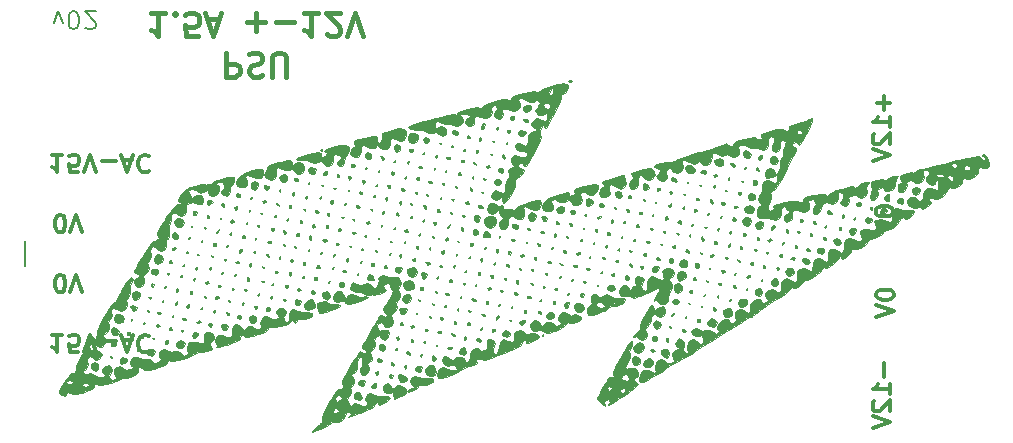
<source format=gbr>
G04 #@! TF.GenerationSoftware,KiCad,Pcbnew,(5.1.4-0-10_14)*
G04 #@! TF.CreationDate,2019-08-27T23:22:26+02:00*
G04 #@! TF.ProjectId,PSU-Matti-v02,5053552d-4d61-4747-9469-2d7630322e6b,v01*
G04 #@! TF.SameCoordinates,Original*
G04 #@! TF.FileFunction,Legend,Bot*
G04 #@! TF.FilePolarity,Positive*
%FSLAX46Y46*%
G04 Gerber Fmt 4.6, Leading zero omitted, Abs format (unit mm)*
G04 Created by KiCad (PCBNEW (5.1.4-0-10_14)) date 2019-08-27 23:22:26*
%MOMM*%
%LPD*%
G04 APERTURE LIST*
%ADD10C,0.150000*%
%ADD11C,0.300000*%
%ADD12C,0.400000*%
%ADD13C,0.010000*%
G04 APERTURE END LIST*
D10*
X80200500Y-103378000D02*
X80200500Y-105537000D01*
X82669285Y-84966928D02*
X83026428Y-83966928D01*
X83383571Y-84966928D01*
X84240714Y-85466928D02*
X84383571Y-85466928D01*
X84526428Y-85395500D01*
X84597857Y-85324071D01*
X84669285Y-85181214D01*
X84740714Y-84895500D01*
X84740714Y-84538357D01*
X84669285Y-84252642D01*
X84597857Y-84109785D01*
X84526428Y-84038357D01*
X84383571Y-83966928D01*
X84240714Y-83966928D01*
X84097857Y-84038357D01*
X84026428Y-84109785D01*
X83955000Y-84252642D01*
X83883571Y-84538357D01*
X83883571Y-84895500D01*
X83955000Y-85181214D01*
X84026428Y-85324071D01*
X84097857Y-85395500D01*
X84240714Y-85466928D01*
X85312142Y-85324071D02*
X85383571Y-85395500D01*
X85526428Y-85466928D01*
X85883571Y-85466928D01*
X86026428Y-85395500D01*
X86097857Y-85324071D01*
X86169285Y-85181214D01*
X86169285Y-85038357D01*
X86097857Y-84824071D01*
X85240714Y-83966928D01*
X86169285Y-83966928D01*
D11*
X152888142Y-91146642D02*
X152888142Y-92289500D01*
X153459571Y-91718071D02*
X152316714Y-91718071D01*
X153459571Y-93789500D02*
X153459571Y-92932357D01*
X153459571Y-93360928D02*
X151959571Y-93360928D01*
X152173857Y-93218071D01*
X152316714Y-93075214D01*
X152388142Y-92932357D01*
X152102428Y-94360928D02*
X152031000Y-94432357D01*
X151959571Y-94575214D01*
X151959571Y-94932357D01*
X152031000Y-95075214D01*
X152102428Y-95146642D01*
X152245285Y-95218071D01*
X152388142Y-95218071D01*
X152602428Y-95146642D01*
X153459571Y-94289500D01*
X153459571Y-95218071D01*
X151959571Y-95646642D02*
X153459571Y-96146642D01*
X151959571Y-96646642D01*
X152213571Y-100822214D02*
X152213571Y-100965071D01*
X152285000Y-101107928D01*
X152356428Y-101179357D01*
X152499285Y-101250785D01*
X152785000Y-101322214D01*
X153142142Y-101322214D01*
X153427857Y-101250785D01*
X153570714Y-101179357D01*
X153642142Y-101107928D01*
X153713571Y-100965071D01*
X153713571Y-100822214D01*
X153642142Y-100679357D01*
X153570714Y-100607928D01*
X153427857Y-100536500D01*
X153142142Y-100465071D01*
X152785000Y-100465071D01*
X152499285Y-100536500D01*
X152356428Y-100607928D01*
X152285000Y-100679357D01*
X152213571Y-100822214D01*
X152213571Y-101750785D02*
X153713571Y-102250785D01*
X152213571Y-102750785D01*
X152277071Y-107870714D02*
X152277071Y-108013571D01*
X152348500Y-108156428D01*
X152419928Y-108227857D01*
X152562785Y-108299285D01*
X152848500Y-108370714D01*
X153205642Y-108370714D01*
X153491357Y-108299285D01*
X153634214Y-108227857D01*
X153705642Y-108156428D01*
X153777071Y-108013571D01*
X153777071Y-107870714D01*
X153705642Y-107727857D01*
X153634214Y-107656428D01*
X153491357Y-107585000D01*
X153205642Y-107513571D01*
X152848500Y-107513571D01*
X152562785Y-107585000D01*
X152419928Y-107656428D01*
X152348500Y-107727857D01*
X152277071Y-107870714D01*
X152277071Y-108799285D02*
X153777071Y-109299285D01*
X152277071Y-109799285D01*
X152888142Y-113752642D02*
X152888142Y-114895500D01*
X153459571Y-116395500D02*
X153459571Y-115538357D01*
X153459571Y-115966928D02*
X151959571Y-115966928D01*
X152173857Y-115824071D01*
X152316714Y-115681214D01*
X152388142Y-115538357D01*
X152102428Y-116966928D02*
X152031000Y-117038357D01*
X151959571Y-117181214D01*
X151959571Y-117538357D01*
X152031000Y-117681214D01*
X152102428Y-117752642D01*
X152245285Y-117824071D01*
X152388142Y-117824071D01*
X152602428Y-117752642D01*
X153459571Y-116895500D01*
X153459571Y-117824071D01*
X151959571Y-118252642D02*
X153459571Y-118752642D01*
X151959571Y-119252642D01*
X83364000Y-111335428D02*
X82506857Y-111335428D01*
X82935428Y-111335428D02*
X82935428Y-112835428D01*
X82792571Y-112621142D01*
X82649714Y-112478285D01*
X82506857Y-112406857D01*
X84721142Y-112835428D02*
X84006857Y-112835428D01*
X83935428Y-112121142D01*
X84006857Y-112192571D01*
X84149714Y-112264000D01*
X84506857Y-112264000D01*
X84649714Y-112192571D01*
X84721142Y-112121142D01*
X84792571Y-111978285D01*
X84792571Y-111621142D01*
X84721142Y-111478285D01*
X84649714Y-111406857D01*
X84506857Y-111335428D01*
X84149714Y-111335428D01*
X84006857Y-111406857D01*
X83935428Y-111478285D01*
X85221142Y-112835428D02*
X85721142Y-111335428D01*
X86221142Y-112835428D01*
X86721142Y-111906857D02*
X87864000Y-111906857D01*
X88506857Y-111764000D02*
X89221142Y-111764000D01*
X88364000Y-111335428D02*
X88864000Y-112835428D01*
X89364000Y-111335428D01*
X90721142Y-111478285D02*
X90649714Y-111406857D01*
X90435428Y-111335428D01*
X90292571Y-111335428D01*
X90078285Y-111406857D01*
X89935428Y-111549714D01*
X89864000Y-111692571D01*
X89792571Y-111978285D01*
X89792571Y-112192571D01*
X89864000Y-112478285D01*
X89935428Y-112621142D01*
X90078285Y-112764000D01*
X90292571Y-112835428D01*
X90435428Y-112835428D01*
X90649714Y-112764000D01*
X90721142Y-112692571D01*
X83364000Y-96095428D02*
X82506857Y-96095428D01*
X82935428Y-96095428D02*
X82935428Y-97595428D01*
X82792571Y-97381142D01*
X82649714Y-97238285D01*
X82506857Y-97166857D01*
X84721142Y-97595428D02*
X84006857Y-97595428D01*
X83935428Y-96881142D01*
X84006857Y-96952571D01*
X84149714Y-97024000D01*
X84506857Y-97024000D01*
X84649714Y-96952571D01*
X84721142Y-96881142D01*
X84792571Y-96738285D01*
X84792571Y-96381142D01*
X84721142Y-96238285D01*
X84649714Y-96166857D01*
X84506857Y-96095428D01*
X84149714Y-96095428D01*
X84006857Y-96166857D01*
X83935428Y-96238285D01*
X85221142Y-97595428D02*
X85721142Y-96095428D01*
X86221142Y-97595428D01*
X86721142Y-96666857D02*
X87864000Y-96666857D01*
X88506857Y-96524000D02*
X89221142Y-96524000D01*
X88364000Y-96095428D02*
X88864000Y-97595428D01*
X89364000Y-96095428D01*
X90721142Y-96238285D02*
X90649714Y-96166857D01*
X90435428Y-96095428D01*
X90292571Y-96095428D01*
X90078285Y-96166857D01*
X89935428Y-96309714D01*
X89864000Y-96452571D01*
X89792571Y-96738285D01*
X89792571Y-96952571D01*
X89864000Y-97238285D01*
X89935428Y-97381142D01*
X90078285Y-97524000D01*
X90292571Y-97595428D01*
X90435428Y-97595428D01*
X90649714Y-97524000D01*
X90721142Y-97452571D01*
X83105714Y-107755428D02*
X83248571Y-107755428D01*
X83391428Y-107684000D01*
X83462857Y-107612571D01*
X83534285Y-107469714D01*
X83605714Y-107184000D01*
X83605714Y-106826857D01*
X83534285Y-106541142D01*
X83462857Y-106398285D01*
X83391428Y-106326857D01*
X83248571Y-106255428D01*
X83105714Y-106255428D01*
X82962857Y-106326857D01*
X82891428Y-106398285D01*
X82820000Y-106541142D01*
X82748571Y-106826857D01*
X82748571Y-107184000D01*
X82820000Y-107469714D01*
X82891428Y-107612571D01*
X82962857Y-107684000D01*
X83105714Y-107755428D01*
X84034285Y-107755428D02*
X84534285Y-106255428D01*
X85034285Y-107755428D01*
D12*
X97234690Y-87472738D02*
X97234690Y-89472738D01*
X97996595Y-89472738D01*
X98187071Y-89377500D01*
X98282309Y-89282261D01*
X98377547Y-89091785D01*
X98377547Y-88806071D01*
X98282309Y-88615595D01*
X98187071Y-88520357D01*
X97996595Y-88425119D01*
X97234690Y-88425119D01*
X99139452Y-87567976D02*
X99425166Y-87472738D01*
X99901357Y-87472738D01*
X100091833Y-87567976D01*
X100187071Y-87663214D01*
X100282309Y-87853690D01*
X100282309Y-88044166D01*
X100187071Y-88234642D01*
X100091833Y-88329880D01*
X99901357Y-88425119D01*
X99520404Y-88520357D01*
X99329928Y-88615595D01*
X99234690Y-88710833D01*
X99139452Y-88901309D01*
X99139452Y-89091785D01*
X99234690Y-89282261D01*
X99329928Y-89377500D01*
X99520404Y-89472738D01*
X99996595Y-89472738D01*
X100282309Y-89377500D01*
X101139452Y-89472738D02*
X101139452Y-87853690D01*
X101234690Y-87663214D01*
X101329928Y-87567976D01*
X101520404Y-87472738D01*
X101901357Y-87472738D01*
X102091833Y-87567976D01*
X102187071Y-87663214D01*
X102282309Y-87853690D01*
X102282309Y-89472738D01*
X92044214Y-84072738D02*
X90901357Y-84072738D01*
X91472785Y-84072738D02*
X91472785Y-86072738D01*
X91282309Y-85787023D01*
X91091833Y-85596547D01*
X90901357Y-85501309D01*
X92901357Y-84263214D02*
X92996595Y-84167976D01*
X92901357Y-84072738D01*
X92806119Y-84167976D01*
X92901357Y-84263214D01*
X92901357Y-84072738D01*
X94806119Y-86072738D02*
X93853738Y-86072738D01*
X93758500Y-85120357D01*
X93853738Y-85215595D01*
X94044214Y-85310833D01*
X94520404Y-85310833D01*
X94710880Y-85215595D01*
X94806119Y-85120357D01*
X94901357Y-84929880D01*
X94901357Y-84453690D01*
X94806119Y-84263214D01*
X94710880Y-84167976D01*
X94520404Y-84072738D01*
X94044214Y-84072738D01*
X93853738Y-84167976D01*
X93758500Y-84263214D01*
X95663261Y-84644166D02*
X96615642Y-84644166D01*
X95472785Y-84072738D02*
X96139452Y-86072738D01*
X96806119Y-84072738D01*
X98996595Y-84834642D02*
X100520404Y-84834642D01*
X99758500Y-84072738D02*
X99758500Y-85596547D01*
X101472785Y-84834642D02*
X102996595Y-84834642D01*
X104996595Y-84072738D02*
X103853738Y-84072738D01*
X104425166Y-84072738D02*
X104425166Y-86072738D01*
X104234690Y-85787023D01*
X104044214Y-85596547D01*
X103853738Y-85501309D01*
X105758500Y-85882261D02*
X105853738Y-85977500D01*
X106044214Y-86072738D01*
X106520404Y-86072738D01*
X106710880Y-85977500D01*
X106806119Y-85882261D01*
X106901357Y-85691785D01*
X106901357Y-85501309D01*
X106806119Y-85215595D01*
X105663261Y-84072738D01*
X106901357Y-84072738D01*
X107472785Y-86072738D02*
X108139452Y-84072738D01*
X108806119Y-86072738D01*
D11*
X83105714Y-102675428D02*
X83248571Y-102675428D01*
X83391428Y-102604000D01*
X83462857Y-102532571D01*
X83534285Y-102389714D01*
X83605714Y-102104000D01*
X83605714Y-101746857D01*
X83534285Y-101461142D01*
X83462857Y-101318285D01*
X83391428Y-101246857D01*
X83248571Y-101175428D01*
X83105714Y-101175428D01*
X82962857Y-101246857D01*
X82891428Y-101318285D01*
X82820000Y-101461142D01*
X82748571Y-101746857D01*
X82748571Y-102104000D01*
X82820000Y-102389714D01*
X82891428Y-102532571D01*
X82962857Y-102604000D01*
X83105714Y-102675428D01*
X84034285Y-102675428D02*
X84534285Y-101175428D01*
X85034285Y-102675428D01*
D13*
G36*
X154317526Y-98097770D02*
G01*
X154381682Y-98244282D01*
X154428364Y-98446466D01*
X154342681Y-98489298D01*
X154150261Y-98614341D01*
X154075796Y-98879447D01*
X154141752Y-99141522D01*
X154227513Y-99222875D01*
X154517155Y-99262702D01*
X154643906Y-99204492D01*
X154822145Y-98953300D01*
X154872315Y-98671182D01*
X154788955Y-98511869D01*
X154807658Y-98403194D01*
X154975430Y-98283250D01*
X155253040Y-98221026D01*
X155354252Y-98326514D01*
X155543471Y-98475366D01*
X155863112Y-98454393D01*
X156203888Y-98272194D01*
X156220240Y-98258386D01*
X156336100Y-97985361D01*
X156271847Y-97777713D01*
X156205162Y-97513566D01*
X156337181Y-97395923D01*
X156560642Y-97404094D01*
X156735807Y-97529696D01*
X156768023Y-97684470D01*
X156707921Y-97741621D01*
X156520582Y-97983891D01*
X156524036Y-98311208D01*
X156711699Y-98584262D01*
X156748886Y-98608280D01*
X157013530Y-98692428D01*
X157215903Y-98535951D01*
X157279309Y-98440074D01*
X157422634Y-98254736D01*
X157459792Y-98317880D01*
X157458380Y-98327804D01*
X157484491Y-98670336D01*
X157532517Y-98818718D01*
X157579916Y-99024426D01*
X157412924Y-99078795D01*
X157397398Y-99079338D01*
X157058610Y-99015013D01*
X156889831Y-98942023D01*
X156619452Y-98933928D01*
X156367476Y-99119611D01*
X156232979Y-99405120D01*
X156241084Y-99557228D01*
X156191760Y-99819422D01*
X156092148Y-99959375D01*
X155912841Y-100072789D01*
X155767410Y-99930439D01*
X155734532Y-99871123D01*
X155547241Y-99656426D01*
X155257781Y-99664607D01*
X155241483Y-99668892D01*
X154934105Y-99852989D01*
X154844228Y-100119710D01*
X154942675Y-100383022D01*
X155200268Y-100556892D01*
X155545548Y-100565476D01*
X155851180Y-100521276D01*
X155985334Y-100539674D01*
X156186535Y-100670973D01*
X156456983Y-100553192D01*
X156731958Y-100331671D01*
X156836369Y-100254653D01*
X156883583Y-100099684D01*
X156784431Y-100009009D01*
X156659324Y-99889182D01*
X156816251Y-99788141D01*
X156826029Y-99784492D01*
X157101884Y-99770485D01*
X157206976Y-99833869D01*
X157386041Y-99850459D01*
X157673504Y-99717713D01*
X157967706Y-99498828D01*
X158166987Y-99257002D01*
X158179855Y-99229054D01*
X158370647Y-98895857D01*
X158546395Y-98858240D01*
X158594266Y-98903028D01*
X158791627Y-98947021D01*
X159087329Y-98844409D01*
X159376957Y-98657615D01*
X159556094Y-98449062D01*
X159560758Y-98325237D01*
X159561157Y-98122468D01*
X159725828Y-98031129D01*
X159921175Y-98123476D01*
X160106325Y-98149331D01*
X160398629Y-98029472D01*
X160696447Y-97829611D01*
X160898142Y-97615458D01*
X160921373Y-97476837D01*
X160890473Y-97247768D01*
X161078513Y-97175667D01*
X161284888Y-97227916D01*
X161609974Y-97247426D01*
X161806393Y-97065499D01*
X161798461Y-96779193D01*
X161618656Y-96327903D01*
X161502604Y-96098369D01*
X161410617Y-96031999D01*
X161314121Y-96064142D01*
X161263183Y-96174184D01*
X161323815Y-96207511D01*
X161464684Y-96376451D01*
X161465453Y-96457537D01*
X161352883Y-96562391D01*
X161170328Y-96496942D01*
X161041441Y-96318480D01*
X161031829Y-96256642D01*
X160893902Y-96233486D01*
X160531915Y-96277562D01*
X160102784Y-97020837D01*
X160217391Y-97107889D01*
X160297544Y-97264010D01*
X160147173Y-97353185D01*
X160066536Y-97376005D01*
X159783007Y-97368471D01*
X159668894Y-97279999D01*
X159680211Y-97094860D01*
X159865247Y-96995794D01*
X160102784Y-97020837D01*
X160531915Y-96277562D01*
X160516343Y-96279458D01*
X159948031Y-96385859D01*
X159499550Y-96485717D01*
X158694463Y-97880167D01*
X158753825Y-97954311D01*
X158762783Y-98207558D01*
X158720251Y-98311285D01*
X158603522Y-98416662D01*
X158513010Y-98269213D01*
X158371723Y-98078197D01*
X158288271Y-98060826D01*
X158215830Y-98003325D01*
X158236723Y-97953487D01*
X158451565Y-97813094D01*
X158694463Y-97880167D01*
X159499550Y-96485717D01*
X159237843Y-96543988D01*
X159109490Y-96575437D01*
X158970599Y-96816003D01*
X159107149Y-96978197D01*
X159072666Y-97103239D01*
X158885451Y-97212687D01*
X158748388Y-97141962D01*
X158628364Y-96928871D01*
X158745429Y-96798796D01*
X158970599Y-96816003D01*
X159109490Y-96575437D01*
X158761131Y-96660793D01*
X158373018Y-96758133D01*
X157801067Y-97748782D01*
X157981978Y-97873025D01*
X157886084Y-97967037D01*
X157852072Y-97980314D01*
X157537559Y-98001522D01*
X157420564Y-97960919D01*
X157307716Y-97820244D01*
X157407580Y-97716332D01*
X157634252Y-97697073D01*
X157801067Y-97748782D01*
X158373018Y-96758133D01*
X157944936Y-96865497D01*
X157200210Y-97048920D01*
X156589285Y-97195960D01*
X156174491Y-97291510D01*
X156060488Y-97315190D01*
X155715585Y-97426209D01*
X155528400Y-97564440D01*
X155422313Y-97645829D01*
X155398185Y-97608875D01*
X155253581Y-97561620D01*
X154953443Y-97601007D01*
X154617573Y-97697547D01*
X154365773Y-97821752D01*
X154313444Y-97875865D01*
X154317526Y-98097770D01*
X154317526Y-98097770D01*
G37*
X154317526Y-98097770D02*
X154381682Y-98244282D01*
X154428364Y-98446466D01*
X154342681Y-98489298D01*
X154150261Y-98614341D01*
X154075796Y-98879447D01*
X154141752Y-99141522D01*
X154227513Y-99222875D01*
X154517155Y-99262702D01*
X154643906Y-99204492D01*
X154822145Y-98953300D01*
X154872315Y-98671182D01*
X154788955Y-98511869D01*
X154807658Y-98403194D01*
X154975430Y-98283250D01*
X155253040Y-98221026D01*
X155354252Y-98326514D01*
X155543471Y-98475366D01*
X155863112Y-98454393D01*
X156203888Y-98272194D01*
X156220240Y-98258386D01*
X156336100Y-97985361D01*
X156271847Y-97777713D01*
X156205162Y-97513566D01*
X156337181Y-97395923D01*
X156560642Y-97404094D01*
X156735807Y-97529696D01*
X156768023Y-97684470D01*
X156707921Y-97741621D01*
X156520582Y-97983891D01*
X156524036Y-98311208D01*
X156711699Y-98584262D01*
X156748886Y-98608280D01*
X157013530Y-98692428D01*
X157215903Y-98535951D01*
X157279309Y-98440074D01*
X157422634Y-98254736D01*
X157459792Y-98317880D01*
X157458380Y-98327804D01*
X157484491Y-98670336D01*
X157532517Y-98818718D01*
X157579916Y-99024426D01*
X157412924Y-99078795D01*
X157397398Y-99079338D01*
X157058610Y-99015013D01*
X156889831Y-98942023D01*
X156619452Y-98933928D01*
X156367476Y-99119611D01*
X156232979Y-99405120D01*
X156241084Y-99557228D01*
X156191760Y-99819422D01*
X156092148Y-99959375D01*
X155912841Y-100072789D01*
X155767410Y-99930439D01*
X155734532Y-99871123D01*
X155547241Y-99656426D01*
X155257781Y-99664607D01*
X155241483Y-99668892D01*
X154934105Y-99852989D01*
X154844228Y-100119710D01*
X154942675Y-100383022D01*
X155200268Y-100556892D01*
X155545548Y-100565476D01*
X155851180Y-100521276D01*
X155985334Y-100539674D01*
X156186535Y-100670973D01*
X156456983Y-100553192D01*
X156731958Y-100331671D01*
X156836369Y-100254653D01*
X156883583Y-100099684D01*
X156784431Y-100009009D01*
X156659324Y-99889182D01*
X156816251Y-99788141D01*
X156826029Y-99784492D01*
X157101884Y-99770485D01*
X157206976Y-99833869D01*
X157386041Y-99850459D01*
X157673504Y-99717713D01*
X157967706Y-99498828D01*
X158166987Y-99257002D01*
X158179855Y-99229054D01*
X158370647Y-98895857D01*
X158546395Y-98858240D01*
X158594266Y-98903028D01*
X158791627Y-98947021D01*
X159087329Y-98844409D01*
X159376957Y-98657615D01*
X159556094Y-98449062D01*
X159560758Y-98325237D01*
X159561157Y-98122468D01*
X159725828Y-98031129D01*
X159921175Y-98123476D01*
X160106325Y-98149331D01*
X160398629Y-98029472D01*
X160696447Y-97829611D01*
X160898142Y-97615458D01*
X160921373Y-97476837D01*
X160890473Y-97247768D01*
X161078513Y-97175667D01*
X161284888Y-97227916D01*
X161609974Y-97247426D01*
X161806393Y-97065499D01*
X161798461Y-96779193D01*
X161618656Y-96327903D01*
X161502604Y-96098369D01*
X161410617Y-96031999D01*
X161314121Y-96064142D01*
X161263183Y-96174184D01*
X161323815Y-96207511D01*
X161464684Y-96376451D01*
X161465453Y-96457537D01*
X161352883Y-96562391D01*
X161170328Y-96496942D01*
X161041441Y-96318480D01*
X161031829Y-96256642D01*
X160893902Y-96233486D01*
X160531915Y-96277562D01*
X160102784Y-97020837D01*
X160217391Y-97107889D01*
X160297544Y-97264010D01*
X160147173Y-97353185D01*
X160066536Y-97376005D01*
X159783007Y-97368471D01*
X159668894Y-97279999D01*
X159680211Y-97094860D01*
X159865247Y-96995794D01*
X160102784Y-97020837D01*
X160531915Y-96277562D01*
X160516343Y-96279458D01*
X159948031Y-96385859D01*
X159499550Y-96485717D01*
X158694463Y-97880167D01*
X158753825Y-97954311D01*
X158762783Y-98207558D01*
X158720251Y-98311285D01*
X158603522Y-98416662D01*
X158513010Y-98269213D01*
X158371723Y-98078197D01*
X158288271Y-98060826D01*
X158215830Y-98003325D01*
X158236723Y-97953487D01*
X158451565Y-97813094D01*
X158694463Y-97880167D01*
X159499550Y-96485717D01*
X159237843Y-96543988D01*
X159109490Y-96575437D01*
X158970599Y-96816003D01*
X159107149Y-96978197D01*
X159072666Y-97103239D01*
X158885451Y-97212687D01*
X158748388Y-97141962D01*
X158628364Y-96928871D01*
X158745429Y-96798796D01*
X158970599Y-96816003D01*
X159109490Y-96575437D01*
X158761131Y-96660793D01*
X158373018Y-96758133D01*
X157801067Y-97748782D01*
X157981978Y-97873025D01*
X157886084Y-97967037D01*
X157852072Y-97980314D01*
X157537559Y-98001522D01*
X157420564Y-97960919D01*
X157307716Y-97820244D01*
X157407580Y-97716332D01*
X157634252Y-97697073D01*
X157801067Y-97748782D01*
X158373018Y-96758133D01*
X157944936Y-96865497D01*
X157200210Y-97048920D01*
X156589285Y-97195960D01*
X156174491Y-97291510D01*
X156060488Y-97315190D01*
X155715585Y-97426209D01*
X155528400Y-97564440D01*
X155422313Y-97645829D01*
X155398185Y-97608875D01*
X155253581Y-97561620D01*
X154953443Y-97601007D01*
X154617573Y-97697547D01*
X154365773Y-97821752D01*
X154313444Y-97875865D01*
X154317526Y-98097770D01*
G36*
X132269546Y-114720414D02*
G01*
X132215818Y-115149834D01*
X132309399Y-115348890D01*
X132571841Y-115325057D01*
X133024698Y-115085810D01*
X133130417Y-115018954D01*
X133563425Y-114753712D01*
X133899037Y-114572621D01*
X134052017Y-114517333D01*
X134225606Y-114419042D01*
X134285014Y-114337887D01*
X134476988Y-114163465D01*
X134840920Y-113935377D01*
X135071667Y-113814416D01*
X135509031Y-113578572D01*
X136091312Y-113235897D01*
X136716132Y-112847313D01*
X136937635Y-112704074D01*
X137649354Y-112244733D01*
X138447421Y-111739642D01*
X139178308Y-111285814D01*
X139291736Y-111216539D01*
X139883407Y-110851411D01*
X140440587Y-110498970D01*
X140867949Y-110219773D01*
X140963496Y-110154551D01*
X141301028Y-109947069D01*
X141532853Y-109854489D01*
X141570392Y-109857971D01*
X141719908Y-109804990D01*
X141775116Y-109731708D01*
X141966193Y-109550937D01*
X142389941Y-109246499D01*
X143016810Y-108838024D01*
X143817250Y-108345148D01*
X144257105Y-108082775D01*
X144642628Y-107816127D01*
X144921171Y-107554666D01*
X144966929Y-107490386D01*
X145115981Y-107335758D01*
X145191870Y-107364301D01*
X145341212Y-107377924D01*
X145610443Y-107255922D01*
X145897494Y-107062746D01*
X146100295Y-106862847D01*
X146139066Y-106766193D01*
X146224821Y-106684255D01*
X146257193Y-106698018D01*
X146445674Y-106665891D01*
X146770150Y-106500375D01*
X146895899Y-106419804D01*
X147262017Y-106166807D01*
X147472425Y-105994430D01*
X147621257Y-105819358D01*
X147699191Y-105708852D01*
X147848332Y-105607974D01*
X147902514Y-105647826D01*
X148066142Y-105690364D01*
X148350738Y-105546451D01*
X148691728Y-105263874D01*
X149024535Y-104890424D01*
X149134421Y-104736144D01*
X149238171Y-104632535D01*
X149268235Y-104788456D01*
X149338193Y-104908945D01*
X149559936Y-104833992D01*
X149735927Y-104725128D01*
X150060846Y-104453621D01*
X150105399Y-104258054D01*
X150142733Y-104100328D01*
X150313202Y-104043284D01*
X150525488Y-104049157D01*
X150549895Y-104108905D01*
X150623033Y-104110152D01*
X150876700Y-103978680D01*
X151031128Y-103884934D01*
X151363455Y-103641108D01*
X151551168Y-103435835D01*
X151567041Y-103385449D01*
X151684001Y-103240473D01*
X151790454Y-103217875D01*
X152074004Y-103146124D01*
X152453795Y-102982996D01*
X152482123Y-102968454D01*
X152785244Y-102780644D01*
X152848337Y-102637697D01*
X152807591Y-102571649D01*
X152837647Y-102446670D01*
X153155291Y-102340297D01*
X153304388Y-102312971D01*
X153755606Y-102197171D01*
X154033420Y-101983530D01*
X154190314Y-101734586D01*
X154383468Y-101432210D01*
X154525684Y-101383005D01*
X154581566Y-101432255D01*
X154800596Y-101499916D01*
X155011311Y-101425383D01*
X155310582Y-101177604D01*
X155461448Y-100931908D01*
X155414712Y-100770934D01*
X155191254Y-100752268D01*
X154936766Y-100796912D01*
X154527651Y-100798213D01*
X154246862Y-100700516D01*
X153943303Y-100610690D01*
X153699816Y-100783786D01*
X153687536Y-100799237D01*
X153551421Y-101114811D01*
X153568392Y-101334445D01*
X153585835Y-101611515D01*
X153396186Y-101755603D01*
X153075309Y-101729816D01*
X152910677Y-101654328D01*
X152554817Y-101561240D01*
X152293824Y-101679602D01*
X152205557Y-101952290D01*
X152253831Y-102136254D01*
X152275872Y-102398615D01*
X152078735Y-102505704D01*
X151709379Y-102438141D01*
X151614576Y-102400057D01*
X151250093Y-102345026D01*
X150979391Y-102473728D01*
X150871975Y-102719918D01*
X150983707Y-103001353D01*
X151067646Y-103228268D01*
X150933905Y-103365372D01*
X150656522Y-103387634D01*
X150309532Y-103270021D01*
X150265076Y-103244314D01*
X149949348Y-103113514D01*
X149731669Y-103208504D01*
X149684060Y-103263584D01*
X149557953Y-103607711D01*
X149570836Y-103832366D01*
X149563367Y-104098050D01*
X149447006Y-104315763D01*
X149290447Y-104398841D01*
X149186260Y-104317525D01*
X148965740Y-104137860D01*
X148638948Y-104057975D01*
X148349125Y-104099485D01*
X148259715Y-104177702D01*
X148191101Y-104486976D01*
X148211142Y-104739341D01*
X148206137Y-105071932D01*
X148031606Y-105171340D01*
X147732798Y-105012150D01*
X147729887Y-105009643D01*
X147382932Y-104837937D01*
X147107243Y-104937840D01*
X146952094Y-105282944D01*
X146936206Y-105434964D01*
X146871645Y-105841863D01*
X146715839Y-105971737D01*
X146451327Y-105837135D01*
X146416660Y-105808275D01*
X146082556Y-105681926D01*
X145822620Y-105763759D01*
X145579883Y-105950424D01*
X145550996Y-106209225D01*
X145570385Y-106311590D01*
X145564358Y-106683075D01*
X145389189Y-106855592D01*
X145104075Y-106786270D01*
X145011269Y-106716531D01*
X144673053Y-106571693D01*
X144375469Y-106670644D01*
X144208932Y-106962526D01*
X144203767Y-107170767D01*
X144197516Y-107564671D01*
X144080078Y-107759573D01*
X143882931Y-107710592D01*
X143847601Y-107678620D01*
X143507203Y-107495323D01*
X143156198Y-107523051D01*
X142944697Y-107705934D01*
X142874588Y-107995438D01*
X142937365Y-108267104D01*
X143096907Y-108397763D01*
X143146540Y-108394234D01*
X143155841Y-108424529D01*
X142966361Y-108541720D01*
X142695877Y-108638642D01*
X142554312Y-108519615D01*
X142533928Y-108470177D01*
X142403928Y-108307794D01*
X142145756Y-108330849D01*
X142016087Y-108376608D01*
X141716981Y-108522398D01*
X141616407Y-108717044D01*
X141616419Y-108953691D01*
X141606830Y-109358252D01*
X141497419Y-109495707D01*
X141259737Y-109389124D01*
X141166300Y-109318669D01*
X140794391Y-109152809D01*
X140483974Y-109222380D01*
X140312062Y-109483355D01*
X140325709Y-109799251D01*
X140358662Y-110109783D01*
X140205009Y-110277704D01*
X140154164Y-110302001D01*
X139917571Y-110344985D01*
X139811138Y-110173337D01*
X139698442Y-110013596D01*
X139445812Y-110038774D01*
X139336537Y-110077225D01*
X139043110Y-110270200D01*
X138847770Y-110539273D01*
X138804083Y-110788322D01*
X138881639Y-110893506D01*
X138922025Y-111057077D01*
X138882459Y-111156055D01*
X138738414Y-111249746D01*
X138508651Y-111100086D01*
X138484846Y-111077373D01*
X138181287Y-110896313D01*
X137842614Y-110969053D01*
X137493147Y-111033705D01*
X137307741Y-110944617D01*
X137023419Y-110778692D01*
X136747332Y-110810682D01*
X136598740Y-111024532D01*
X136678251Y-111295451D01*
X136924538Y-111470685D01*
X137209667Y-111474510D01*
X137284362Y-111430340D01*
X137439306Y-111349247D01*
X137539667Y-111482535D01*
X137588042Y-111621879D01*
X137616099Y-111961538D01*
X137483652Y-112133387D01*
X137257879Y-112083947D01*
X137143892Y-111975448D01*
X136888323Y-111747975D01*
X136728882Y-111673807D01*
X136503569Y-111760449D01*
X136315691Y-112022831D01*
X136225990Y-112338781D01*
X136282422Y-112571774D01*
X136360248Y-112757615D01*
X136212127Y-112842940D01*
X135982390Y-112801940D01*
X135915293Y-112548173D01*
X135985351Y-112240536D01*
X135961894Y-111920242D01*
X135822589Y-111746383D01*
X135595861Y-111639007D01*
X135418113Y-111783547D01*
X135364686Y-111870195D01*
X135271358Y-112155274D01*
X135425853Y-112350109D01*
X135462718Y-112372750D01*
X135635651Y-112502660D01*
X135539449Y-112550812D01*
X135500783Y-112553064D01*
X135166093Y-112684317D01*
X134985659Y-112972763D01*
X135024155Y-113308045D01*
X135041041Y-113337507D01*
X135145676Y-113566713D01*
X135024378Y-113676200D01*
X134904801Y-113711997D01*
X134589931Y-113705418D01*
X134440085Y-113613383D01*
X134164147Y-113423813D01*
X134054489Y-113392462D01*
X133804967Y-113481474D01*
X133597792Y-113744761D01*
X133502614Y-114059027D01*
X133558607Y-114270295D01*
X133622595Y-114470093D01*
X133496599Y-114562360D01*
X133282953Y-114501586D01*
X133200624Y-114429503D01*
X132901423Y-114286874D01*
X132564391Y-114355816D01*
X132314463Y-114597297D01*
X132269546Y-114720414D01*
X132269546Y-114720414D01*
G37*
X132269546Y-114720414D02*
X132215818Y-115149834D01*
X132309399Y-115348890D01*
X132571841Y-115325057D01*
X133024698Y-115085810D01*
X133130417Y-115018954D01*
X133563425Y-114753712D01*
X133899037Y-114572621D01*
X134052017Y-114517333D01*
X134225606Y-114419042D01*
X134285014Y-114337887D01*
X134476988Y-114163465D01*
X134840920Y-113935377D01*
X135071667Y-113814416D01*
X135509031Y-113578572D01*
X136091312Y-113235897D01*
X136716132Y-112847313D01*
X136937635Y-112704074D01*
X137649354Y-112244733D01*
X138447421Y-111739642D01*
X139178308Y-111285814D01*
X139291736Y-111216539D01*
X139883407Y-110851411D01*
X140440587Y-110498970D01*
X140867949Y-110219773D01*
X140963496Y-110154551D01*
X141301028Y-109947069D01*
X141532853Y-109854489D01*
X141570392Y-109857971D01*
X141719908Y-109804990D01*
X141775116Y-109731708D01*
X141966193Y-109550937D01*
X142389941Y-109246499D01*
X143016810Y-108838024D01*
X143817250Y-108345148D01*
X144257105Y-108082775D01*
X144642628Y-107816127D01*
X144921171Y-107554666D01*
X144966929Y-107490386D01*
X145115981Y-107335758D01*
X145191870Y-107364301D01*
X145341212Y-107377924D01*
X145610443Y-107255922D01*
X145897494Y-107062746D01*
X146100295Y-106862847D01*
X146139066Y-106766193D01*
X146224821Y-106684255D01*
X146257193Y-106698018D01*
X146445674Y-106665891D01*
X146770150Y-106500375D01*
X146895899Y-106419804D01*
X147262017Y-106166807D01*
X147472425Y-105994430D01*
X147621257Y-105819358D01*
X147699191Y-105708852D01*
X147848332Y-105607974D01*
X147902514Y-105647826D01*
X148066142Y-105690364D01*
X148350738Y-105546451D01*
X148691728Y-105263874D01*
X149024535Y-104890424D01*
X149134421Y-104736144D01*
X149238171Y-104632535D01*
X149268235Y-104788456D01*
X149338193Y-104908945D01*
X149559936Y-104833992D01*
X149735927Y-104725128D01*
X150060846Y-104453621D01*
X150105399Y-104258054D01*
X150142733Y-104100328D01*
X150313202Y-104043284D01*
X150525488Y-104049157D01*
X150549895Y-104108905D01*
X150623033Y-104110152D01*
X150876700Y-103978680D01*
X151031128Y-103884934D01*
X151363455Y-103641108D01*
X151551168Y-103435835D01*
X151567041Y-103385449D01*
X151684001Y-103240473D01*
X151790454Y-103217875D01*
X152074004Y-103146124D01*
X152453795Y-102982996D01*
X152482123Y-102968454D01*
X152785244Y-102780644D01*
X152848337Y-102637697D01*
X152807591Y-102571649D01*
X152837647Y-102446670D01*
X153155291Y-102340297D01*
X153304388Y-102312971D01*
X153755606Y-102197171D01*
X154033420Y-101983530D01*
X154190314Y-101734586D01*
X154383468Y-101432210D01*
X154525684Y-101383005D01*
X154581566Y-101432255D01*
X154800596Y-101499916D01*
X155011311Y-101425383D01*
X155310582Y-101177604D01*
X155461448Y-100931908D01*
X155414712Y-100770934D01*
X155191254Y-100752268D01*
X154936766Y-100796912D01*
X154527651Y-100798213D01*
X154246862Y-100700516D01*
X153943303Y-100610690D01*
X153699816Y-100783786D01*
X153687536Y-100799237D01*
X153551421Y-101114811D01*
X153568392Y-101334445D01*
X153585835Y-101611515D01*
X153396186Y-101755603D01*
X153075309Y-101729816D01*
X152910677Y-101654328D01*
X152554817Y-101561240D01*
X152293824Y-101679602D01*
X152205557Y-101952290D01*
X152253831Y-102136254D01*
X152275872Y-102398615D01*
X152078735Y-102505704D01*
X151709379Y-102438141D01*
X151614576Y-102400057D01*
X151250093Y-102345026D01*
X150979391Y-102473728D01*
X150871975Y-102719918D01*
X150983707Y-103001353D01*
X151067646Y-103228268D01*
X150933905Y-103365372D01*
X150656522Y-103387634D01*
X150309532Y-103270021D01*
X150265076Y-103244314D01*
X149949348Y-103113514D01*
X149731669Y-103208504D01*
X149684060Y-103263584D01*
X149557953Y-103607711D01*
X149570836Y-103832366D01*
X149563367Y-104098050D01*
X149447006Y-104315763D01*
X149290447Y-104398841D01*
X149186260Y-104317525D01*
X148965740Y-104137860D01*
X148638948Y-104057975D01*
X148349125Y-104099485D01*
X148259715Y-104177702D01*
X148191101Y-104486976D01*
X148211142Y-104739341D01*
X148206137Y-105071932D01*
X148031606Y-105171340D01*
X147732798Y-105012150D01*
X147729887Y-105009643D01*
X147382932Y-104837937D01*
X147107243Y-104937840D01*
X146952094Y-105282944D01*
X146936206Y-105434964D01*
X146871645Y-105841863D01*
X146715839Y-105971737D01*
X146451327Y-105837135D01*
X146416660Y-105808275D01*
X146082556Y-105681926D01*
X145822620Y-105763759D01*
X145579883Y-105950424D01*
X145550996Y-106209225D01*
X145570385Y-106311590D01*
X145564358Y-106683075D01*
X145389189Y-106855592D01*
X145104075Y-106786270D01*
X145011269Y-106716531D01*
X144673053Y-106571693D01*
X144375469Y-106670644D01*
X144208932Y-106962526D01*
X144203767Y-107170767D01*
X144197516Y-107564671D01*
X144080078Y-107759573D01*
X143882931Y-107710592D01*
X143847601Y-107678620D01*
X143507203Y-107495323D01*
X143156198Y-107523051D01*
X142944697Y-107705934D01*
X142874588Y-107995438D01*
X142937365Y-108267104D01*
X143096907Y-108397763D01*
X143146540Y-108394234D01*
X143155841Y-108424529D01*
X142966361Y-108541720D01*
X142695877Y-108638642D01*
X142554312Y-108519615D01*
X142533928Y-108470177D01*
X142403928Y-108307794D01*
X142145756Y-108330849D01*
X142016087Y-108376608D01*
X141716981Y-108522398D01*
X141616407Y-108717044D01*
X141616419Y-108953691D01*
X141606830Y-109358252D01*
X141497419Y-109495707D01*
X141259737Y-109389124D01*
X141166300Y-109318669D01*
X140794391Y-109152809D01*
X140483974Y-109222380D01*
X140312062Y-109483355D01*
X140325709Y-109799251D01*
X140358662Y-110109783D01*
X140205009Y-110277704D01*
X140154164Y-110302001D01*
X139917571Y-110344985D01*
X139811138Y-110173337D01*
X139698442Y-110013596D01*
X139445812Y-110038774D01*
X139336537Y-110077225D01*
X139043110Y-110270200D01*
X138847770Y-110539273D01*
X138804083Y-110788322D01*
X138881639Y-110893506D01*
X138922025Y-111057077D01*
X138882459Y-111156055D01*
X138738414Y-111249746D01*
X138508651Y-111100086D01*
X138484846Y-111077373D01*
X138181287Y-110896313D01*
X137842614Y-110969053D01*
X137493147Y-111033705D01*
X137307741Y-110944617D01*
X137023419Y-110778692D01*
X136747332Y-110810682D01*
X136598740Y-111024532D01*
X136678251Y-111295451D01*
X136924538Y-111470685D01*
X137209667Y-111474510D01*
X137284362Y-111430340D01*
X137439306Y-111349247D01*
X137539667Y-111482535D01*
X137588042Y-111621879D01*
X137616099Y-111961538D01*
X137483652Y-112133387D01*
X137257879Y-112083947D01*
X137143892Y-111975448D01*
X136888323Y-111747975D01*
X136728882Y-111673807D01*
X136503569Y-111760449D01*
X136315691Y-112022831D01*
X136225990Y-112338781D01*
X136282422Y-112571774D01*
X136360248Y-112757615D01*
X136212127Y-112842940D01*
X135982390Y-112801940D01*
X135915293Y-112548173D01*
X135985351Y-112240536D01*
X135961894Y-111920242D01*
X135822589Y-111746383D01*
X135595861Y-111639007D01*
X135418113Y-111783547D01*
X135364686Y-111870195D01*
X135271358Y-112155274D01*
X135425853Y-112350109D01*
X135462718Y-112372750D01*
X135635651Y-112502660D01*
X135539449Y-112550812D01*
X135500783Y-112553064D01*
X135166093Y-112684317D01*
X134985659Y-112972763D01*
X135024155Y-113308045D01*
X135041041Y-113337507D01*
X135145676Y-113566713D01*
X135024378Y-113676200D01*
X134904801Y-113711997D01*
X134589931Y-113705418D01*
X134440085Y-113613383D01*
X134164147Y-113423813D01*
X134054489Y-113392462D01*
X133804967Y-113481474D01*
X133597792Y-113744761D01*
X133502614Y-114059027D01*
X133558607Y-114270295D01*
X133622595Y-114470093D01*
X133496599Y-114562360D01*
X133282953Y-114501586D01*
X133200624Y-114429503D01*
X132901423Y-114286874D01*
X132564391Y-114355816D01*
X132314463Y-114597297D01*
X132269546Y-114720414D01*
G36*
X155258522Y-99113561D02*
G01*
X155262161Y-99206134D01*
X155416008Y-99460769D01*
X155671504Y-99503434D01*
X155893739Y-99322242D01*
X155938019Y-99037026D01*
X155883440Y-98913694D01*
X155639195Y-98791993D01*
X155388719Y-98878465D01*
X155258522Y-99113561D01*
X155258522Y-99113561D01*
G37*
X155258522Y-99113561D02*
X155262161Y-99206134D01*
X155416008Y-99460769D01*
X155671504Y-99503434D01*
X155893739Y-99322242D01*
X155938019Y-99037026D01*
X155883440Y-98913694D01*
X155639195Y-98791993D01*
X155388719Y-98878465D01*
X155258522Y-99113561D01*
G36*
X154035538Y-100100133D02*
G01*
X154166214Y-100222639D01*
X154414760Y-100300112D01*
X154517611Y-100133514D01*
X154523106Y-99932141D01*
X154414129Y-99729547D01*
X154196564Y-99721399D01*
X154015075Y-99886773D01*
X154035538Y-100100133D01*
X154035538Y-100100133D01*
G37*
X154035538Y-100100133D02*
X154166214Y-100222639D01*
X154414760Y-100300112D01*
X154517611Y-100133514D01*
X154523106Y-99932141D01*
X154414129Y-99729547D01*
X154196564Y-99721399D01*
X154015075Y-99886773D01*
X154035538Y-100100133D01*
G36*
X152588967Y-100972702D02*
G01*
X152626946Y-101059200D01*
X152849193Y-101074345D01*
X153088664Y-100974565D01*
X153195862Y-100825757D01*
X153193254Y-100809576D01*
X153025022Y-100595063D01*
X152784777Y-100608374D01*
X152662806Y-100734853D01*
X152588967Y-100972702D01*
X152588967Y-100972702D01*
G37*
X152588967Y-100972702D02*
X152626946Y-101059200D01*
X152849193Y-101074345D01*
X153088664Y-100974565D01*
X153195862Y-100825757D01*
X153193254Y-100809576D01*
X153025022Y-100595063D01*
X152784777Y-100608374D01*
X152662806Y-100734853D01*
X152588967Y-100972702D01*
G36*
X153038726Y-99909502D02*
G01*
X153184168Y-99972826D01*
X153355379Y-99994428D01*
X153392313Y-99838098D01*
X153378229Y-99681433D01*
X153330821Y-99421025D01*
X153229902Y-99405693D01*
X153112425Y-99492281D01*
X152928888Y-99729088D01*
X153038726Y-99909502D01*
X153038726Y-99909502D01*
G37*
X153038726Y-99909502D02*
X153184168Y-99972826D01*
X153355379Y-99994428D01*
X153392313Y-99838098D01*
X153378229Y-99681433D01*
X153330821Y-99421025D01*
X153229902Y-99405693D01*
X153112425Y-99492281D01*
X152928888Y-99729088D01*
X153038726Y-99909502D01*
G36*
X151825298Y-98573824D02*
G01*
X151863011Y-98683667D01*
X151895783Y-99089688D01*
X151808112Y-99376403D01*
X151729244Y-99693705D01*
X151849936Y-99892425D01*
X152094129Y-99902812D01*
X152263499Y-99794035D01*
X152441772Y-99488570D01*
X152408292Y-99301345D01*
X152368300Y-99077521D01*
X152554962Y-98930059D01*
X152595617Y-98911580D01*
X152843077Y-98869085D01*
X152901995Y-98965308D01*
X153036780Y-99133254D01*
X153216135Y-99161792D01*
X153629804Y-99069428D01*
X153830730Y-98770886D01*
X153843728Y-98517543D01*
X153902800Y-98156175D01*
X154033813Y-97960511D01*
X154088265Y-97864197D01*
X153875932Y-97889070D01*
X153702513Y-97936631D01*
X153326565Y-98073504D01*
X153094472Y-98205939D01*
X153073476Y-98230610D01*
X152957715Y-98273465D01*
X152935751Y-98244891D01*
X152763127Y-98192053D01*
X152412183Y-98205390D01*
X152302731Y-98220726D01*
X151937084Y-98290519D01*
X151800146Y-98384840D01*
X151825298Y-98573824D01*
X151825298Y-98573824D01*
G37*
X151825298Y-98573824D02*
X151863011Y-98683667D01*
X151895783Y-99089688D01*
X151808112Y-99376403D01*
X151729244Y-99693705D01*
X151849936Y-99892425D01*
X152094129Y-99902812D01*
X152263499Y-99794035D01*
X152441772Y-99488570D01*
X152408292Y-99301345D01*
X152368300Y-99077521D01*
X152554962Y-98930059D01*
X152595617Y-98911580D01*
X152843077Y-98869085D01*
X152901995Y-98965308D01*
X153036780Y-99133254D01*
X153216135Y-99161792D01*
X153629804Y-99069428D01*
X153830730Y-98770886D01*
X153843728Y-98517543D01*
X153902800Y-98156175D01*
X154033813Y-97960511D01*
X154088265Y-97864197D01*
X153875932Y-97889070D01*
X153702513Y-97936631D01*
X153326565Y-98073504D01*
X153094472Y-98205939D01*
X153073476Y-98230610D01*
X152957715Y-98273465D01*
X152935751Y-98244891D01*
X152763127Y-98192053D01*
X152412183Y-98205390D01*
X152302731Y-98220726D01*
X151937084Y-98290519D01*
X151800146Y-98384840D01*
X151825298Y-98573824D01*
G36*
X151337684Y-101719932D02*
G01*
X151469756Y-101888287D01*
X151678550Y-101870822D01*
X151928295Y-101684663D01*
X151890475Y-101515151D01*
X151751682Y-101416496D01*
X151497065Y-101372990D01*
X151385243Y-101453539D01*
X151337684Y-101719932D01*
X151337684Y-101719932D01*
G37*
X151337684Y-101719932D02*
X151469756Y-101888287D01*
X151678550Y-101870822D01*
X151928295Y-101684663D01*
X151890475Y-101515151D01*
X151751682Y-101416496D01*
X151497065Y-101372990D01*
X151385243Y-101453539D01*
X151337684Y-101719932D01*
G36*
X151759291Y-100723765D02*
G01*
X151791717Y-100749507D01*
X151943235Y-100778123D01*
X151954055Y-100767152D01*
X151927165Y-100604330D01*
X151903775Y-100555416D01*
X151778617Y-100496834D01*
X151741437Y-100537770D01*
X151759291Y-100723765D01*
X151759291Y-100723765D01*
G37*
X151759291Y-100723765D02*
X151791717Y-100749507D01*
X151943235Y-100778123D01*
X151954055Y-100767152D01*
X151927165Y-100604330D01*
X151903775Y-100555416D01*
X151778617Y-100496834D01*
X151741437Y-100537770D01*
X151759291Y-100723765D01*
G36*
X150015655Y-102792387D02*
G01*
X150206950Y-102906586D01*
X150420866Y-102811969D01*
X150462619Y-102752747D01*
X150553801Y-102486569D01*
X150541231Y-102378202D01*
X150345916Y-102259623D01*
X150101127Y-102321842D01*
X149961419Y-102522048D01*
X150015655Y-102792387D01*
X150015655Y-102792387D01*
G37*
X150015655Y-102792387D02*
X150206950Y-102906586D01*
X150420866Y-102811969D01*
X150462619Y-102752747D01*
X150553801Y-102486569D01*
X150541231Y-102378202D01*
X150345916Y-102259623D01*
X150101127Y-102321842D01*
X149961419Y-102522048D01*
X150015655Y-102792387D01*
G36*
X150336325Y-101576986D02*
G01*
X150423504Y-101603636D01*
X150472392Y-101540527D01*
X150486540Y-101406687D01*
X150435933Y-101404460D01*
X150331789Y-101549080D01*
X150336325Y-101576986D01*
X150336325Y-101576986D01*
G37*
X150336325Y-101576986D02*
X150423504Y-101603636D01*
X150472392Y-101540527D01*
X150486540Y-101406687D01*
X150435933Y-101404460D01*
X150331789Y-101549080D01*
X150336325Y-101576986D01*
G36*
X148621182Y-103439564D02*
G01*
X148738739Y-103622597D01*
X148876533Y-103724623D01*
X149127927Y-103755235D01*
X149272680Y-103591788D01*
X149238025Y-103337118D01*
X149195237Y-103274230D01*
X148969561Y-103170516D01*
X148727491Y-103241740D01*
X148621182Y-103439564D01*
X148621182Y-103439564D01*
G37*
X148621182Y-103439564D02*
X148738739Y-103622597D01*
X148876533Y-103724623D01*
X149127927Y-103755235D01*
X149272680Y-103591788D01*
X149238025Y-103337118D01*
X149195237Y-103274230D01*
X148969561Y-103170516D01*
X148727491Y-103241740D01*
X148621182Y-103439564D01*
G36*
X133473371Y-97146977D02*
G01*
X133726718Y-97259269D01*
X133975289Y-97374491D01*
X133960117Y-97507744D01*
X133839915Y-97628876D01*
X133666205Y-97921036D01*
X133773090Y-98176795D01*
X134062016Y-98321917D01*
X134339676Y-98280354D01*
X134524421Y-98069404D01*
X134533310Y-97803750D01*
X134489517Y-97730817D01*
X134462908Y-97494559D01*
X134559634Y-97345399D01*
X134809879Y-97195341D01*
X134965066Y-97300167D01*
X134988322Y-97431986D01*
X135107678Y-97586541D01*
X135369237Y-97614639D01*
X135648051Y-97523708D01*
X135791993Y-97384194D01*
X135874438Y-97038502D01*
X135854012Y-96842769D01*
X135843400Y-96578835D01*
X136019436Y-96529247D01*
X136394919Y-96691423D01*
X136449873Y-96722613D01*
X136813828Y-96862880D01*
X137080884Y-96774812D01*
X137110112Y-96749668D01*
X137319253Y-96633196D01*
X137431860Y-96759979D01*
X137620132Y-96940858D01*
X137851561Y-96950913D01*
X138097541Y-96865554D01*
X138251149Y-96630213D01*
X138351889Y-96176893D01*
X138368149Y-96061740D01*
X138432460Y-95897875D01*
X138606466Y-95912593D01*
X138872387Y-96050942D01*
X139243955Y-96208432D01*
X139440284Y-96144407D01*
X139446558Y-96134302D01*
X139639111Y-96056319D01*
X139877564Y-96167486D01*
X140257527Y-96290550D01*
X140484144Y-96237447D01*
X140675483Y-96069266D01*
X140658787Y-95806595D01*
X140624807Y-95708960D01*
X140547787Y-95426819D01*
X140643163Y-95301916D01*
X140792838Y-95257856D01*
X141144078Y-95276689D01*
X141318640Y-95364217D01*
X141640255Y-95491243D01*
X141831703Y-95491696D01*
X142216322Y-95519834D01*
X142393242Y-95587655D01*
X142742505Y-95663107D01*
X143008930Y-95527262D01*
X143102146Y-95238482D01*
X143085541Y-95140539D01*
X143102922Y-94790469D01*
X143211644Y-94600699D01*
X143397947Y-94477353D01*
X143543581Y-94611947D01*
X143581042Y-94679106D01*
X143636858Y-94975026D01*
X143563561Y-95133913D01*
X143410065Y-95412091D01*
X143453039Y-95685838D01*
X143660942Y-95826968D01*
X143927991Y-95744940D01*
X144116988Y-95498893D01*
X144133057Y-95219384D01*
X144121066Y-95193808D01*
X144117950Y-94974293D01*
X144312746Y-94866714D01*
X144514091Y-94897745D01*
X144639135Y-95034909D01*
X144547138Y-95302780D01*
X144507445Y-95369714D01*
X144371011Y-95702709D01*
X144377581Y-95946271D01*
X144365867Y-96200869D01*
X144248798Y-96354883D01*
X144083833Y-96686826D01*
X144098885Y-96881386D01*
X144092476Y-97253813D01*
X143995082Y-97519556D01*
X143881207Y-97823966D01*
X143890614Y-97999325D01*
X143895905Y-98247422D01*
X143839194Y-98387210D01*
X143679216Y-98518288D01*
X143444940Y-98395938D01*
X143426957Y-98380618D01*
X143094905Y-98238408D01*
X142804976Y-98343542D01*
X142636216Y-98646830D01*
X142623702Y-98880498D01*
X142596661Y-99202142D01*
X142502254Y-99356174D01*
X142310665Y-99602151D01*
X142298542Y-99936983D01*
X142468204Y-100208874D01*
X142489036Y-100222946D01*
X142628895Y-100344341D01*
X142566133Y-100368098D01*
X142326001Y-100462034D01*
X142164931Y-100744153D01*
X142139764Y-101104642D01*
X142153138Y-101166002D01*
X142252648Y-101392413D01*
X142457180Y-101458823D01*
X142646266Y-101454380D01*
X143086771Y-101484654D01*
X143382307Y-101560546D01*
X143791796Y-101617162D01*
X144080183Y-101463505D01*
X144176738Y-101144987D01*
X144165319Y-101057833D01*
X144207500Y-100666462D01*
X144330953Y-100507842D01*
X144519718Y-100405890D01*
X144573612Y-100530308D01*
X144702020Y-100746294D01*
X144801306Y-100785125D01*
X144962351Y-100875439D01*
X144871279Y-101005427D01*
X144696780Y-101075560D01*
X144495620Y-101245967D01*
X144450568Y-101512182D01*
X144575653Y-101727387D01*
X144631867Y-101754898D01*
X144902886Y-101725654D01*
X145112095Y-101526389D01*
X145155705Y-101267504D01*
X145135760Y-101218915D01*
X145123798Y-100969499D01*
X145313596Y-100796858D01*
X145608864Y-100756275D01*
X145815104Y-100828894D01*
X146182560Y-100931173D01*
X146432737Y-100879549D01*
X146615667Y-100717080D01*
X146606859Y-100460841D01*
X146553202Y-100302128D01*
X146482442Y-100033526D01*
X146526052Y-99953112D01*
X146536191Y-99958063D01*
X146724885Y-99924171D01*
X146820870Y-99820504D01*
X146924802Y-99717018D01*
X146933703Y-99799385D01*
X147019938Y-100043305D01*
X147102738Y-100112634D01*
X147191764Y-100275199D01*
X147113352Y-100377551D01*
X146923307Y-100650990D01*
X146904439Y-100944338D01*
X147018059Y-101098900D01*
X147267867Y-101101298D01*
X147490448Y-100898748D01*
X147588208Y-100596079D01*
X147715046Y-100246437D01*
X148004331Y-100117322D01*
X148310040Y-100205829D01*
X148616054Y-100288851D01*
X148848008Y-100118746D01*
X149001765Y-99789558D01*
X149016697Y-99576725D01*
X149051206Y-99290506D01*
X149218240Y-99214713D01*
X149419001Y-99387170D01*
X149435468Y-99416386D01*
X149468994Y-99762699D01*
X149348536Y-99966502D01*
X149215616Y-100201870D01*
X149339840Y-100368127D01*
X149373637Y-100388583D01*
X149677173Y-100440782D01*
X149903509Y-100292255D01*
X149952914Y-100020334D01*
X149931866Y-99955721D01*
X149895567Y-99736175D01*
X150077801Y-99593655D01*
X150132503Y-99569440D01*
X150415616Y-99498694D01*
X150539559Y-99522964D01*
X150929671Y-99737931D01*
X151240809Y-99668842D01*
X151454581Y-99320025D01*
X151458902Y-99306544D01*
X151466329Y-99054530D01*
X151410708Y-98976798D01*
X151399284Y-98835582D01*
X151513629Y-98691169D01*
X151654295Y-98498840D01*
X151635820Y-98416664D01*
X151397607Y-98413421D01*
X151059650Y-98528223D01*
X150764171Y-98703762D01*
X150671374Y-98805291D01*
X150507413Y-98885097D01*
X150428985Y-98828984D01*
X150225597Y-98784485D01*
X149837997Y-98835154D01*
X149355021Y-98954764D01*
X148865508Y-99117081D01*
X148458298Y-99295878D01*
X148222229Y-99464922D01*
X148208940Y-99484470D01*
X148086912Y-99606625D01*
X148018832Y-99486406D01*
X147889392Y-99379376D01*
X147560797Y-99379061D01*
X146993757Y-99485621D01*
X146971287Y-99490785D01*
X146496860Y-99620945D01*
X146183502Y-99747578D01*
X146095533Y-99844341D01*
X146098476Y-99848233D01*
X146115785Y-99988366D01*
X145968693Y-100068255D01*
X145699339Y-100074180D01*
X145605313Y-100012825D01*
X145411974Y-99973855D01*
X145012636Y-100006787D01*
X144489411Y-100104231D01*
X144426533Y-100118877D01*
X143916136Y-100260043D01*
X143612738Y-100386349D01*
X143557732Y-100480023D01*
X143568272Y-100487371D01*
X143677073Y-100601130D01*
X143533526Y-100728688D01*
X143475183Y-100760716D01*
X143235792Y-100840103D01*
X143122607Y-100697604D01*
X143107911Y-100647258D01*
X143126778Y-100328667D01*
X143264931Y-99979509D01*
X143387908Y-99681809D01*
X143368941Y-99509918D01*
X143364991Y-99507377D01*
X143310703Y-99336295D01*
X143347655Y-99238580D01*
X143510129Y-99102659D01*
X143576176Y-99111727D01*
X143690339Y-99017278D01*
X143902495Y-98705654D01*
X144179671Y-98228278D01*
X144363289Y-97884040D01*
X144692663Y-97252868D01*
X145007198Y-96658387D01*
X145257348Y-96193932D01*
X145336439Y-96050911D01*
X145510497Y-95702740D01*
X145518593Y-95523960D01*
X145363070Y-95437040D01*
X145355051Y-95434807D01*
X145139520Y-95344340D01*
X145175513Y-95212592D01*
X145350960Y-95056593D01*
X145537261Y-94984666D01*
X145644283Y-95147161D01*
X145708862Y-95230748D01*
X145812973Y-95165664D01*
X145984445Y-94916568D01*
X146251103Y-94448125D01*
X146377029Y-94216637D01*
X146686240Y-93620376D01*
X146847611Y-93242034D01*
X146873607Y-93047346D01*
X146818874Y-93002135D01*
X146597780Y-93038940D01*
X146560448Y-93076213D01*
X146393641Y-93167336D01*
X146289325Y-93203384D01*
X145849797Y-93964669D01*
X145929337Y-94025778D01*
X145958446Y-94251027D01*
X145897337Y-94330567D01*
X145672087Y-94359676D01*
X145592547Y-94298567D01*
X145563440Y-94073317D01*
X145624548Y-93993778D01*
X145849797Y-93964669D01*
X146289325Y-93203384D01*
X146024045Y-93295058D01*
X145644999Y-93401650D01*
X145142605Y-93555618D01*
X144907643Y-93696116D01*
X144895743Y-93817074D01*
X144917144Y-93986110D01*
X144713205Y-94061789D01*
X144434592Y-94028929D01*
X144336291Y-93945243D01*
X144159407Y-93900635D01*
X143782241Y-93943888D01*
X143296009Y-94063018D01*
X142784995Y-94231082D01*
X142531183Y-94360958D01*
X142498875Y-94473671D01*
X142532794Y-94512519D01*
X142626391Y-94670090D01*
X142473613Y-94770016D01*
X142191048Y-94762157D01*
X142083868Y-94685363D01*
X141884242Y-94626615D01*
X141521383Y-94655955D01*
X141080296Y-94749599D01*
X140645981Y-94883765D01*
X140303439Y-95034671D01*
X140137672Y-95178534D01*
X140140125Y-95229199D01*
X140139214Y-95366507D01*
X139973429Y-95369235D01*
X139707089Y-95262907D01*
X139633107Y-95186577D01*
X139518329Y-95128560D01*
X139493100Y-95157218D01*
X139326221Y-95252355D01*
X138953425Y-95391562D01*
X138493589Y-95533478D01*
X138009820Y-95679240D01*
X137659473Y-95801303D01*
X137522962Y-95869946D01*
X137456156Y-95880253D01*
X137305792Y-95882307D01*
X136956698Y-95966231D01*
X136489005Y-96106507D01*
X135982842Y-96277615D01*
X135518340Y-96454038D01*
X135193206Y-96600917D01*
X134906800Y-96730550D01*
X134788338Y-96742115D01*
X134793361Y-96724405D01*
X134706714Y-96686330D01*
X134408250Y-96723275D01*
X134157253Y-96779175D01*
X133657232Y-96921572D01*
X133435082Y-97037693D01*
X133473371Y-97146977D01*
X133473371Y-97146977D01*
G37*
X133473371Y-97146977D02*
X133726718Y-97259269D01*
X133975289Y-97374491D01*
X133960117Y-97507744D01*
X133839915Y-97628876D01*
X133666205Y-97921036D01*
X133773090Y-98176795D01*
X134062016Y-98321917D01*
X134339676Y-98280354D01*
X134524421Y-98069404D01*
X134533310Y-97803750D01*
X134489517Y-97730817D01*
X134462908Y-97494559D01*
X134559634Y-97345399D01*
X134809879Y-97195341D01*
X134965066Y-97300167D01*
X134988322Y-97431986D01*
X135107678Y-97586541D01*
X135369237Y-97614639D01*
X135648051Y-97523708D01*
X135791993Y-97384194D01*
X135874438Y-97038502D01*
X135854012Y-96842769D01*
X135843400Y-96578835D01*
X136019436Y-96529247D01*
X136394919Y-96691423D01*
X136449873Y-96722613D01*
X136813828Y-96862880D01*
X137080884Y-96774812D01*
X137110112Y-96749668D01*
X137319253Y-96633196D01*
X137431860Y-96759979D01*
X137620132Y-96940858D01*
X137851561Y-96950913D01*
X138097541Y-96865554D01*
X138251149Y-96630213D01*
X138351889Y-96176893D01*
X138368149Y-96061740D01*
X138432460Y-95897875D01*
X138606466Y-95912593D01*
X138872387Y-96050942D01*
X139243955Y-96208432D01*
X139440284Y-96144407D01*
X139446558Y-96134302D01*
X139639111Y-96056319D01*
X139877564Y-96167486D01*
X140257527Y-96290550D01*
X140484144Y-96237447D01*
X140675483Y-96069266D01*
X140658787Y-95806595D01*
X140624807Y-95708960D01*
X140547787Y-95426819D01*
X140643163Y-95301916D01*
X140792838Y-95257856D01*
X141144078Y-95276689D01*
X141318640Y-95364217D01*
X141640255Y-95491243D01*
X141831703Y-95491696D01*
X142216322Y-95519834D01*
X142393242Y-95587655D01*
X142742505Y-95663107D01*
X143008930Y-95527262D01*
X143102146Y-95238482D01*
X143085541Y-95140539D01*
X143102922Y-94790469D01*
X143211644Y-94600699D01*
X143397947Y-94477353D01*
X143543581Y-94611947D01*
X143581042Y-94679106D01*
X143636858Y-94975026D01*
X143563561Y-95133913D01*
X143410065Y-95412091D01*
X143453039Y-95685838D01*
X143660942Y-95826968D01*
X143927991Y-95744940D01*
X144116988Y-95498893D01*
X144133057Y-95219384D01*
X144121066Y-95193808D01*
X144117950Y-94974293D01*
X144312746Y-94866714D01*
X144514091Y-94897745D01*
X144639135Y-95034909D01*
X144547138Y-95302780D01*
X144507445Y-95369714D01*
X144371011Y-95702709D01*
X144377581Y-95946271D01*
X144365867Y-96200869D01*
X144248798Y-96354883D01*
X144083833Y-96686826D01*
X144098885Y-96881386D01*
X144092476Y-97253813D01*
X143995082Y-97519556D01*
X143881207Y-97823966D01*
X143890614Y-97999325D01*
X143895905Y-98247422D01*
X143839194Y-98387210D01*
X143679216Y-98518288D01*
X143444940Y-98395938D01*
X143426957Y-98380618D01*
X143094905Y-98238408D01*
X142804976Y-98343542D01*
X142636216Y-98646830D01*
X142623702Y-98880498D01*
X142596661Y-99202142D01*
X142502254Y-99356174D01*
X142310665Y-99602151D01*
X142298542Y-99936983D01*
X142468204Y-100208874D01*
X142489036Y-100222946D01*
X142628895Y-100344341D01*
X142566133Y-100368098D01*
X142326001Y-100462034D01*
X142164931Y-100744153D01*
X142139764Y-101104642D01*
X142153138Y-101166002D01*
X142252648Y-101392413D01*
X142457180Y-101458823D01*
X142646266Y-101454380D01*
X143086771Y-101484654D01*
X143382307Y-101560546D01*
X143791796Y-101617162D01*
X144080183Y-101463505D01*
X144176738Y-101144987D01*
X144165319Y-101057833D01*
X144207500Y-100666462D01*
X144330953Y-100507842D01*
X144519718Y-100405890D01*
X144573612Y-100530308D01*
X144702020Y-100746294D01*
X144801306Y-100785125D01*
X144962351Y-100875439D01*
X144871279Y-101005427D01*
X144696780Y-101075560D01*
X144495620Y-101245967D01*
X144450568Y-101512182D01*
X144575653Y-101727387D01*
X144631867Y-101754898D01*
X144902886Y-101725654D01*
X145112095Y-101526389D01*
X145155705Y-101267504D01*
X145135760Y-101218915D01*
X145123798Y-100969499D01*
X145313596Y-100796858D01*
X145608864Y-100756275D01*
X145815104Y-100828894D01*
X146182560Y-100931173D01*
X146432737Y-100879549D01*
X146615667Y-100717080D01*
X146606859Y-100460841D01*
X146553202Y-100302128D01*
X146482442Y-100033526D01*
X146526052Y-99953112D01*
X146536191Y-99958063D01*
X146724885Y-99924171D01*
X146820870Y-99820504D01*
X146924802Y-99717018D01*
X146933703Y-99799385D01*
X147019938Y-100043305D01*
X147102738Y-100112634D01*
X147191764Y-100275199D01*
X147113352Y-100377551D01*
X146923307Y-100650990D01*
X146904439Y-100944338D01*
X147018059Y-101098900D01*
X147267867Y-101101298D01*
X147490448Y-100898748D01*
X147588208Y-100596079D01*
X147715046Y-100246437D01*
X148004331Y-100117322D01*
X148310040Y-100205829D01*
X148616054Y-100288851D01*
X148848008Y-100118746D01*
X149001765Y-99789558D01*
X149016697Y-99576725D01*
X149051206Y-99290506D01*
X149218240Y-99214713D01*
X149419001Y-99387170D01*
X149435468Y-99416386D01*
X149468994Y-99762699D01*
X149348536Y-99966502D01*
X149215616Y-100201870D01*
X149339840Y-100368127D01*
X149373637Y-100388583D01*
X149677173Y-100440782D01*
X149903509Y-100292255D01*
X149952914Y-100020334D01*
X149931866Y-99955721D01*
X149895567Y-99736175D01*
X150077801Y-99593655D01*
X150132503Y-99569440D01*
X150415616Y-99498694D01*
X150539559Y-99522964D01*
X150929671Y-99737931D01*
X151240809Y-99668842D01*
X151454581Y-99320025D01*
X151458902Y-99306544D01*
X151466329Y-99054530D01*
X151410708Y-98976798D01*
X151399284Y-98835582D01*
X151513629Y-98691169D01*
X151654295Y-98498840D01*
X151635820Y-98416664D01*
X151397607Y-98413421D01*
X151059650Y-98528223D01*
X150764171Y-98703762D01*
X150671374Y-98805291D01*
X150507413Y-98885097D01*
X150428985Y-98828984D01*
X150225597Y-98784485D01*
X149837997Y-98835154D01*
X149355021Y-98954764D01*
X148865508Y-99117081D01*
X148458298Y-99295878D01*
X148222229Y-99464922D01*
X148208940Y-99484470D01*
X148086912Y-99606625D01*
X148018832Y-99486406D01*
X147889392Y-99379376D01*
X147560797Y-99379061D01*
X146993757Y-99485621D01*
X146971287Y-99490785D01*
X146496860Y-99620945D01*
X146183502Y-99747578D01*
X146095533Y-99844341D01*
X146098476Y-99848233D01*
X146115785Y-99988366D01*
X145968693Y-100068255D01*
X145699339Y-100074180D01*
X145605313Y-100012825D01*
X145411974Y-99973855D01*
X145012636Y-100006787D01*
X144489411Y-100104231D01*
X144426533Y-100118877D01*
X143916136Y-100260043D01*
X143612738Y-100386349D01*
X143557732Y-100480023D01*
X143568272Y-100487371D01*
X143677073Y-100601130D01*
X143533526Y-100728688D01*
X143475183Y-100760716D01*
X143235792Y-100840103D01*
X143122607Y-100697604D01*
X143107911Y-100647258D01*
X143126778Y-100328667D01*
X143264931Y-99979509D01*
X143387908Y-99681809D01*
X143368941Y-99509918D01*
X143364991Y-99507377D01*
X143310703Y-99336295D01*
X143347655Y-99238580D01*
X143510129Y-99102659D01*
X143576176Y-99111727D01*
X143690339Y-99017278D01*
X143902495Y-98705654D01*
X144179671Y-98228278D01*
X144363289Y-97884040D01*
X144692663Y-97252868D01*
X145007198Y-96658387D01*
X145257348Y-96193932D01*
X145336439Y-96050911D01*
X145510497Y-95702740D01*
X145518593Y-95523960D01*
X145363070Y-95437040D01*
X145355051Y-95434807D01*
X145139520Y-95344340D01*
X145175513Y-95212592D01*
X145350960Y-95056593D01*
X145537261Y-94984666D01*
X145644283Y-95147161D01*
X145708862Y-95230748D01*
X145812973Y-95165664D01*
X145984445Y-94916568D01*
X146251103Y-94448125D01*
X146377029Y-94216637D01*
X146686240Y-93620376D01*
X146847611Y-93242034D01*
X146873607Y-93047346D01*
X146818874Y-93002135D01*
X146597780Y-93038940D01*
X146560448Y-93076213D01*
X146393641Y-93167336D01*
X146289325Y-93203384D01*
X145849797Y-93964669D01*
X145929337Y-94025778D01*
X145958446Y-94251027D01*
X145897337Y-94330567D01*
X145672087Y-94359676D01*
X145592547Y-94298567D01*
X145563440Y-94073317D01*
X145624548Y-93993778D01*
X145849797Y-93964669D01*
X146289325Y-93203384D01*
X146024045Y-93295058D01*
X145644999Y-93401650D01*
X145142605Y-93555618D01*
X144907643Y-93696116D01*
X144895743Y-93817074D01*
X144917144Y-93986110D01*
X144713205Y-94061789D01*
X144434592Y-94028929D01*
X144336291Y-93945243D01*
X144159407Y-93900635D01*
X143782241Y-93943888D01*
X143296009Y-94063018D01*
X142784995Y-94231082D01*
X142531183Y-94360958D01*
X142498875Y-94473671D01*
X142532794Y-94512519D01*
X142626391Y-94670090D01*
X142473613Y-94770016D01*
X142191048Y-94762157D01*
X142083868Y-94685363D01*
X141884242Y-94626615D01*
X141521383Y-94655955D01*
X141080296Y-94749599D01*
X140645981Y-94883765D01*
X140303439Y-95034671D01*
X140137672Y-95178534D01*
X140140125Y-95229199D01*
X140139214Y-95366507D01*
X139973429Y-95369235D01*
X139707089Y-95262907D01*
X139633107Y-95186577D01*
X139518329Y-95128560D01*
X139493100Y-95157218D01*
X139326221Y-95252355D01*
X138953425Y-95391562D01*
X138493589Y-95533478D01*
X138009820Y-95679240D01*
X137659473Y-95801303D01*
X137522962Y-95869946D01*
X137456156Y-95880253D01*
X137305792Y-95882307D01*
X136956698Y-95966231D01*
X136489005Y-96106507D01*
X135982842Y-96277615D01*
X135518340Y-96454038D01*
X135193206Y-96600917D01*
X134906800Y-96730550D01*
X134788338Y-96742115D01*
X134793361Y-96724405D01*
X134706714Y-96686330D01*
X134408250Y-96723275D01*
X134157253Y-96779175D01*
X133657232Y-96921572D01*
X133435082Y-97037693D01*
X133473371Y-97146977D01*
G36*
X150590584Y-100382818D02*
G01*
X150671847Y-100448002D01*
X150896180Y-100471566D01*
X150967347Y-100274456D01*
X150955476Y-100213884D01*
X150809288Y-100094591D01*
X150602788Y-100150233D01*
X150548052Y-100214185D01*
X150590584Y-100382818D01*
X150590584Y-100382818D01*
G37*
X150590584Y-100382818D02*
X150671847Y-100448002D01*
X150896180Y-100471566D01*
X150967347Y-100274456D01*
X150955476Y-100213884D01*
X150809288Y-100094591D01*
X150602788Y-100150233D01*
X150548052Y-100214185D01*
X150590584Y-100382818D01*
G36*
X149088369Y-102294194D02*
G01*
X149133377Y-102484765D01*
X149150695Y-102502703D01*
X149264071Y-102434679D01*
X149282461Y-102406253D01*
X149254824Y-102224400D01*
X149220136Y-102197743D01*
X149097090Y-102232398D01*
X149088369Y-102294194D01*
X149088369Y-102294194D01*
G37*
X149088369Y-102294194D02*
X149133377Y-102484765D01*
X149150695Y-102502703D01*
X149264071Y-102434679D01*
X149282461Y-102406253D01*
X149254824Y-102224400D01*
X149220136Y-102197743D01*
X149097090Y-102232398D01*
X149088369Y-102294194D01*
G36*
X149352522Y-101239022D02*
G01*
X149397528Y-101429593D01*
X149414847Y-101447530D01*
X149528223Y-101379507D01*
X149546613Y-101351080D01*
X149518977Y-101169228D01*
X149484289Y-101142571D01*
X149361242Y-101177226D01*
X149352522Y-101239022D01*
X149352522Y-101239022D01*
G37*
X149352522Y-101239022D02*
X149397528Y-101429593D01*
X149414847Y-101447530D01*
X149528223Y-101379507D01*
X149546613Y-101351080D01*
X149518977Y-101169228D01*
X149484289Y-101142571D01*
X149361242Y-101177226D01*
X149352522Y-101239022D01*
G36*
X147291848Y-104317403D02*
G01*
X147410690Y-104431050D01*
X147681129Y-104473520D01*
X147833856Y-104317663D01*
X147883197Y-104071189D01*
X147738780Y-103962832D01*
X147459906Y-103962203D01*
X147288743Y-104112054D01*
X147291848Y-104317403D01*
X147291848Y-104317403D01*
G37*
X147291848Y-104317403D02*
X147410690Y-104431050D01*
X147681129Y-104473520D01*
X147833856Y-104317663D01*
X147883197Y-104071189D01*
X147738780Y-103962832D01*
X147459906Y-103962203D01*
X147288743Y-104112054D01*
X147291848Y-104317403D01*
G36*
X147734712Y-103212614D02*
G01*
X147816096Y-103284905D01*
X148027670Y-103350200D01*
X148036313Y-103205802D01*
X148006240Y-103143264D01*
X147830686Y-103063543D01*
X147771568Y-103083857D01*
X147734712Y-103212614D01*
X147734712Y-103212614D01*
G37*
X147734712Y-103212614D02*
X147816096Y-103284905D01*
X148027670Y-103350200D01*
X148036313Y-103205802D01*
X148006240Y-103143264D01*
X147830686Y-103063543D01*
X147771568Y-103083857D01*
X147734712Y-103212614D01*
G36*
X146050703Y-105193504D02*
G01*
X146213603Y-105366977D01*
X146279486Y-105388231D01*
X146533336Y-105330859D01*
X146622526Y-105139768D01*
X146494684Y-104938046D01*
X146475931Y-104926522D01*
X146206501Y-104826507D01*
X146104412Y-104825546D01*
X145999956Y-104966908D01*
X146050703Y-105193504D01*
X146050703Y-105193504D01*
G37*
X146050703Y-105193504D02*
X146213603Y-105366977D01*
X146279486Y-105388231D01*
X146533336Y-105330859D01*
X146622526Y-105139768D01*
X146494684Y-104938046D01*
X146475931Y-104926522D01*
X146206501Y-104826507D01*
X146104412Y-104825546D01*
X145999956Y-104966908D01*
X146050703Y-105193504D01*
G36*
X147887122Y-102233248D02*
G01*
X147974301Y-102259898D01*
X148023189Y-102196789D01*
X148037336Y-102062948D01*
X147986730Y-102060722D01*
X147882585Y-102205342D01*
X147887122Y-102233248D01*
X147887122Y-102233248D01*
G37*
X147887122Y-102233248D02*
X147974301Y-102259898D01*
X148023189Y-102196789D01*
X148037336Y-102062948D01*
X147986730Y-102060722D01*
X147882585Y-102205342D01*
X147887122Y-102233248D01*
G36*
X148141785Y-101038115D02*
G01*
X148222643Y-101104263D01*
X148435177Y-101133811D01*
X148491441Y-101086928D01*
X148452915Y-100911623D01*
X148372055Y-100845474D01*
X148159523Y-100815927D01*
X148103258Y-100862810D01*
X148141785Y-101038115D01*
X148141785Y-101038115D01*
G37*
X148141785Y-101038115D02*
X148222643Y-101104263D01*
X148435177Y-101133811D01*
X148491441Y-101086928D01*
X148452915Y-100911623D01*
X148372055Y-100845474D01*
X148159523Y-100815927D01*
X148103258Y-100862810D01*
X148141785Y-101038115D01*
G36*
X146340683Y-104133029D02*
G01*
X146422067Y-104205320D01*
X146633639Y-104270614D01*
X146642283Y-104126216D01*
X146612209Y-104063677D01*
X146436655Y-103983957D01*
X146377537Y-104004271D01*
X146340683Y-104133029D01*
X146340683Y-104133029D01*
G37*
X146340683Y-104133029D02*
X146422067Y-104205320D01*
X146633639Y-104270614D01*
X146642283Y-104126216D01*
X146612209Y-104063677D01*
X146436655Y-103983957D01*
X146377537Y-104004271D01*
X146340683Y-104133029D01*
G36*
X144581701Y-105991160D02*
G01*
X144677630Y-106270367D01*
X144779159Y-106359610D01*
X145002067Y-106352977D01*
X145241847Y-106198120D01*
X145336987Y-106037342D01*
X145259472Y-105802014D01*
X145017436Y-105672290D01*
X144741796Y-105708950D01*
X144696253Y-105739883D01*
X144581701Y-105991160D01*
X144581701Y-105991160D01*
G37*
X144581701Y-105991160D02*
X144677630Y-106270367D01*
X144779159Y-106359610D01*
X145002067Y-106352977D01*
X145241847Y-106198120D01*
X145336987Y-106037342D01*
X145259472Y-105802014D01*
X145017436Y-105672290D01*
X144741796Y-105708950D01*
X144696253Y-105739883D01*
X144581701Y-105991160D01*
G36*
X146671438Y-102962067D02*
G01*
X146703864Y-102987809D01*
X146855382Y-103016425D01*
X146866202Y-103005454D01*
X146839313Y-102842632D01*
X146815923Y-102793717D01*
X146690765Y-102735137D01*
X146653584Y-102776072D01*
X146671438Y-102962067D01*
X146671438Y-102962067D01*
G37*
X146671438Y-102962067D02*
X146703864Y-102987809D01*
X146855382Y-103016425D01*
X146866202Y-103005454D01*
X146839313Y-102842632D01*
X146815923Y-102793717D01*
X146690765Y-102735137D01*
X146653584Y-102776072D01*
X146671438Y-102962067D01*
G36*
X146935591Y-101906894D02*
G01*
X146968016Y-101932637D01*
X147119535Y-101961253D01*
X147130354Y-101950282D01*
X147103465Y-101787459D01*
X147080075Y-101738545D01*
X146954917Y-101679963D01*
X146917737Y-101720900D01*
X146935591Y-101906894D01*
X146935591Y-101906894D01*
G37*
X146935591Y-101906894D02*
X146968016Y-101932637D01*
X147119535Y-101961253D01*
X147130354Y-101950282D01*
X147103465Y-101787459D01*
X147080075Y-101738545D01*
X146954917Y-101679963D01*
X146917737Y-101720900D01*
X146935591Y-101906894D01*
G36*
X144992654Y-104919489D02*
G01*
X145030408Y-104954578D01*
X145267847Y-104965762D01*
X145314478Y-104946060D01*
X145377513Y-104823220D01*
X145339759Y-104788131D01*
X145102321Y-104776946D01*
X145055690Y-104796648D01*
X144992654Y-104919489D01*
X144992654Y-104919489D01*
G37*
X144992654Y-104919489D02*
X145030408Y-104954578D01*
X145267847Y-104965762D01*
X145314478Y-104946060D01*
X145377513Y-104823220D01*
X145339759Y-104788131D01*
X145102321Y-104776946D01*
X145055690Y-104796648D01*
X144992654Y-104919489D01*
G36*
X143377523Y-106926062D02*
G01*
X143469438Y-107153424D01*
X143506883Y-107180436D01*
X143753225Y-107190071D01*
X143933892Y-107009916D01*
X143945684Y-106766156D01*
X143754139Y-106572032D01*
X143643672Y-106549838D01*
X143446769Y-106673379D01*
X143377523Y-106926062D01*
X143377523Y-106926062D01*
G37*
X143377523Y-106926062D02*
X143469438Y-107153424D01*
X143506883Y-107180436D01*
X143753225Y-107190071D01*
X143933892Y-107009916D01*
X143945684Y-106766156D01*
X143754139Y-106572032D01*
X143643672Y-106549838D01*
X143446769Y-106673379D01*
X143377523Y-106926062D01*
G36*
X145406802Y-103957187D02*
G01*
X145439227Y-103982929D01*
X145590746Y-104011546D01*
X145601566Y-104000575D01*
X145574677Y-103837752D01*
X145551286Y-103788838D01*
X145426128Y-103730256D01*
X145388948Y-103771192D01*
X145406802Y-103957187D01*
X145406802Y-103957187D01*
G37*
X145406802Y-103957187D02*
X145439227Y-103982929D01*
X145590746Y-104011546D01*
X145601566Y-104000575D01*
X145574677Y-103837752D01*
X145551286Y-103788838D01*
X145426128Y-103730256D01*
X145388948Y-103771192D01*
X145406802Y-103957187D01*
G36*
X145587330Y-102630721D02*
G01*
X145731951Y-102734865D01*
X145759856Y-102730329D01*
X145786507Y-102643150D01*
X145723397Y-102594262D01*
X145589557Y-102580114D01*
X145587330Y-102630721D01*
X145587330Y-102630721D01*
G37*
X145587330Y-102630721D02*
X145731951Y-102734865D01*
X145759856Y-102730329D01*
X145786507Y-102643150D01*
X145723397Y-102594262D01*
X145589557Y-102580114D01*
X145587330Y-102630721D01*
G36*
X143827324Y-105810732D02*
G01*
X143855750Y-105829122D01*
X144037603Y-105801484D01*
X144064259Y-105766796D01*
X144029604Y-105643750D01*
X143967809Y-105635030D01*
X143777237Y-105680037D01*
X143759300Y-105697355D01*
X143827324Y-105810732D01*
X143827324Y-105810732D01*
G37*
X143827324Y-105810732D02*
X143855750Y-105829122D01*
X144037603Y-105801484D01*
X144064259Y-105766796D01*
X144029604Y-105643750D01*
X143967809Y-105635030D01*
X143777237Y-105680037D01*
X143759300Y-105697355D01*
X143827324Y-105810732D01*
G36*
X141980452Y-107796467D02*
G01*
X142115225Y-107929694D01*
X142426865Y-108015854D01*
X142601277Y-107837254D01*
X142623544Y-107748726D01*
X142553841Y-107505217D01*
X142330106Y-107386089D01*
X142087573Y-107440734D01*
X142013484Y-107525902D01*
X141980452Y-107796467D01*
X141980452Y-107796467D01*
G37*
X141980452Y-107796467D02*
X142115225Y-107929694D01*
X142426865Y-108015854D01*
X142601277Y-107837254D01*
X142623544Y-107748726D01*
X142553841Y-107505217D01*
X142330106Y-107386089D01*
X142087573Y-107440734D01*
X142013484Y-107525902D01*
X141980452Y-107796467D01*
G36*
X145809380Y-101776261D02*
G01*
X145838138Y-101797878D01*
X146020621Y-101771947D01*
X146042238Y-101743190D01*
X146016307Y-101560706D01*
X145987549Y-101539090D01*
X145805066Y-101565020D01*
X145783449Y-101593778D01*
X145809380Y-101776261D01*
X145809380Y-101776261D01*
G37*
X145809380Y-101776261D02*
X145838138Y-101797878D01*
X146020621Y-101771947D01*
X146042238Y-101743190D01*
X146016307Y-101560706D01*
X145987549Y-101539090D01*
X145805066Y-101565020D01*
X145783449Y-101593778D01*
X145809380Y-101776261D01*
G36*
X144091145Y-104752333D02*
G01*
X144119902Y-104773949D01*
X144302386Y-104748018D01*
X144324003Y-104719261D01*
X144298072Y-104536777D01*
X144269314Y-104515160D01*
X144086830Y-104541091D01*
X144065214Y-104569849D01*
X144091145Y-104752333D01*
X144091145Y-104752333D01*
G37*
X144091145Y-104752333D02*
X144119902Y-104773949D01*
X144302386Y-104748018D01*
X144324003Y-104719261D01*
X144298072Y-104536777D01*
X144269314Y-104515160D01*
X144086830Y-104541091D01*
X144065214Y-104569849D01*
X144091145Y-104752333D01*
G36*
X144251406Y-103767992D02*
G01*
X144332497Y-103763356D01*
X144417418Y-103637399D01*
X144465531Y-103481086D01*
X144384377Y-103514088D01*
X144252195Y-103707410D01*
X144251406Y-103767992D01*
X144251406Y-103767992D01*
G37*
X144251406Y-103767992D02*
X144332497Y-103763356D01*
X144417418Y-103637399D01*
X144465531Y-103481086D01*
X144384377Y-103514088D01*
X144252195Y-103707410D01*
X144251406Y-103767992D01*
G36*
X142526417Y-106786889D02*
G01*
X142628467Y-106759545D01*
X142601123Y-106657495D01*
X142499072Y-106684839D01*
X142526417Y-106786889D01*
X142526417Y-106786889D01*
G37*
X142526417Y-106786889D02*
X142628467Y-106759545D01*
X142601123Y-106657495D01*
X142499072Y-106684839D01*
X142526417Y-106786889D01*
G36*
X144615782Y-102637862D02*
G01*
X144648207Y-102663604D01*
X144799726Y-102692220D01*
X144810546Y-102681250D01*
X144783656Y-102518428D01*
X144760266Y-102469512D01*
X144635109Y-102410931D01*
X144597928Y-102451867D01*
X144615782Y-102637862D01*
X144615782Y-102637862D01*
G37*
X144615782Y-102637862D02*
X144648207Y-102663604D01*
X144799726Y-102692220D01*
X144810546Y-102681250D01*
X144783656Y-102518428D01*
X144760266Y-102469512D01*
X144635109Y-102410931D01*
X144597928Y-102451867D01*
X144615782Y-102637862D01*
G36*
X140595407Y-108730313D02*
G01*
X140754880Y-108965117D01*
X140869028Y-109009108D01*
X141145315Y-108932378D01*
X141327866Y-108693371D01*
X141321515Y-108417447D01*
X141320150Y-108414878D01*
X141127694Y-108313415D01*
X140838953Y-108317638D01*
X140635515Y-108423314D01*
X140630964Y-108430956D01*
X140595407Y-108730313D01*
X140595407Y-108730313D01*
G37*
X140595407Y-108730313D02*
X140754880Y-108965117D01*
X140869028Y-109009108D01*
X141145315Y-108932378D01*
X141327866Y-108693371D01*
X141321515Y-108417447D01*
X141320150Y-108414878D01*
X141127694Y-108313415D01*
X140838953Y-108317638D01*
X140635515Y-108423314D01*
X140630964Y-108430956D01*
X140595407Y-108730313D01*
G36*
X142693446Y-105668622D02*
G01*
X142725872Y-105694363D01*
X142877391Y-105722980D01*
X142888210Y-105712009D01*
X142861321Y-105549187D01*
X142837930Y-105500272D01*
X142712773Y-105441691D01*
X142675592Y-105482627D01*
X142693446Y-105668622D01*
X142693446Y-105668622D01*
G37*
X142693446Y-105668622D02*
X142725872Y-105694363D01*
X142877391Y-105722980D01*
X142888210Y-105712009D01*
X142861321Y-105549187D01*
X142837930Y-105500272D01*
X142712773Y-105441691D01*
X142675592Y-105482627D01*
X142693446Y-105668622D01*
G36*
X143000033Y-104472444D02*
G01*
X143102083Y-104445099D01*
X143074739Y-104343049D01*
X142972689Y-104370393D01*
X143000033Y-104472444D01*
X143000033Y-104472444D01*
G37*
X143000033Y-104472444D02*
X143102083Y-104445099D01*
X143074739Y-104343049D01*
X142972689Y-104370393D01*
X143000033Y-104472444D01*
G36*
X141210428Y-107522327D02*
G01*
X141297607Y-107548977D01*
X141346495Y-107485868D01*
X141360642Y-107352028D01*
X141310036Y-107349801D01*
X141205891Y-107494421D01*
X141210428Y-107522327D01*
X141210428Y-107522327D01*
G37*
X141210428Y-107522327D02*
X141297607Y-107548977D01*
X141346495Y-107485868D01*
X141360642Y-107352028D01*
X141310036Y-107349801D01*
X141205891Y-107494421D01*
X141210428Y-107522327D01*
G36*
X139299417Y-109391816D02*
G01*
X139335681Y-109544962D01*
X139454137Y-109800826D01*
X139674322Y-109841348D01*
X139723385Y-109833942D01*
X139993329Y-109749212D01*
X140076495Y-109685572D01*
X140077285Y-109480996D01*
X140028432Y-109305586D01*
X139892602Y-109100800D01*
X139640483Y-109100113D01*
X139584316Y-109114313D01*
X139334224Y-109212466D01*
X139299417Y-109391816D01*
X139299417Y-109391816D01*
G37*
X139299417Y-109391816D02*
X139335681Y-109544962D01*
X139454137Y-109800826D01*
X139674322Y-109841348D01*
X139723385Y-109833942D01*
X139993329Y-109749212D01*
X140076495Y-109685572D01*
X140077285Y-109480996D01*
X140028432Y-109305586D01*
X139892602Y-109100800D01*
X139640483Y-109100113D01*
X139584316Y-109114313D01*
X139334224Y-109212466D01*
X139299417Y-109391816D01*
G36*
X143100497Y-103436667D02*
G01*
X143162135Y-103444616D01*
X143385662Y-103345122D01*
X143412406Y-103309957D01*
X143373185Y-103193775D01*
X143311547Y-103185827D01*
X143088020Y-103285321D01*
X143061276Y-103320485D01*
X143100497Y-103436667D01*
X143100497Y-103436667D01*
G37*
X143100497Y-103436667D02*
X143162135Y-103444616D01*
X143385662Y-103345122D01*
X143412406Y-103309957D01*
X143373185Y-103193775D01*
X143311547Y-103185827D01*
X143088020Y-103285321D01*
X143061276Y-103320485D01*
X143100497Y-103436667D01*
G36*
X141307556Y-106542133D02*
G01*
X141369194Y-106550081D01*
X141592721Y-106450587D01*
X141619465Y-106415422D01*
X141580244Y-106299241D01*
X141518606Y-106291293D01*
X141295079Y-106390786D01*
X141268335Y-106425951D01*
X141307556Y-106542133D01*
X141307556Y-106542133D01*
G37*
X141307556Y-106542133D02*
X141369194Y-106550081D01*
X141592721Y-106450587D01*
X141619465Y-106415422D01*
X141580244Y-106299241D01*
X141518606Y-106291293D01*
X141295079Y-106390786D01*
X141268335Y-106425951D01*
X141307556Y-106542133D01*
G36*
X143342052Y-102397876D02*
G01*
X143388935Y-102454140D01*
X143564239Y-102415614D01*
X143630388Y-102334755D01*
X143659935Y-102122222D01*
X143613052Y-102065957D01*
X143437748Y-102104484D01*
X143371599Y-102185343D01*
X143342052Y-102397876D01*
X143342052Y-102397876D01*
G37*
X143342052Y-102397876D02*
X143388935Y-102454140D01*
X143564239Y-102415614D01*
X143630388Y-102334755D01*
X143659935Y-102122222D01*
X143613052Y-102065957D01*
X143437748Y-102104484D01*
X143371599Y-102185343D01*
X143342052Y-102397876D01*
G36*
X141641942Y-105408595D02*
G01*
X141670699Y-105430211D01*
X141853183Y-105404280D01*
X141874800Y-105375523D01*
X141848869Y-105193039D01*
X141820111Y-105171422D01*
X141637627Y-105197353D01*
X141616011Y-105226111D01*
X141641942Y-105408595D01*
X141641942Y-105408595D01*
G37*
X141641942Y-105408595D02*
X141670699Y-105430211D01*
X141853183Y-105404280D01*
X141874800Y-105375523D01*
X141848869Y-105193039D01*
X141820111Y-105171422D01*
X141637627Y-105197353D01*
X141616011Y-105226111D01*
X141641942Y-105408595D01*
G36*
X139816397Y-108442741D02*
G01*
X139903576Y-108469392D01*
X139952464Y-108406282D01*
X139966612Y-108272443D01*
X139916005Y-108270216D01*
X139811860Y-108414835D01*
X139816397Y-108442741D01*
X139816397Y-108442741D01*
G37*
X139816397Y-108442741D02*
X139903576Y-108469392D01*
X139952464Y-108406282D01*
X139966612Y-108272443D01*
X139916005Y-108270216D01*
X139811860Y-108414835D01*
X139816397Y-108442741D01*
G36*
X137970016Y-110443572D02*
G01*
X138107583Y-110598769D01*
X138189376Y-110635222D01*
X138502911Y-110652959D01*
X138731604Y-110496950D01*
X138772405Y-110261318D01*
X138622817Y-110070892D01*
X138496833Y-109981235D01*
X138259354Y-109959255D01*
X138067649Y-110176759D01*
X137970016Y-110443572D01*
X137970016Y-110443572D01*
G37*
X137970016Y-110443572D02*
X138107583Y-110598769D01*
X138189376Y-110635222D01*
X138502911Y-110652959D01*
X138731604Y-110496950D01*
X138772405Y-110261318D01*
X138622817Y-110070892D01*
X138496833Y-109981235D01*
X138259354Y-109959255D01*
X138067649Y-110176759D01*
X137970016Y-110443572D01*
G36*
X141948197Y-104152709D02*
G01*
X142092817Y-104256853D01*
X142120722Y-104252317D01*
X142147373Y-104165138D01*
X142084263Y-104116250D01*
X141950424Y-104102102D01*
X141948197Y-104152709D01*
X141948197Y-104152709D01*
G37*
X141948197Y-104152709D02*
X142092817Y-104256853D01*
X142120722Y-104252317D01*
X142147373Y-104165138D01*
X142084263Y-104116250D01*
X141950424Y-104102102D01*
X141948197Y-104152709D01*
G36*
X140184191Y-107325368D02*
G01*
X140216616Y-107351109D01*
X140368135Y-107379726D01*
X140378955Y-107368755D01*
X140352065Y-107205933D01*
X140328675Y-107157017D01*
X140203517Y-107098437D01*
X140166337Y-107139373D01*
X140184191Y-107325368D01*
X140184191Y-107325368D01*
G37*
X140184191Y-107325368D02*
X140216616Y-107351109D01*
X140368135Y-107379726D01*
X140378955Y-107368755D01*
X140352065Y-107205933D01*
X140328675Y-107157017D01*
X140203517Y-107098437D01*
X140166337Y-107139373D01*
X140184191Y-107325368D01*
G36*
X142166579Y-103294125D02*
G01*
X142199004Y-103319866D01*
X142350523Y-103348482D01*
X142361343Y-103337512D01*
X142334452Y-103174689D01*
X142311063Y-103125774D01*
X142185904Y-103067194D01*
X142148725Y-103108129D01*
X142166579Y-103294125D01*
X142166579Y-103294125D01*
G37*
X142166579Y-103294125D02*
X142199004Y-103319866D01*
X142350523Y-103348482D01*
X142361343Y-103337512D01*
X142334452Y-103174689D01*
X142311063Y-103125774D01*
X142185904Y-103067194D01*
X142148725Y-103108129D01*
X142166579Y-103294125D01*
G36*
X138462014Y-109130132D02*
G01*
X138569637Y-109324087D01*
X138632180Y-109343395D01*
X138706227Y-109205892D01*
X138701173Y-109179072D01*
X138551227Y-108978754D01*
X138531006Y-108965810D01*
X138444993Y-109003682D01*
X138462014Y-109130132D01*
X138462014Y-109130132D01*
G37*
X138462014Y-109130132D02*
X138569637Y-109324087D01*
X138632180Y-109343395D01*
X138706227Y-109205892D01*
X138701173Y-109179072D01*
X138551227Y-108978754D01*
X138531006Y-108965810D01*
X138444993Y-109003682D01*
X138462014Y-109130132D01*
G36*
X142039374Y-102152636D02*
G01*
X142217259Y-102370665D01*
X142315998Y-102406580D01*
X142567579Y-102325502D01*
X142709087Y-102083155D01*
X142666427Y-101814916D01*
X142651129Y-101794263D01*
X142431205Y-101706752D01*
X142185764Y-101806567D01*
X142037742Y-102021691D01*
X142039374Y-102152636D01*
X142039374Y-102152636D01*
G37*
X142039374Y-102152636D02*
X142217259Y-102370665D01*
X142315998Y-102406580D01*
X142567579Y-102325502D01*
X142709087Y-102083155D01*
X142666427Y-101814916D01*
X142651129Y-101794263D01*
X142431205Y-101706752D01*
X142185764Y-101806567D01*
X142037742Y-102021691D01*
X142039374Y-102152636D01*
G36*
X140215307Y-106257691D02*
G01*
X140302487Y-106284341D01*
X140351374Y-106221231D01*
X140365523Y-106087392D01*
X140314915Y-106085164D01*
X140210771Y-106229785D01*
X140215307Y-106257691D01*
X140215307Y-106257691D01*
G37*
X140215307Y-106257691D02*
X140302487Y-106284341D01*
X140351374Y-106221231D01*
X140365523Y-106087392D01*
X140314915Y-106085164D01*
X140210771Y-106229785D01*
X140215307Y-106257691D01*
G36*
X140485544Y-105036342D02*
G01*
X140678866Y-105168525D01*
X140739448Y-105169313D01*
X140734812Y-105088222D01*
X140608855Y-105003301D01*
X140452541Y-104955189D01*
X140485544Y-105036342D01*
X140485544Y-105036342D01*
G37*
X140485544Y-105036342D02*
X140678866Y-105168525D01*
X140739448Y-105169313D01*
X140734812Y-105088222D01*
X140608855Y-105003301D01*
X140452541Y-104955189D01*
X140485544Y-105036342D01*
G36*
X138761225Y-108178589D02*
G01*
X138848404Y-108205239D01*
X138897292Y-108142130D01*
X138911439Y-108008289D01*
X138860833Y-108006063D01*
X138756688Y-108150683D01*
X138761225Y-108178589D01*
X138761225Y-108178589D01*
G37*
X138761225Y-108178589D02*
X138848404Y-108205239D01*
X138897292Y-108142130D01*
X138911439Y-108008289D01*
X138860833Y-108006063D01*
X138756688Y-108150683D01*
X138761225Y-108178589D01*
G36*
X140717859Y-104010439D02*
G01*
X140750285Y-104036180D01*
X140901804Y-104064797D01*
X140912623Y-104053826D01*
X140885734Y-103891004D01*
X140862344Y-103842088D01*
X140737186Y-103783508D01*
X140700006Y-103824444D01*
X140717859Y-104010439D01*
X140717859Y-104010439D01*
G37*
X140717859Y-104010439D02*
X140750285Y-104036180D01*
X140901804Y-104064797D01*
X140912623Y-104053826D01*
X140885734Y-103891004D01*
X140862344Y-103842088D01*
X140737186Y-103783508D01*
X140700006Y-103824444D01*
X140717859Y-104010439D01*
G36*
X138928917Y-107123255D02*
G01*
X138957344Y-107141645D01*
X139139195Y-107114009D01*
X139165853Y-107079321D01*
X139131198Y-106956274D01*
X139069402Y-106947554D01*
X138878831Y-106992561D01*
X138860894Y-107009879D01*
X138928917Y-107123255D01*
X138928917Y-107123255D01*
G37*
X138928917Y-107123255D02*
X138957344Y-107141645D01*
X139139195Y-107114009D01*
X139165853Y-107079321D01*
X139131198Y-106956274D01*
X139069402Y-106947554D01*
X138878831Y-106992561D01*
X138860894Y-107009879D01*
X138928917Y-107123255D01*
G36*
X137135645Y-110225494D02*
G01*
X137164402Y-110247111D01*
X137346886Y-110221180D01*
X137368503Y-110192422D01*
X137342571Y-110009939D01*
X137313814Y-109988322D01*
X137131330Y-110014253D01*
X137109714Y-110043011D01*
X137135645Y-110225494D01*
X137135645Y-110225494D01*
G37*
X137135645Y-110225494D02*
X137164402Y-110247111D01*
X137346886Y-110221180D01*
X137368503Y-110192422D01*
X137342571Y-110009939D01*
X137313814Y-109988322D01*
X137131330Y-110014253D01*
X137109714Y-110043011D01*
X137135645Y-110225494D01*
G36*
X140985680Y-102959392D02*
G01*
X141014437Y-102981008D01*
X141196921Y-102955077D01*
X141218538Y-102926320D01*
X141192607Y-102743836D01*
X141163849Y-102722219D01*
X140981365Y-102748150D01*
X140959749Y-102776908D01*
X140985680Y-102959392D01*
X140985680Y-102959392D01*
G37*
X140985680Y-102959392D02*
X141014437Y-102981008D01*
X141196921Y-102955077D01*
X141218538Y-102926320D01*
X141192607Y-102743836D01*
X141163849Y-102722219D01*
X140981365Y-102748150D01*
X140959749Y-102776908D01*
X140985680Y-102959392D01*
G36*
X139192739Y-106064857D02*
G01*
X139221496Y-106086473D01*
X139403980Y-106060542D01*
X139425597Y-106031785D01*
X139399666Y-105849301D01*
X139370908Y-105827684D01*
X139188424Y-105853615D01*
X139166808Y-105882373D01*
X139192739Y-106064857D01*
X139192739Y-106064857D01*
G37*
X139192739Y-106064857D02*
X139221496Y-106086473D01*
X139403980Y-106060542D01*
X139425597Y-106031785D01*
X139399666Y-105849301D01*
X139370908Y-105827684D01*
X139188424Y-105853615D01*
X139166808Y-105882373D01*
X139192739Y-106064857D01*
G36*
X140934713Y-101810731D02*
G01*
X141066147Y-102058560D01*
X141103606Y-102083598D01*
X141374796Y-102106953D01*
X141597999Y-101937814D01*
X141685179Y-101677818D01*
X141615388Y-101492766D01*
X141367630Y-101344615D01*
X141240942Y-101345288D01*
X141001513Y-101527089D01*
X140934713Y-101810731D01*
X140934713Y-101810731D01*
G37*
X140934713Y-101810731D02*
X141066147Y-102058560D01*
X141103606Y-102083598D01*
X141374796Y-102106953D01*
X141597999Y-101937814D01*
X141685179Y-101677818D01*
X141615388Y-101492766D01*
X141367630Y-101344615D01*
X141240942Y-101345288D01*
X141001513Y-101527089D01*
X140934713Y-101810731D01*
G36*
X137438563Y-109025192D02*
G01*
X137540614Y-108997847D01*
X137513269Y-108895797D01*
X137411219Y-108923141D01*
X137438563Y-109025192D01*
X137438563Y-109025192D01*
G37*
X137438563Y-109025192D02*
X137540614Y-108997847D01*
X137513269Y-108895797D01*
X137411219Y-108923141D01*
X137438563Y-109025192D01*
G36*
X142890237Y-97618579D02*
G01*
X142890149Y-97793119D01*
X142939307Y-98027988D01*
X143076984Y-98083541D01*
X143363020Y-98021970D01*
X143663098Y-97919600D01*
X143744701Y-97774616D01*
X143708408Y-97581738D01*
X143526916Y-97284801D01*
X143267488Y-97208125D01*
X143023978Y-97327467D01*
X142890237Y-97618579D01*
X142890237Y-97618579D01*
G37*
X142890237Y-97618579D02*
X142890149Y-97793119D01*
X142939307Y-98027988D01*
X143076984Y-98083541D01*
X143363020Y-98021970D01*
X143663098Y-97919600D01*
X143744701Y-97774616D01*
X143708408Y-97581738D01*
X143526916Y-97284801D01*
X143267488Y-97208125D01*
X143023978Y-97327467D01*
X142890237Y-97618579D01*
G36*
X139498993Y-104808971D02*
G01*
X139643613Y-104913116D01*
X139671519Y-104908579D01*
X139698169Y-104821399D01*
X139635060Y-104772512D01*
X139501220Y-104758364D01*
X139498993Y-104808971D01*
X139498993Y-104808971D01*
G37*
X139498993Y-104808971D02*
X139643613Y-104913116D01*
X139671519Y-104908579D01*
X139698169Y-104821399D01*
X139635060Y-104772512D01*
X139501220Y-104758364D01*
X139498993Y-104808971D01*
G36*
X135820755Y-110998784D02*
G01*
X135902139Y-111071076D01*
X136113711Y-111136369D01*
X136122355Y-110991972D01*
X136092281Y-110929433D01*
X135916727Y-110849713D01*
X135857609Y-110870026D01*
X135820755Y-110998784D01*
X135820755Y-110998784D01*
G37*
X135820755Y-110998784D02*
X135902139Y-111071076D01*
X136113711Y-111136369D01*
X136122355Y-110991972D01*
X136092281Y-110929433D01*
X135916727Y-110849713D01*
X135857609Y-110870026D01*
X135820755Y-110998784D01*
G36*
X141068364Y-100697158D02*
G01*
X141144996Y-100943683D01*
X141387271Y-101070329D01*
X141673843Y-101040473D01*
X141822545Y-100924772D01*
X141920884Y-100641150D01*
X141866813Y-100483214D01*
X141608699Y-100361705D01*
X141299793Y-100423027D01*
X141088635Y-100627380D01*
X141068364Y-100697158D01*
X141068364Y-100697158D01*
G37*
X141068364Y-100697158D02*
X141144996Y-100943683D01*
X141387271Y-101070329D01*
X141673843Y-101040473D01*
X141822545Y-100924772D01*
X141920884Y-100641150D01*
X141866813Y-100483214D01*
X141608699Y-100361705D01*
X141299793Y-100423027D01*
X141088635Y-100627380D01*
X141068364Y-100697158D01*
G36*
X137631346Y-108043830D02*
G01*
X137718527Y-108070481D01*
X137767413Y-108007371D01*
X137781562Y-107873531D01*
X137730954Y-107871304D01*
X137626810Y-108015925D01*
X137631346Y-108043830D01*
X137631346Y-108043830D01*
G37*
X137631346Y-108043830D02*
X137718527Y-108070481D01*
X137767413Y-108007371D01*
X137781562Y-107873531D01*
X137730954Y-107871304D01*
X137626810Y-108015925D01*
X137631346Y-108043830D01*
G36*
X134045821Y-112716090D02*
G01*
X134071752Y-112985733D01*
X134265506Y-113198621D01*
X134520417Y-113266108D01*
X134643555Y-113212843D01*
X134754174Y-112964685D01*
X134731350Y-112803795D01*
X134535973Y-112565255D01*
X134273742Y-112514280D01*
X134067340Y-112666564D01*
X134045821Y-112716090D01*
X134045821Y-112716090D01*
G37*
X134045821Y-112716090D02*
X134071752Y-112985733D01*
X134265506Y-113198621D01*
X134520417Y-113266108D01*
X134643555Y-113212843D01*
X134754174Y-112964685D01*
X134731350Y-112803795D01*
X134535973Y-112565255D01*
X134273742Y-112514280D01*
X134067340Y-112666564D01*
X134045821Y-112716090D01*
G36*
X143249267Y-96656178D02*
G01*
X143321151Y-96795301D01*
X143560899Y-96915558D01*
X143813500Y-96841738D01*
X143953655Y-96631448D01*
X143946675Y-96507713D01*
X143799183Y-96323751D01*
X143672993Y-96234685D01*
X143432922Y-96218426D01*
X143269415Y-96394400D01*
X143249267Y-96656178D01*
X143249267Y-96656178D01*
G37*
X143249267Y-96656178D02*
X143321151Y-96795301D01*
X143560899Y-96915558D01*
X143813500Y-96841738D01*
X143953655Y-96631448D01*
X143946675Y-96507713D01*
X143799183Y-96323751D01*
X143672993Y-96234685D01*
X143432922Y-96218426D01*
X143269415Y-96394400D01*
X143249267Y-96656178D01*
G36*
X139691858Y-103895950D02*
G01*
X139772950Y-103891314D01*
X139857870Y-103765356D01*
X139905983Y-103609043D01*
X139824829Y-103642045D01*
X139692646Y-103835367D01*
X139691858Y-103895950D01*
X139691858Y-103895950D01*
G37*
X139691858Y-103895950D02*
X139772950Y-103891314D01*
X139857870Y-103765356D01*
X139905983Y-103609043D01*
X139824829Y-103642045D01*
X139692646Y-103835367D01*
X139691858Y-103895950D01*
G36*
X137840810Y-106784558D02*
G01*
X137985430Y-106888703D01*
X138013336Y-106884166D01*
X138039987Y-106796986D01*
X137976877Y-106748099D01*
X137843037Y-106733951D01*
X137840810Y-106784558D01*
X137840810Y-106784558D01*
G37*
X137840810Y-106784558D02*
X137985430Y-106888703D01*
X138013336Y-106884166D01*
X138039987Y-106796986D01*
X137976877Y-106748099D01*
X137843037Y-106733951D01*
X137840810Y-106784558D01*
G36*
X141382433Y-99653622D02*
G01*
X141386491Y-99686123D01*
X141538151Y-99906166D01*
X141791432Y-99948601D01*
X141983979Y-99807595D01*
X141994738Y-99546546D01*
X141929134Y-99424196D01*
X141695789Y-99310458D01*
X141470545Y-99407694D01*
X141382433Y-99653622D01*
X141382433Y-99653622D01*
G37*
X141382433Y-99653622D02*
X141386491Y-99686123D01*
X141538151Y-99906166D01*
X141791432Y-99948601D01*
X141983979Y-99807595D01*
X141994738Y-99546546D01*
X141929134Y-99424196D01*
X141695789Y-99310458D01*
X141470545Y-99407694D01*
X141382433Y-99653622D01*
G36*
X136047869Y-109890023D02*
G01*
X136135048Y-109916674D01*
X136183936Y-109853564D01*
X136198084Y-109719725D01*
X136147477Y-109717498D01*
X136043332Y-109862117D01*
X136047869Y-109890023D01*
X136047869Y-109890023D01*
G37*
X136047869Y-109890023D02*
X136135048Y-109916674D01*
X136183936Y-109853564D01*
X136198084Y-109719725D01*
X136147477Y-109717498D01*
X136043332Y-109862117D01*
X136047869Y-109890023D01*
G36*
X139823198Y-102753315D02*
G01*
X139910378Y-102779965D01*
X139959265Y-102716855D01*
X139973413Y-102583015D01*
X139922806Y-102580789D01*
X139818662Y-102725409D01*
X139823198Y-102753315D01*
X139823198Y-102753315D01*
G37*
X139823198Y-102753315D02*
X139910378Y-102779965D01*
X139959265Y-102716855D01*
X139973413Y-102583015D01*
X139922806Y-102580789D01*
X139818662Y-102725409D01*
X139823198Y-102753315D01*
G36*
X138101627Y-105784969D02*
G01*
X138203676Y-105757624D01*
X138176333Y-105655574D01*
X138074282Y-105682918D01*
X138101627Y-105784969D01*
X138101627Y-105784969D01*
G37*
X138101627Y-105784969D02*
X138203676Y-105757624D01*
X138176333Y-105655574D01*
X138074282Y-105682918D01*
X138101627Y-105784969D01*
G36*
X136383392Y-108761039D02*
G01*
X136485441Y-108733694D01*
X136458098Y-108631644D01*
X136356047Y-108658989D01*
X136383392Y-108761039D01*
X136383392Y-108761039D01*
G37*
X136383392Y-108761039D02*
X136485441Y-108733694D01*
X136458098Y-108631644D01*
X136356047Y-108658989D01*
X136383392Y-108761039D01*
G36*
X134468698Y-111847217D02*
G01*
X134488400Y-111893848D01*
X134611240Y-111956883D01*
X134646329Y-111919129D01*
X134657514Y-111681691D01*
X134637812Y-111635060D01*
X134514971Y-111572024D01*
X134479882Y-111609778D01*
X134468698Y-111847217D01*
X134468698Y-111847217D01*
G37*
X134468698Y-111847217D02*
X134488400Y-111893848D01*
X134611240Y-111956883D01*
X134646329Y-111919129D01*
X134657514Y-111681691D01*
X134637812Y-111635060D01*
X134514971Y-111572024D01*
X134479882Y-111609778D01*
X134468698Y-111847217D01*
G36*
X141799456Y-98573456D02*
G01*
X141876955Y-98648259D01*
X142108302Y-98643726D01*
X142183106Y-98566227D01*
X142178572Y-98334880D01*
X142101073Y-98260076D01*
X141869727Y-98264610D01*
X141794922Y-98342109D01*
X141799456Y-98573456D01*
X141799456Y-98573456D01*
G37*
X141799456Y-98573456D02*
X141876955Y-98648259D01*
X142108302Y-98643726D01*
X142183106Y-98566227D01*
X142178572Y-98334880D01*
X142101073Y-98260076D01*
X141869727Y-98264610D01*
X141794922Y-98342109D01*
X141799456Y-98573456D01*
G36*
X140032482Y-101589751D02*
G01*
X140049562Y-101638464D01*
X140226191Y-101723224D01*
X140274904Y-101706144D01*
X140359664Y-101529515D01*
X140342584Y-101480802D01*
X140165955Y-101396042D01*
X140117242Y-101413122D01*
X140032482Y-101589751D01*
X140032482Y-101589751D01*
G37*
X140032482Y-101589751D02*
X140049562Y-101638464D01*
X140226191Y-101723224D01*
X140274904Y-101706144D01*
X140359664Y-101529515D01*
X140342584Y-101480802D01*
X140165955Y-101396042D01*
X140117242Y-101413122D01*
X140032482Y-101589751D01*
G36*
X132560936Y-113880793D02*
G01*
X132704314Y-114055534D01*
X133002400Y-114100789D01*
X133145969Y-114037624D01*
X133320678Y-113887330D01*
X133359968Y-113751018D01*
X133353763Y-113585855D01*
X133242026Y-113355938D01*
X133003571Y-113314128D01*
X132743779Y-113460320D01*
X132648479Y-113586568D01*
X132560936Y-113880793D01*
X132560936Y-113880793D01*
G37*
X132560936Y-113880793D02*
X132704314Y-114055534D01*
X133002400Y-114100789D01*
X133145969Y-114037624D01*
X133320678Y-113887330D01*
X133359968Y-113751018D01*
X133353763Y-113585855D01*
X133242026Y-113355938D01*
X133003571Y-113314128D01*
X132743779Y-113460320D01*
X132648479Y-113586568D01*
X132560936Y-113880793D01*
G36*
X138202090Y-104749191D02*
G01*
X138263729Y-104757140D01*
X138487257Y-104657646D01*
X138514000Y-104622481D01*
X138474779Y-104506300D01*
X138413140Y-104498351D01*
X138189614Y-104597845D01*
X138162869Y-104633010D01*
X138202090Y-104749191D01*
X138202090Y-104749191D01*
G37*
X138202090Y-104749191D02*
X138263729Y-104757140D01*
X138487257Y-104657646D01*
X138514000Y-104622481D01*
X138474779Y-104506300D01*
X138413140Y-104498351D01*
X138189614Y-104597845D01*
X138162869Y-104633010D01*
X138202090Y-104749191D01*
G36*
X136479383Y-107776291D02*
G01*
X136508140Y-107797908D01*
X136690624Y-107771977D01*
X136712241Y-107743219D01*
X136686309Y-107560736D01*
X136657552Y-107539119D01*
X136475068Y-107565050D01*
X136453452Y-107593807D01*
X136479383Y-107776291D01*
X136479383Y-107776291D01*
G37*
X136479383Y-107776291D02*
X136508140Y-107797908D01*
X136690624Y-107771977D01*
X136712241Y-107743219D01*
X136686309Y-107560736D01*
X136657552Y-107539119D01*
X136475068Y-107565050D01*
X136453452Y-107593807D01*
X136479383Y-107776291D01*
G36*
X134728544Y-110681043D02*
G01*
X134873164Y-110785188D01*
X134901070Y-110780651D01*
X134927721Y-110693471D01*
X134864611Y-110644584D01*
X134730771Y-110630436D01*
X134728544Y-110681043D01*
X134728544Y-110681043D01*
G37*
X134728544Y-110681043D02*
X134873164Y-110785188D01*
X134901070Y-110780651D01*
X134927721Y-110693471D01*
X134864611Y-110644584D01*
X134730771Y-110630436D01*
X134728544Y-110681043D01*
G36*
X129227521Y-115591736D02*
G01*
X128996895Y-116017352D01*
X128788006Y-116414899D01*
X128645060Y-116701815D01*
X128608021Y-116796560D01*
X128719254Y-116901227D01*
X128974438Y-117121908D01*
X129028301Y-117167487D01*
X129277047Y-117359910D01*
X129334681Y-117348963D01*
X129288713Y-117251792D01*
X129247227Y-116998453D01*
X129362571Y-116822287D01*
X129550582Y-116812193D01*
X129636020Y-116884960D01*
X129688456Y-117078035D01*
X129639728Y-117134995D01*
X129550293Y-117231132D01*
X129561914Y-117244518D01*
X129715634Y-117189404D01*
X130043792Y-117001180D01*
X130481995Y-116723528D01*
X130965849Y-116400130D01*
X131430960Y-116074666D01*
X131812934Y-115790819D01*
X132047378Y-115592271D01*
X132090117Y-115529517D01*
X131947227Y-115361524D01*
X131794260Y-115255373D01*
X131637406Y-115124612D01*
X131758646Y-115042665D01*
X131776079Y-115037845D01*
X132078863Y-114852076D01*
X132113233Y-114543680D01*
X132014789Y-114330643D01*
X131879213Y-114178412D01*
X130904046Y-115867450D01*
X130976654Y-115915918D01*
X130983530Y-116160542D01*
X130761628Y-116286357D01*
X130732135Y-116288244D01*
X130536215Y-116223055D01*
X130593115Y-116043341D01*
X130698527Y-115942379D01*
X130904046Y-115867450D01*
X131879213Y-114178412D01*
X131823669Y-114116043D01*
X131573538Y-114116312D01*
X131432883Y-114164844D01*
X131357102Y-114175704D01*
X131078208Y-114658762D01*
X131240910Y-114790756D01*
X131261605Y-114827732D01*
X131306599Y-115109540D01*
X131146070Y-115254040D01*
X130863497Y-115199899D01*
X130804753Y-115163382D01*
X130635837Y-114997603D01*
X130727945Y-114843464D01*
X130827245Y-114770071D01*
X131078208Y-114658762D01*
X131357102Y-114175704D01*
X131132690Y-114207867D01*
X131032155Y-114054917D01*
X131140348Y-113740176D01*
X131267945Y-113543240D01*
X131405100Y-113225400D01*
X131389295Y-113061449D01*
X129835280Y-115753082D01*
X129870222Y-115816969D01*
X129840492Y-116050246D01*
X129640327Y-116077101D01*
X129586593Y-116051086D01*
X129452339Y-115885817D01*
X129462798Y-115817269D01*
X129645966Y-115697733D01*
X129835280Y-115753082D01*
X131389295Y-113061449D01*
X131383978Y-113006287D01*
X131369410Y-112735249D01*
X131493899Y-112422568D01*
X131618238Y-112111516D01*
X131591916Y-111903753D01*
X131496401Y-111898047D01*
X131337846Y-112062543D01*
X131094080Y-112427388D01*
X130742936Y-113022728D01*
X130653272Y-113180220D01*
X130272289Y-113876190D01*
X130049200Y-114344602D01*
X129975174Y-114605881D01*
X130006282Y-114676028D01*
X130108072Y-114827390D01*
X130092198Y-114876527D01*
X129929604Y-114927224D01*
X129866126Y-114894568D01*
X129667865Y-114898983D01*
X129577167Y-114986527D01*
X129435680Y-115220607D01*
X129227521Y-115591736D01*
X129227521Y-115591736D01*
G37*
X129227521Y-115591736D02*
X128996895Y-116017352D01*
X128788006Y-116414899D01*
X128645060Y-116701815D01*
X128608021Y-116796560D01*
X128719254Y-116901227D01*
X128974438Y-117121908D01*
X129028301Y-117167487D01*
X129277047Y-117359910D01*
X129334681Y-117348963D01*
X129288713Y-117251792D01*
X129247227Y-116998453D01*
X129362571Y-116822287D01*
X129550582Y-116812193D01*
X129636020Y-116884960D01*
X129688456Y-117078035D01*
X129639728Y-117134995D01*
X129550293Y-117231132D01*
X129561914Y-117244518D01*
X129715634Y-117189404D01*
X130043792Y-117001180D01*
X130481995Y-116723528D01*
X130965849Y-116400130D01*
X131430960Y-116074666D01*
X131812934Y-115790819D01*
X132047378Y-115592271D01*
X132090117Y-115529517D01*
X131947227Y-115361524D01*
X131794260Y-115255373D01*
X131637406Y-115124612D01*
X131758646Y-115042665D01*
X131776079Y-115037845D01*
X132078863Y-114852076D01*
X132113233Y-114543680D01*
X132014789Y-114330643D01*
X131879213Y-114178412D01*
X130904046Y-115867450D01*
X130976654Y-115915918D01*
X130983530Y-116160542D01*
X130761628Y-116286357D01*
X130732135Y-116288244D01*
X130536215Y-116223055D01*
X130593115Y-116043341D01*
X130698527Y-115942379D01*
X130904046Y-115867450D01*
X131879213Y-114178412D01*
X131823669Y-114116043D01*
X131573538Y-114116312D01*
X131432883Y-114164844D01*
X131357102Y-114175704D01*
X131078208Y-114658762D01*
X131240910Y-114790756D01*
X131261605Y-114827732D01*
X131306599Y-115109540D01*
X131146070Y-115254040D01*
X130863497Y-115199899D01*
X130804753Y-115163382D01*
X130635837Y-114997603D01*
X130727945Y-114843464D01*
X130827245Y-114770071D01*
X131078208Y-114658762D01*
X131357102Y-114175704D01*
X131132690Y-114207867D01*
X131032155Y-114054917D01*
X131140348Y-113740176D01*
X131267945Y-113543240D01*
X131405100Y-113225400D01*
X131389295Y-113061449D01*
X129835280Y-115753082D01*
X129870222Y-115816969D01*
X129840492Y-116050246D01*
X129640327Y-116077101D01*
X129586593Y-116051086D01*
X129452339Y-115885817D01*
X129462798Y-115817269D01*
X129645966Y-115697733D01*
X129835280Y-115753082D01*
X131389295Y-113061449D01*
X131383978Y-113006287D01*
X131369410Y-112735249D01*
X131493899Y-112422568D01*
X131618238Y-112111516D01*
X131591916Y-111903753D01*
X131496401Y-111898047D01*
X131337846Y-112062543D01*
X131094080Y-112427388D01*
X130742936Y-113022728D01*
X130653272Y-113180220D01*
X130272289Y-113876190D01*
X130049200Y-114344602D01*
X129975174Y-114605881D01*
X130006282Y-114676028D01*
X130108072Y-114827390D01*
X130092198Y-114876527D01*
X129929604Y-114927224D01*
X129866126Y-114894568D01*
X129667865Y-114898983D01*
X129577167Y-114986527D01*
X129435680Y-115220607D01*
X129227521Y-115591736D01*
G36*
X142118691Y-97400598D02*
G01*
X142151117Y-97426340D01*
X142302635Y-97454956D01*
X142313455Y-97443985D01*
X142286565Y-97281163D01*
X142263176Y-97232248D01*
X142138017Y-97173667D01*
X142100837Y-97214603D01*
X142118691Y-97400598D01*
X142118691Y-97400598D01*
G37*
X142118691Y-97400598D02*
X142151117Y-97426340D01*
X142302635Y-97454956D01*
X142313455Y-97443985D01*
X142286565Y-97281163D01*
X142263176Y-97232248D01*
X142138017Y-97173667D01*
X142100837Y-97214603D01*
X142118691Y-97400598D01*
G36*
X140259027Y-100587782D02*
G01*
X140320823Y-100596502D01*
X140511394Y-100551496D01*
X140529331Y-100534177D01*
X140461308Y-100420801D01*
X140432881Y-100402411D01*
X140251029Y-100430047D01*
X140224372Y-100464735D01*
X140259027Y-100587782D01*
X140259027Y-100587782D01*
G37*
X140259027Y-100587782D02*
X140320823Y-100596502D01*
X140511394Y-100551496D01*
X140529331Y-100534177D01*
X140461308Y-100420801D01*
X140432881Y-100402411D01*
X140251029Y-100430047D01*
X140224372Y-100464735D01*
X140259027Y-100587782D01*
G36*
X138536476Y-103615653D02*
G01*
X138565234Y-103637270D01*
X138747718Y-103611339D01*
X138769334Y-103582581D01*
X138743404Y-103400098D01*
X138714646Y-103378481D01*
X138532163Y-103404412D01*
X138510546Y-103433170D01*
X138536476Y-103615653D01*
X138536476Y-103615653D01*
G37*
X138536476Y-103615653D02*
X138565234Y-103637270D01*
X138747718Y-103611339D01*
X138769334Y-103582581D01*
X138743404Y-103400098D01*
X138714646Y-103378481D01*
X138532163Y-103404412D01*
X138510546Y-103433170D01*
X138536476Y-103615653D01*
G36*
X136743535Y-106721118D02*
G01*
X136772293Y-106742735D01*
X136954777Y-106716805D01*
X136976393Y-106688046D01*
X136950463Y-106505563D01*
X136921705Y-106483947D01*
X136739222Y-106509877D01*
X136717605Y-106538635D01*
X136743535Y-106721118D01*
X136743535Y-106721118D01*
G37*
X136743535Y-106721118D02*
X136772293Y-106742735D01*
X136954777Y-106716805D01*
X136976393Y-106688046D01*
X136950463Y-106505563D01*
X136921705Y-106483947D01*
X136739222Y-106509877D01*
X136717605Y-106538635D01*
X136743535Y-106721118D01*
G36*
X133141816Y-112585682D02*
G01*
X133253793Y-112749857D01*
X133310601Y-112759211D01*
X133497453Y-112700541D01*
X133402063Y-112563970D01*
X133338194Y-112523721D01*
X133168169Y-112510440D01*
X133141816Y-112585682D01*
X133141816Y-112585682D01*
G37*
X133141816Y-112585682D02*
X133253793Y-112749857D01*
X133310601Y-112759211D01*
X133497453Y-112700541D01*
X133402063Y-112563970D01*
X133338194Y-112523721D01*
X133168169Y-112510440D01*
X133141816Y-112585682D01*
G36*
X134921409Y-109768021D02*
G01*
X135002500Y-109763386D01*
X135087421Y-109637428D01*
X135135534Y-109481115D01*
X135054380Y-109514117D01*
X134922197Y-109707439D01*
X134921409Y-109768021D01*
X134921409Y-109768021D01*
G37*
X134921409Y-109768021D02*
X135002500Y-109763386D01*
X135087421Y-109637428D01*
X135135534Y-109481115D01*
X135054380Y-109514117D01*
X134922197Y-109707439D01*
X134921409Y-109768021D01*
G36*
X142293680Y-96444297D02*
G01*
X142340563Y-96500562D01*
X142515868Y-96462035D01*
X142582016Y-96381176D01*
X142611564Y-96168643D01*
X142564681Y-96112378D01*
X142389376Y-96150904D01*
X142323227Y-96231764D01*
X142293680Y-96444297D01*
X142293680Y-96444297D01*
G37*
X142293680Y-96444297D02*
X142340563Y-96500562D01*
X142515868Y-96462035D01*
X142582016Y-96381176D01*
X142611564Y-96168643D01*
X142564681Y-96112378D01*
X142389376Y-96150904D01*
X142323227Y-96231764D01*
X142293680Y-96444297D01*
G36*
X140593570Y-99455015D02*
G01*
X140622328Y-99476632D01*
X140804811Y-99450701D01*
X140826428Y-99421944D01*
X140800497Y-99239460D01*
X140771739Y-99217844D01*
X140589256Y-99243774D01*
X140567639Y-99272532D01*
X140593570Y-99455015D01*
X140593570Y-99455015D01*
G37*
X140593570Y-99455015D02*
X140622328Y-99476632D01*
X140804811Y-99450701D01*
X140826428Y-99421944D01*
X140800497Y-99239460D01*
X140771739Y-99217844D01*
X140589256Y-99243774D01*
X140567639Y-99272532D01*
X140593570Y-99455015D01*
G36*
X136894249Y-105575407D02*
G01*
X136971748Y-105650210D01*
X137203095Y-105645677D01*
X137277899Y-105568177D01*
X137273365Y-105336831D01*
X137195865Y-105262027D01*
X136964519Y-105266560D01*
X136889716Y-105344060D01*
X136894249Y-105575407D01*
X136894249Y-105575407D01*
G37*
X136894249Y-105575407D02*
X136971748Y-105650210D01*
X137203095Y-105645677D01*
X137277899Y-105568177D01*
X137273365Y-105336831D01*
X137195865Y-105262027D01*
X136964519Y-105266560D01*
X136889716Y-105344060D01*
X136894249Y-105575407D01*
G36*
X134991862Y-108534223D02*
G01*
X135140577Y-108727031D01*
X135200373Y-108768126D01*
X135398374Y-108755079D01*
X135531156Y-108570064D01*
X135514404Y-108357673D01*
X135347064Y-108285867D01*
X135119303Y-108347902D01*
X134989750Y-108490183D01*
X134991862Y-108534223D01*
X134991862Y-108534223D01*
G37*
X134991862Y-108534223D02*
X135140577Y-108727031D01*
X135200373Y-108768126D01*
X135398374Y-108755079D01*
X135531156Y-108570064D01*
X135514404Y-108357673D01*
X135347064Y-108285867D01*
X135119303Y-108347902D01*
X134989750Y-108490183D01*
X134991862Y-108534223D01*
G36*
X133308367Y-111786336D02*
G01*
X133385865Y-111861141D01*
X133617213Y-111856607D01*
X133692016Y-111779108D01*
X133687483Y-111547761D01*
X133609983Y-111472957D01*
X133378637Y-111477490D01*
X133303833Y-111554990D01*
X133308367Y-111786336D01*
X133308367Y-111786336D01*
G37*
X133308367Y-111786336D02*
X133385865Y-111861141D01*
X133617213Y-111856607D01*
X133692016Y-111779108D01*
X133687483Y-111547761D01*
X133609983Y-111472957D01*
X133378637Y-111477490D01*
X133303833Y-111554990D01*
X133308367Y-111786336D01*
G36*
X138768025Y-102489162D02*
G01*
X138855205Y-102515813D01*
X138904092Y-102452703D01*
X138918241Y-102318864D01*
X138867633Y-102316636D01*
X138763489Y-102461257D01*
X138768025Y-102489162D01*
X138768025Y-102489162D01*
G37*
X138768025Y-102489162D02*
X138855205Y-102515813D01*
X138904092Y-102452703D01*
X138918241Y-102318864D01*
X138867633Y-102316636D01*
X138763489Y-102461257D01*
X138768025Y-102489162D01*
G36*
X140825119Y-98328525D02*
G01*
X140969740Y-98432669D01*
X140997645Y-98428132D01*
X141024296Y-98340953D01*
X140961186Y-98292066D01*
X140827346Y-98277917D01*
X140825119Y-98328525D01*
X140825119Y-98328525D01*
G37*
X140825119Y-98328525D02*
X140969740Y-98432669D01*
X140997645Y-98428132D01*
X141024296Y-98340953D01*
X140961186Y-98292066D01*
X140827346Y-98277917D01*
X140825119Y-98328525D01*
G36*
X137313943Y-104410061D02*
G01*
X137458563Y-104514205D01*
X137486468Y-104509668D01*
X137513119Y-104422489D01*
X137450010Y-104373602D01*
X137316170Y-104359453D01*
X137313943Y-104410061D01*
X137313943Y-104410061D01*
G37*
X137313943Y-104410061D02*
X137458563Y-104514205D01*
X137486468Y-104509668D01*
X137513119Y-104422489D01*
X137450010Y-104373602D01*
X137316170Y-104359453D01*
X137313943Y-104410061D01*
G36*
X135115890Y-107369377D02*
G01*
X135116186Y-107493849D01*
X135233238Y-107720039D01*
X135477635Y-107770734D01*
X135727301Y-107635021D01*
X135786463Y-107553772D01*
X135843599Y-107249521D01*
X135779307Y-107087772D01*
X135539245Y-106987732D01*
X135256819Y-107066606D01*
X135143453Y-107182531D01*
X135115890Y-107369377D01*
X135115890Y-107369377D01*
G37*
X135115890Y-107369377D02*
X135116186Y-107493849D01*
X135233238Y-107720039D01*
X135477635Y-107770734D01*
X135727301Y-107635021D01*
X135786463Y-107553772D01*
X135843599Y-107249521D01*
X135779307Y-107087772D01*
X135539245Y-106987732D01*
X135256819Y-107066606D01*
X135143453Y-107182531D01*
X135115890Y-107369377D01*
G36*
X133370347Y-110419349D02*
G01*
X133418398Y-110696974D01*
X133630601Y-110853938D01*
X133634560Y-110854592D01*
X133894815Y-110780535D01*
X134020335Y-110544123D01*
X133955946Y-110271043D01*
X133912885Y-110220556D01*
X133650539Y-110107502D01*
X133511705Y-110163205D01*
X133370347Y-110419349D01*
X133370347Y-110419349D01*
G37*
X133370347Y-110419349D02*
X133418398Y-110696974D01*
X133630601Y-110853938D01*
X133634560Y-110854592D01*
X133894815Y-110780535D01*
X134020335Y-110544123D01*
X133955946Y-110271043D01*
X133912885Y-110220556D01*
X133650539Y-110107502D01*
X133511705Y-110163205D01*
X133370347Y-110419349D01*
G36*
X131587417Y-113618562D02*
G01*
X131771272Y-113861403D01*
X131788319Y-113871736D01*
X132044711Y-113893666D01*
X132230679Y-113721064D01*
X132271350Y-113458186D01*
X132196821Y-113302895D01*
X131944523Y-113162241D01*
X131821477Y-113166271D01*
X131606214Y-113342996D01*
X131587417Y-113618562D01*
X131587417Y-113618562D01*
G37*
X131587417Y-113618562D02*
X131771272Y-113861403D01*
X131788319Y-113871736D01*
X132044711Y-113893666D01*
X132230679Y-113721064D01*
X132271350Y-113458186D01*
X132196821Y-113302895D01*
X131944523Y-113162241D01*
X131821477Y-113166271D01*
X131606214Y-113342996D01*
X131587417Y-113618562D01*
G36*
X139032178Y-101433990D02*
G01*
X139119358Y-101460640D01*
X139168245Y-101397531D01*
X139182392Y-101263691D01*
X139131786Y-101261464D01*
X139027642Y-101406084D01*
X139032178Y-101433990D01*
X139032178Y-101433990D01*
G37*
X139032178Y-101433990D02*
X139119358Y-101460640D01*
X139168245Y-101397531D01*
X139182392Y-101263691D01*
X139131786Y-101261464D01*
X139027642Y-101406084D01*
X139032178Y-101433990D01*
G36*
X135375943Y-106360593D02*
G01*
X135496643Y-106666407D01*
X135596649Y-106751438D01*
X135804320Y-106731608D01*
X136043420Y-106555311D01*
X136191901Y-106322483D01*
X136200541Y-106256969D01*
X136074419Y-106019165D01*
X135803779Y-105923985D01*
X135523504Y-106008075D01*
X135470193Y-106058538D01*
X135375943Y-106360593D01*
X135375943Y-106360593D01*
G37*
X135375943Y-106360593D02*
X135496643Y-106666407D01*
X135596649Y-106751438D01*
X135804320Y-106731608D01*
X136043420Y-106555311D01*
X136191901Y-106322483D01*
X136200541Y-106256969D01*
X136074419Y-106019165D01*
X135803779Y-105923985D01*
X135523504Y-106008075D01*
X135470193Y-106058538D01*
X135375943Y-106360593D01*
G36*
X132437417Y-110100803D02*
G01*
X132274164Y-110471972D01*
X132232588Y-110669864D01*
X132242310Y-110683330D01*
X132234954Y-110825171D01*
X132012008Y-111091408D01*
X132006676Y-111096570D01*
X131771030Y-111357642D01*
X131676109Y-111530916D01*
X131677090Y-111538878D01*
X131755793Y-111538780D01*
X131783662Y-111498592D01*
X131934424Y-111474215D01*
X132084127Y-111577410D01*
X132402370Y-111752521D01*
X132696840Y-111708378D01*
X132867217Y-111470180D01*
X132878870Y-111377784D01*
X132795583Y-111056900D01*
X132673219Y-110918496D01*
X132571905Y-110816001D01*
X132656653Y-110808291D01*
X132863516Y-110715035D01*
X133066469Y-110463953D01*
X133190904Y-110175887D01*
X133168937Y-109978593D01*
X133173655Y-109797909D01*
X133277427Y-109676659D01*
X133541506Y-109608837D01*
X133688805Y-109710093D01*
X133948157Y-109828492D01*
X134208039Y-109724268D01*
X134376396Y-109458913D01*
X134394266Y-109238827D01*
X134322283Y-108983554D01*
X134122255Y-108940257D01*
X134049622Y-108950876D01*
X133743597Y-109082333D01*
X133627329Y-109201737D01*
X133530153Y-109300674D01*
X133440385Y-109164337D01*
X133389266Y-109016427D01*
X133321165Y-108833105D01*
X133246232Y-108784969D01*
X133126669Y-108905004D01*
X132924677Y-109226196D01*
X132693821Y-109623327D01*
X132437417Y-110100803D01*
X132437417Y-110100803D01*
G37*
X132437417Y-110100803D02*
X132274164Y-110471972D01*
X132232588Y-110669864D01*
X132242310Y-110683330D01*
X132234954Y-110825171D01*
X132012008Y-111091408D01*
X132006676Y-111096570D01*
X131771030Y-111357642D01*
X131676109Y-111530916D01*
X131677090Y-111538878D01*
X131755793Y-111538780D01*
X131783662Y-111498592D01*
X131934424Y-111474215D01*
X132084127Y-111577410D01*
X132402370Y-111752521D01*
X132696840Y-111708378D01*
X132867217Y-111470180D01*
X132878870Y-111377784D01*
X132795583Y-111056900D01*
X132673219Y-110918496D01*
X132571905Y-110816001D01*
X132656653Y-110808291D01*
X132863516Y-110715035D01*
X133066469Y-110463953D01*
X133190904Y-110175887D01*
X133168937Y-109978593D01*
X133173655Y-109797909D01*
X133277427Y-109676659D01*
X133541506Y-109608837D01*
X133688805Y-109710093D01*
X133948157Y-109828492D01*
X134208039Y-109724268D01*
X134376396Y-109458913D01*
X134394266Y-109238827D01*
X134322283Y-108983554D01*
X134122255Y-108940257D01*
X134049622Y-108950876D01*
X133743597Y-109082333D01*
X133627329Y-109201737D01*
X133530153Y-109300674D01*
X133440385Y-109164337D01*
X133389266Y-109016427D01*
X133321165Y-108833105D01*
X133246232Y-108784969D01*
X133126669Y-108905004D01*
X132924677Y-109226196D01*
X132693821Y-109623327D01*
X132437417Y-110100803D01*
G36*
X131713839Y-112469887D02*
G01*
X131778170Y-112732671D01*
X132012792Y-112861397D01*
X132121229Y-112856260D01*
X132436623Y-112698905D01*
X132585400Y-112426966D01*
X132512685Y-112151274D01*
X132259350Y-111971112D01*
X131981182Y-112070422D01*
X131860658Y-112179210D01*
X131713839Y-112469887D01*
X131713839Y-112469887D01*
G37*
X131713839Y-112469887D02*
X131778170Y-112732671D01*
X132012792Y-112861397D01*
X132121229Y-112856260D01*
X132436623Y-112698905D01*
X132585400Y-112426966D01*
X132512685Y-112151274D01*
X132259350Y-111971112D01*
X131981182Y-112070422D01*
X131860658Y-112179210D01*
X131713839Y-112469887D01*
G36*
X141089272Y-97273352D02*
G01*
X141176451Y-97300003D01*
X141225338Y-97236893D01*
X141239487Y-97103053D01*
X141188879Y-97100826D01*
X141084735Y-97245447D01*
X141089272Y-97273352D01*
X141089272Y-97273352D01*
G37*
X141089272Y-97273352D02*
X141176451Y-97300003D01*
X141225338Y-97236893D01*
X141239487Y-97103053D01*
X141188879Y-97100826D01*
X141084735Y-97245447D01*
X141089272Y-97273352D01*
G36*
X139108997Y-100158457D02*
G01*
X139220974Y-100322633D01*
X139277781Y-100331985D01*
X139464633Y-100273315D01*
X139369244Y-100136746D01*
X139305376Y-100096496D01*
X139135349Y-100083215D01*
X139108997Y-100158457D01*
X139108997Y-100158457D01*
G37*
X139108997Y-100158457D02*
X139220974Y-100322633D01*
X139277781Y-100331985D01*
X139464633Y-100273315D01*
X139369244Y-100136746D01*
X139305376Y-100096496D01*
X139135349Y-100083215D01*
X139108997Y-100158457D01*
G36*
X137413642Y-103176554D02*
G01*
X137521265Y-103370508D01*
X137583808Y-103389817D01*
X137657856Y-103252312D01*
X137652801Y-103225494D01*
X137502855Y-103025175D01*
X137482634Y-103012231D01*
X137396621Y-103050103D01*
X137413642Y-103176554D01*
X137413642Y-103176554D01*
G37*
X137413642Y-103176554D02*
X137521265Y-103370508D01*
X137583808Y-103389817D01*
X137657856Y-103252312D01*
X137652801Y-103225494D01*
X137502855Y-103025175D01*
X137482634Y-103012231D01*
X137396621Y-103050103D01*
X137413642Y-103176554D01*
G36*
X130548660Y-107417077D02*
G01*
X130496194Y-107792578D01*
X130677403Y-108020853D01*
X131042117Y-108043093D01*
X131075582Y-108034785D01*
X131387572Y-108038402D01*
X131533787Y-108126046D01*
X131760279Y-108183313D01*
X132158126Y-108067241D01*
X132252452Y-108024072D01*
X132623553Y-107863274D01*
X132870433Y-107789789D01*
X132910527Y-107792314D01*
X133071903Y-107742802D01*
X133354460Y-107560297D01*
X133382130Y-107539335D01*
X133712861Y-107350225D01*
X133878524Y-107390123D01*
X133864429Y-107629806D01*
X133655888Y-108040053D01*
X133643500Y-108059280D01*
X133450390Y-108379031D01*
X133431582Y-108484437D01*
X133552259Y-108420428D01*
X133725348Y-108334123D01*
X133735024Y-108396553D01*
X133758006Y-108594349D01*
X133968730Y-108729050D01*
X134256526Y-108753242D01*
X134424864Y-108692112D01*
X134635033Y-108437685D01*
X134656178Y-108135254D01*
X134683219Y-107813609D01*
X134777626Y-107659577D01*
X134967064Y-107417238D01*
X134984427Y-107088355D01*
X134825358Y-106827810D01*
X134801450Y-106812550D01*
X134638734Y-106677990D01*
X134755958Y-106578220D01*
X134799940Y-106561168D01*
X135046666Y-106344178D01*
X135135193Y-106140829D01*
X135083213Y-105843184D01*
X134836643Y-105675018D01*
X134488081Y-105683234D01*
X134348338Y-105742256D01*
X134165684Y-105911181D01*
X134180826Y-106177025D01*
X134224901Y-106305488D01*
X134272950Y-106620973D01*
X134125514Y-106731402D01*
X133813223Y-106627078D01*
X133614764Y-106498604D01*
X133274368Y-106375828D01*
X133017788Y-106511885D01*
X132897368Y-106868445D01*
X132896245Y-107024762D01*
X132874599Y-107462068D01*
X132741703Y-107625513D01*
X132493248Y-107520275D01*
X132487337Y-107515673D01*
X132325642Y-107311010D01*
X132403600Y-107065133D01*
X132467122Y-106974425D01*
X132611610Y-106713782D01*
X132520142Y-106540512D01*
X132381426Y-106450503D01*
X132074123Y-106390699D01*
X131870469Y-106547845D01*
X131835886Y-106842521D01*
X131907574Y-107025734D01*
X131963732Y-107197482D01*
X131893853Y-107198911D01*
X131700271Y-107236716D01*
X131571279Y-107384096D01*
X131434869Y-107554353D01*
X131335723Y-107447037D01*
X131312487Y-107387907D01*
X131104261Y-107118473D01*
X130833061Y-107103071D01*
X130587672Y-107338310D01*
X130548660Y-107417077D01*
X130548660Y-107417077D01*
G37*
X130548660Y-107417077D02*
X130496194Y-107792578D01*
X130677403Y-108020853D01*
X131042117Y-108043093D01*
X131075582Y-108034785D01*
X131387572Y-108038402D01*
X131533787Y-108126046D01*
X131760279Y-108183313D01*
X132158126Y-108067241D01*
X132252452Y-108024072D01*
X132623553Y-107863274D01*
X132870433Y-107789789D01*
X132910527Y-107792314D01*
X133071903Y-107742802D01*
X133354460Y-107560297D01*
X133382130Y-107539335D01*
X133712861Y-107350225D01*
X133878524Y-107390123D01*
X133864429Y-107629806D01*
X133655888Y-108040053D01*
X133643500Y-108059280D01*
X133450390Y-108379031D01*
X133431582Y-108484437D01*
X133552259Y-108420428D01*
X133725348Y-108334123D01*
X133735024Y-108396553D01*
X133758006Y-108594349D01*
X133968730Y-108729050D01*
X134256526Y-108753242D01*
X134424864Y-108692112D01*
X134635033Y-108437685D01*
X134656178Y-108135254D01*
X134683219Y-107813609D01*
X134777626Y-107659577D01*
X134967064Y-107417238D01*
X134984427Y-107088355D01*
X134825358Y-106827810D01*
X134801450Y-106812550D01*
X134638734Y-106677990D01*
X134755958Y-106578220D01*
X134799940Y-106561168D01*
X135046666Y-106344178D01*
X135135193Y-106140829D01*
X135083213Y-105843184D01*
X134836643Y-105675018D01*
X134488081Y-105683234D01*
X134348338Y-105742256D01*
X134165684Y-105911181D01*
X134180826Y-106177025D01*
X134224901Y-106305488D01*
X134272950Y-106620973D01*
X134125514Y-106731402D01*
X133813223Y-106627078D01*
X133614764Y-106498604D01*
X133274368Y-106375828D01*
X133017788Y-106511885D01*
X132897368Y-106868445D01*
X132896245Y-107024762D01*
X132874599Y-107462068D01*
X132741703Y-107625513D01*
X132493248Y-107520275D01*
X132487337Y-107515673D01*
X132325642Y-107311010D01*
X132403600Y-107065133D01*
X132467122Y-106974425D01*
X132611610Y-106713782D01*
X132520142Y-106540512D01*
X132381426Y-106450503D01*
X132074123Y-106390699D01*
X131870469Y-106547845D01*
X131835886Y-106842521D01*
X131907574Y-107025734D01*
X131963732Y-107197482D01*
X131893853Y-107198911D01*
X131700271Y-107236716D01*
X131571279Y-107384096D01*
X131434869Y-107554353D01*
X131335723Y-107447037D01*
X131312487Y-107387907D01*
X131104261Y-107118473D01*
X130833061Y-107103071D01*
X130587672Y-107338310D01*
X130548660Y-107417077D01*
G36*
X141019212Y-95982357D02*
G01*
X141080755Y-96254171D01*
X141288546Y-96397603D01*
X141526005Y-96359372D01*
X141618885Y-96256426D01*
X141660232Y-96009721D01*
X141444811Y-95810873D01*
X141180572Y-95680408D01*
X141068690Y-95748445D01*
X141019212Y-95982357D01*
X141019212Y-95982357D01*
G37*
X141019212Y-95982357D02*
X141080755Y-96254171D01*
X141288546Y-96397603D01*
X141526005Y-96359372D01*
X141618885Y-96256426D01*
X141660232Y-96009721D01*
X141444811Y-95810873D01*
X141180572Y-95680408D01*
X141068690Y-95748445D01*
X141019212Y-95982357D01*
G36*
X135591526Y-105389732D02*
G01*
X135778498Y-105593643D01*
X135929985Y-105634689D01*
X136159472Y-105627307D01*
X136259839Y-105444188D01*
X136285102Y-105296906D01*
X136207946Y-105051875D01*
X135983243Y-104929437D01*
X135743550Y-104980339D01*
X135672204Y-105062262D01*
X135591526Y-105389732D01*
X135591526Y-105389732D01*
G37*
X135591526Y-105389732D02*
X135778498Y-105593643D01*
X135929985Y-105634689D01*
X136159472Y-105627307D01*
X136259839Y-105444188D01*
X136285102Y-105296906D01*
X136207946Y-105051875D01*
X135983243Y-104929437D01*
X135743550Y-104980339D01*
X135672204Y-105062262D01*
X135591526Y-105389732D01*
G36*
X137712853Y-102225010D02*
G01*
X137857473Y-102329155D01*
X137885379Y-102324618D01*
X137912030Y-102237438D01*
X137848920Y-102188551D01*
X137715080Y-102174403D01*
X137712853Y-102225010D01*
X137712853Y-102225010D01*
G37*
X137712853Y-102225010D02*
X137857473Y-102329155D01*
X137885379Y-102324618D01*
X137912030Y-102237438D01*
X137848920Y-102188551D01*
X137715080Y-102174403D01*
X137712853Y-102225010D01*
G36*
X139502458Y-99175127D02*
G01*
X139604508Y-99147783D01*
X139577164Y-99045733D01*
X139475114Y-99073077D01*
X139502458Y-99175127D01*
X139502458Y-99175127D01*
G37*
X139502458Y-99175127D02*
X139604508Y-99147783D01*
X139577164Y-99045733D01*
X139475114Y-99073077D01*
X139502458Y-99175127D01*
G36*
X136091707Y-104254185D02*
G01*
X136173091Y-104326476D01*
X136384664Y-104391770D01*
X136393308Y-104247373D01*
X136363234Y-104184834D01*
X136187681Y-104105114D01*
X136128563Y-104125427D01*
X136091707Y-104254185D01*
X136091707Y-104254185D01*
G37*
X136091707Y-104254185D02*
X136173091Y-104326476D01*
X136384664Y-104391770D01*
X136393308Y-104247373D01*
X136363234Y-104184834D01*
X136187681Y-104105114D01*
X136128563Y-104125427D01*
X136091707Y-104254185D01*
G36*
X139695241Y-98193766D02*
G01*
X139782420Y-98220417D01*
X139831308Y-98157307D01*
X139845456Y-98023467D01*
X139794849Y-98021240D01*
X139690705Y-98165861D01*
X139695241Y-98193766D01*
X139695241Y-98193766D01*
G37*
X139695241Y-98193766D02*
X139782420Y-98220417D01*
X139831308Y-98157307D01*
X139845456Y-98023467D01*
X139794849Y-98021240D01*
X139690705Y-98165861D01*
X139695241Y-98193766D01*
G36*
X137977005Y-101169837D02*
G01*
X138064185Y-101196488D01*
X138113072Y-101133378D01*
X138127221Y-100999538D01*
X138076613Y-100997311D01*
X137972469Y-101141932D01*
X137977005Y-101169837D01*
X137977005Y-101169837D01*
G37*
X137977005Y-101169837D02*
X138064185Y-101196488D01*
X138113072Y-101133378D01*
X138127221Y-100999538D01*
X138076613Y-100997311D01*
X137972469Y-101141932D01*
X137977005Y-101169837D01*
G36*
X139949903Y-96998633D02*
G01*
X140030763Y-97064782D01*
X140243296Y-97094329D01*
X140299560Y-97047446D01*
X140261034Y-96872142D01*
X140180175Y-96805993D01*
X139967642Y-96776446D01*
X139911377Y-96823329D01*
X139949903Y-96998633D01*
X139949903Y-96998633D01*
G37*
X139949903Y-96998633D02*
X140030763Y-97064782D01*
X140243296Y-97094329D01*
X140299560Y-97047446D01*
X140261034Y-96872142D01*
X140180175Y-96805993D01*
X139967642Y-96776446D01*
X139911377Y-96823329D01*
X139949903Y-96998633D01*
G36*
X138206098Y-100011036D02*
G01*
X138313723Y-100204991D01*
X138376265Y-100224298D01*
X138450313Y-100086795D01*
X138445258Y-100059977D01*
X138295313Y-99859658D01*
X138275092Y-99846714D01*
X138189080Y-99884586D01*
X138206098Y-100011036D01*
X138206098Y-100011036D01*
G37*
X138206098Y-100011036D02*
X138313723Y-100204991D01*
X138376265Y-100224298D01*
X138450313Y-100086795D01*
X138445258Y-100059977D01*
X138295313Y-99859658D01*
X138275092Y-99846714D01*
X138189080Y-99884586D01*
X138206098Y-100011036D01*
G36*
X136393528Y-103016030D02*
G01*
X136480708Y-103042680D01*
X136529595Y-102979571D01*
X136543743Y-102845730D01*
X136493136Y-102843504D01*
X136388991Y-102988124D01*
X136393528Y-103016030D01*
X136393528Y-103016030D01*
G37*
X136393528Y-103016030D02*
X136480708Y-103042680D01*
X136529595Y-102979571D01*
X136543743Y-102845730D01*
X136493136Y-102843504D01*
X136388991Y-102988124D01*
X136393528Y-103016030D01*
G36*
X134709198Y-105176495D02*
G01*
X134786698Y-105251300D01*
X135018044Y-105246766D01*
X135092848Y-105169267D01*
X135088315Y-104937920D01*
X135010816Y-104863116D01*
X134779468Y-104867650D01*
X134704665Y-104945149D01*
X134709198Y-105176495D01*
X134709198Y-105176495D01*
G37*
X134709198Y-105176495D02*
X134786698Y-105251300D01*
X135018044Y-105246766D01*
X135092848Y-105169267D01*
X135088315Y-104937920D01*
X135010816Y-104863116D01*
X134779468Y-104867650D01*
X134704665Y-104945149D01*
X134709198Y-105176495D01*
G36*
X138450622Y-98855392D02*
G01*
X138537802Y-98882043D01*
X138586689Y-98818933D01*
X138600837Y-98685094D01*
X138550230Y-98682867D01*
X138446086Y-98827486D01*
X138450622Y-98855392D01*
X138450622Y-98855392D01*
G37*
X138450622Y-98855392D02*
X138537802Y-98882043D01*
X138586689Y-98818933D01*
X138600837Y-98685094D01*
X138550230Y-98682867D01*
X138446086Y-98827486D01*
X138450622Y-98855392D01*
G36*
X136582975Y-102090252D02*
G01*
X136670155Y-102116903D01*
X136719041Y-102053793D01*
X136733190Y-101919953D01*
X136682583Y-101917726D01*
X136578439Y-102062346D01*
X136582975Y-102090252D01*
X136582975Y-102090252D01*
G37*
X136582975Y-102090252D02*
X136670155Y-102116903D01*
X136719041Y-102053793D01*
X136733190Y-101919953D01*
X136682583Y-101917726D01*
X136578439Y-102062346D01*
X136582975Y-102090252D01*
G36*
X138530379Y-96731060D02*
G01*
X138715185Y-96974181D01*
X139010874Y-97065296D01*
X139274517Y-96962000D01*
X139281728Y-96953974D01*
X139336898Y-96699868D01*
X139268474Y-96553780D01*
X139027074Y-96413183D01*
X138748966Y-96425690D01*
X138552596Y-96562853D01*
X138530379Y-96731060D01*
X138530379Y-96731060D01*
G37*
X138530379Y-96731060D02*
X138715185Y-96974181D01*
X139010874Y-97065296D01*
X139274517Y-96962000D01*
X139281728Y-96953974D01*
X139336898Y-96699868D01*
X139268474Y-96553780D01*
X139027074Y-96413183D01*
X138748966Y-96425690D01*
X138552596Y-96562853D01*
X138530379Y-96731060D01*
G36*
X138543608Y-97929454D02*
G01*
X138572035Y-97947844D01*
X138753887Y-97920206D01*
X138780544Y-97885519D01*
X138745890Y-97762472D01*
X138684094Y-97753752D01*
X138493523Y-97798758D01*
X138475584Y-97816077D01*
X138543608Y-97929454D01*
X138543608Y-97929454D01*
G37*
X138543608Y-97929454D02*
X138572035Y-97947844D01*
X138753887Y-97920206D01*
X138780544Y-97885519D01*
X138745890Y-97762472D01*
X138684094Y-97753752D01*
X138493523Y-97798758D01*
X138475584Y-97816077D01*
X138543608Y-97929454D01*
G36*
X136825042Y-100902297D02*
G01*
X136853800Y-100923914D01*
X137036283Y-100897984D01*
X137057900Y-100869226D01*
X137031969Y-100686742D01*
X137003211Y-100665126D01*
X136820728Y-100691056D01*
X136799111Y-100719814D01*
X136825042Y-100902297D01*
X136825042Y-100902297D01*
G37*
X136825042Y-100902297D02*
X136853800Y-100923914D01*
X137036283Y-100897984D01*
X137057900Y-100869226D01*
X137031969Y-100686742D01*
X137003211Y-100665126D01*
X136820728Y-100691056D01*
X136799111Y-100719814D01*
X136825042Y-100902297D01*
G36*
X135032101Y-104007763D02*
G01*
X135060858Y-104029380D01*
X135243342Y-104003449D01*
X135264959Y-103974691D01*
X135239027Y-103792208D01*
X135210270Y-103770591D01*
X135027786Y-103796522D01*
X135006170Y-103825279D01*
X135032101Y-104007763D01*
X135032101Y-104007763D01*
G37*
X135032101Y-104007763D02*
X135060858Y-104029380D01*
X135243342Y-104003449D01*
X135264959Y-103974691D01*
X135239027Y-103792208D01*
X135210270Y-103770591D01*
X135027786Y-103796522D01*
X135006170Y-103825279D01*
X135032101Y-104007763D01*
G36*
X137018803Y-99924719D02*
G01*
X137080599Y-99933440D01*
X137271171Y-99888432D01*
X137289108Y-99871114D01*
X137221085Y-99757738D01*
X137192658Y-99739348D01*
X137010805Y-99766985D01*
X136984149Y-99801673D01*
X137018803Y-99924719D01*
X137018803Y-99924719D01*
G37*
X137018803Y-99924719D02*
X137080599Y-99933440D01*
X137271171Y-99888432D01*
X137289108Y-99871114D01*
X137221085Y-99757738D01*
X137192658Y-99739348D01*
X137010805Y-99766985D01*
X136984149Y-99801673D01*
X137018803Y-99924719D01*
G36*
X135338356Y-102751877D02*
G01*
X135482976Y-102856022D01*
X135510882Y-102851485D01*
X135537533Y-102764305D01*
X135474423Y-102715419D01*
X135340583Y-102701270D01*
X135338356Y-102751877D01*
X135338356Y-102751877D01*
G37*
X135338356Y-102751877D02*
X135482976Y-102856022D01*
X135510882Y-102851485D01*
X135537533Y-102764305D01*
X135474423Y-102715419D01*
X135340583Y-102701270D01*
X135338356Y-102751877D01*
G36*
X133274346Y-105885840D02*
G01*
X133393187Y-105999489D01*
X133663626Y-106041959D01*
X133816354Y-105886101D01*
X133865695Y-105639628D01*
X133721277Y-105531271D01*
X133442404Y-105530641D01*
X133271241Y-105680492D01*
X133274346Y-105885840D01*
X133274346Y-105885840D01*
G37*
X133274346Y-105885840D02*
X133393187Y-105999489D01*
X133663626Y-106041959D01*
X133816354Y-105886101D01*
X133865695Y-105639628D01*
X133721277Y-105531271D01*
X133442404Y-105530641D01*
X133271241Y-105680492D01*
X133274346Y-105885840D01*
G36*
X135435445Y-101804982D02*
G01*
X135516829Y-101877273D01*
X135728402Y-101942567D01*
X135737046Y-101798170D01*
X135706972Y-101735631D01*
X135531419Y-101655911D01*
X135472301Y-101676224D01*
X135435445Y-101804982D01*
X135435445Y-101804982D01*
G37*
X135435445Y-101804982D02*
X135516829Y-101877273D01*
X135728402Y-101942567D01*
X135737046Y-101798170D01*
X135706972Y-101735631D01*
X135531419Y-101655911D01*
X135472301Y-101676224D01*
X135435445Y-101804982D01*
G36*
X133642504Y-104910447D02*
G01*
X133723888Y-104982738D01*
X133935461Y-105048032D01*
X133944105Y-104903635D01*
X133914031Y-104841096D01*
X133738478Y-104761376D01*
X133679360Y-104781689D01*
X133642504Y-104910447D01*
X133642504Y-104910447D01*
G37*
X133642504Y-104910447D02*
X133723888Y-104982738D01*
X133935461Y-105048032D01*
X133944105Y-104903635D01*
X133914031Y-104841096D01*
X133738478Y-104761376D01*
X133679360Y-104781689D01*
X133642504Y-104910447D01*
G36*
X137317407Y-98776216D02*
G01*
X137419457Y-98748873D01*
X137392113Y-98646822D01*
X137290063Y-98674167D01*
X137317407Y-98776216D01*
X137317407Y-98776216D01*
G37*
X137317407Y-98776216D02*
X137419457Y-98748873D01*
X137392113Y-98646822D01*
X137290063Y-98674167D01*
X137317407Y-98776216D01*
G36*
X137440721Y-97638385D02*
G01*
X137501019Y-97674544D01*
X137765975Y-97741434D01*
X137885289Y-97617936D01*
X137842451Y-97452437D01*
X137662854Y-97383106D01*
X137497522Y-97415636D01*
X137330420Y-97516038D01*
X137440721Y-97638385D01*
X137440721Y-97638385D01*
G37*
X137440721Y-97638385D02*
X137501019Y-97674544D01*
X137765975Y-97741434D01*
X137885289Y-97617936D01*
X137842451Y-97452437D01*
X137662854Y-97383106D01*
X137497522Y-97415636D01*
X137330420Y-97516038D01*
X137440721Y-97638385D01*
G36*
X135866661Y-100641533D02*
G01*
X135953840Y-100668183D01*
X136002728Y-100605074D01*
X136016875Y-100471233D01*
X135966269Y-100469007D01*
X135862124Y-100613627D01*
X135866661Y-100641533D01*
X135866661Y-100641533D01*
G37*
X135866661Y-100641533D02*
X135953840Y-100668183D01*
X136002728Y-100605074D01*
X136016875Y-100471233D01*
X135966269Y-100469007D01*
X135862124Y-100613627D01*
X135866661Y-100641533D01*
G36*
X133944325Y-103672292D02*
G01*
X134088945Y-103776437D01*
X134116851Y-103771900D01*
X134143502Y-103684720D01*
X134080392Y-103635833D01*
X133946552Y-103621685D01*
X133944325Y-103672292D01*
X133944325Y-103672292D01*
G37*
X133944325Y-103672292D02*
X134088945Y-103776437D01*
X134116851Y-103771900D01*
X134143502Y-103684720D01*
X134080392Y-103635833D01*
X133946552Y-103621685D01*
X133944325Y-103672292D01*
G36*
X134208477Y-102617119D02*
G01*
X134353098Y-102721263D01*
X134381003Y-102716727D01*
X134407653Y-102629548D01*
X134344544Y-102580660D01*
X134210704Y-102566512D01*
X134208477Y-102617119D01*
X134208477Y-102617119D01*
G37*
X134208477Y-102617119D02*
X134353098Y-102721263D01*
X134381003Y-102716727D01*
X134407653Y-102629548D01*
X134344544Y-102580660D01*
X134210704Y-102566512D01*
X134208477Y-102617119D01*
G36*
X135872025Y-99436948D02*
G01*
X136016644Y-99541092D01*
X136044550Y-99536556D01*
X136071201Y-99449376D01*
X136008090Y-99400489D01*
X135874251Y-99386341D01*
X135872025Y-99436948D01*
X135872025Y-99436948D01*
G37*
X135872025Y-99436948D02*
X136016644Y-99541092D01*
X136044550Y-99536556D01*
X136071201Y-99449376D01*
X136008090Y-99400489D01*
X135874251Y-99386341D01*
X135872025Y-99436948D01*
G36*
X132318745Y-105719197D02*
G01*
X132347502Y-105740814D01*
X132529986Y-105714883D01*
X132551603Y-105686125D01*
X132525673Y-105503642D01*
X132496914Y-105482026D01*
X132314431Y-105507956D01*
X132292815Y-105536714D01*
X132318745Y-105719197D01*
X132318745Y-105719197D01*
G37*
X132318745Y-105719197D02*
X132347502Y-105740814D01*
X132529986Y-105714883D01*
X132551603Y-105686125D01*
X132525673Y-105503642D01*
X132496914Y-105482026D01*
X132314431Y-105507956D01*
X132292815Y-105536714D01*
X132318745Y-105719197D01*
G36*
X128089477Y-108366762D02*
G01*
X128130088Y-108447792D01*
X128186220Y-108666644D01*
X128002144Y-108852073D01*
X127972400Y-108870920D01*
X127750300Y-109087423D01*
X127756883Y-109368300D01*
X127907549Y-109639035D01*
X128184834Y-109694351D01*
X128632550Y-109540505D01*
X128708282Y-109504128D01*
X129051362Y-109361448D01*
X129270592Y-109317615D01*
X129287388Y-109322853D01*
X129428302Y-109258271D01*
X129541055Y-109107608D01*
X129801134Y-108913338D01*
X129995321Y-108918442D01*
X130280650Y-108909875D01*
X130396528Y-108821179D01*
X130565161Y-108702170D01*
X130629267Y-108716885D01*
X130796968Y-108669208D01*
X130908074Y-108532802D01*
X130979148Y-108293408D01*
X130937334Y-108204644D01*
X130713422Y-108185798D01*
X130465441Y-108229523D01*
X130311448Y-108221482D01*
X130101681Y-108584808D01*
X130129026Y-108686859D01*
X130026975Y-108714203D01*
X129999631Y-108612153D01*
X130101681Y-108584808D01*
X130311448Y-108221482D01*
X130037864Y-108207199D01*
X129758750Y-108065999D01*
X129456778Y-107912738D01*
X129255762Y-107982655D01*
X128939370Y-108530663D01*
X129088370Y-108686966D01*
X129289718Y-108884106D01*
X129409696Y-108912456D01*
X129426941Y-108934677D01*
X129268835Y-109009725D01*
X128917044Y-109053333D01*
X128721833Y-108995834D01*
X128533532Y-108858255D01*
X128580504Y-108724301D01*
X128735806Y-108589857D01*
X128939370Y-108530663D01*
X129255762Y-107982655D01*
X129225319Y-107993245D01*
X129171576Y-108043266D01*
X128931551Y-108170075D01*
X128801497Y-108108109D01*
X128524855Y-107914412D01*
X128255180Y-107922698D01*
X128080659Y-108088353D01*
X128089477Y-108366762D01*
X128089477Y-108366762D01*
G37*
X128089477Y-108366762D02*
X128130088Y-108447792D01*
X128186220Y-108666644D01*
X128002144Y-108852073D01*
X127972400Y-108870920D01*
X127750300Y-109087423D01*
X127756883Y-109368300D01*
X127907549Y-109639035D01*
X128184834Y-109694351D01*
X128632550Y-109540505D01*
X128708282Y-109504128D01*
X129051362Y-109361448D01*
X129270592Y-109317615D01*
X129287388Y-109322853D01*
X129428302Y-109258271D01*
X129541055Y-109107608D01*
X129801134Y-108913338D01*
X129995321Y-108918442D01*
X130280650Y-108909875D01*
X130396528Y-108821179D01*
X130565161Y-108702170D01*
X130629267Y-108716885D01*
X130796968Y-108669208D01*
X130908074Y-108532802D01*
X130979148Y-108293408D01*
X130937334Y-108204644D01*
X130713422Y-108185798D01*
X130465441Y-108229523D01*
X130311448Y-108221482D01*
X130101681Y-108584808D01*
X130129026Y-108686859D01*
X130026975Y-108714203D01*
X129999631Y-108612153D01*
X130101681Y-108584808D01*
X130311448Y-108221482D01*
X130037864Y-108207199D01*
X129758750Y-108065999D01*
X129456778Y-107912738D01*
X129255762Y-107982655D01*
X128939370Y-108530663D01*
X129088370Y-108686966D01*
X129289718Y-108884106D01*
X129409696Y-108912456D01*
X129426941Y-108934677D01*
X129268835Y-109009725D01*
X128917044Y-109053333D01*
X128721833Y-108995834D01*
X128533532Y-108858255D01*
X128580504Y-108724301D01*
X128735806Y-108589857D01*
X128939370Y-108530663D01*
X129255762Y-107982655D01*
X129225319Y-107993245D01*
X129171576Y-108043266D01*
X128931551Y-108170075D01*
X128801497Y-108108109D01*
X128524855Y-107914412D01*
X128255180Y-107922698D01*
X128080659Y-108088353D01*
X128089477Y-108366762D01*
G36*
X136162889Y-97452992D02*
G01*
X136349631Y-97613630D01*
X136648751Y-97679664D01*
X136872520Y-97568660D01*
X136934730Y-97350539D01*
X136860328Y-97199398D01*
X136576204Y-96996798D01*
X136288469Y-96995161D01*
X136116967Y-97176860D01*
X136162889Y-97452992D01*
X136162889Y-97452992D01*
G37*
X136162889Y-97452992D02*
X136349631Y-97613630D01*
X136648751Y-97679664D01*
X136872520Y-97568660D01*
X136934730Y-97350539D01*
X136860328Y-97199398D01*
X136576204Y-96996798D01*
X136288469Y-96995161D01*
X136116967Y-97176860D01*
X136162889Y-97452992D01*
G36*
X136262235Y-98512064D02*
G01*
X136364285Y-98484720D01*
X136336941Y-98382670D01*
X136234891Y-98410014D01*
X136262235Y-98512064D01*
X136262235Y-98512064D01*
G37*
X136262235Y-98512064D02*
X136364285Y-98484720D01*
X136336941Y-98382670D01*
X136234891Y-98410014D01*
X136262235Y-98512064D01*
G36*
X134375839Y-101558560D02*
G01*
X134404597Y-101580176D01*
X134587080Y-101554246D01*
X134608697Y-101525488D01*
X134582766Y-101343005D01*
X134554008Y-101321388D01*
X134371525Y-101347318D01*
X134349908Y-101376076D01*
X134375839Y-101558560D01*
X134375839Y-101558560D01*
G37*
X134375839Y-101558560D02*
X134404597Y-101580176D01*
X134587080Y-101554246D01*
X134608697Y-101525488D01*
X134582766Y-101343005D01*
X134554008Y-101321388D01*
X134371525Y-101347318D01*
X134349908Y-101376076D01*
X134375839Y-101558560D01*
G36*
X132582898Y-104664025D02*
G01*
X132611655Y-104685642D01*
X132794139Y-104659711D01*
X132815756Y-104630953D01*
X132789825Y-104448470D01*
X132761067Y-104426853D01*
X132578583Y-104452784D01*
X132556967Y-104481541D01*
X132582898Y-104664025D01*
X132582898Y-104664025D01*
G37*
X132582898Y-104664025D02*
X132611655Y-104685642D01*
X132794139Y-104659711D01*
X132815756Y-104630953D01*
X132789825Y-104448470D01*
X132761067Y-104426853D01*
X132578583Y-104452784D01*
X132556967Y-104481541D01*
X132582898Y-104664025D01*
G36*
X134679121Y-100370388D02*
G01*
X134737791Y-100557240D01*
X134874362Y-100461851D01*
X134914611Y-100397981D01*
X134927892Y-100227956D01*
X134852649Y-100201604D01*
X134688475Y-100313581D01*
X134679121Y-100370388D01*
X134679121Y-100370388D01*
G37*
X134679121Y-100370388D02*
X134737791Y-100557240D01*
X134874362Y-100461851D01*
X134914611Y-100397981D01*
X134927892Y-100227956D01*
X134852649Y-100201604D01*
X134688475Y-100313581D01*
X134679121Y-100370388D01*
G36*
X132851365Y-103557052D02*
G01*
X132913160Y-103565771D01*
X133103732Y-103520766D01*
X133121670Y-103503447D01*
X133053646Y-103390071D01*
X133025219Y-103371680D01*
X132843367Y-103399317D01*
X132816711Y-103434005D01*
X132851365Y-103557052D01*
X132851365Y-103557052D01*
G37*
X132851365Y-103557052D02*
X132913160Y-103565771D01*
X133103732Y-103520766D01*
X133121670Y-103503447D01*
X133053646Y-103390071D01*
X133025219Y-103371680D01*
X132843367Y-103399317D01*
X132816711Y-103434005D01*
X132851365Y-103557052D01*
G36*
X131003337Y-106637973D02*
G01*
X131090503Y-106740344D01*
X131251425Y-106724698D01*
X131305445Y-106537616D01*
X131264094Y-106402158D01*
X131110014Y-106266607D01*
X131066425Y-106266373D01*
X130969292Y-106412081D01*
X131003337Y-106637973D01*
X131003337Y-106637973D01*
G37*
X131003337Y-106637973D02*
X131090503Y-106740344D01*
X131251425Y-106724698D01*
X131305445Y-106537616D01*
X131264094Y-106402158D01*
X131110014Y-106266607D01*
X131066425Y-106266373D01*
X130969292Y-106412081D01*
X131003337Y-106637973D01*
G36*
X133153305Y-102352967D02*
G01*
X133297925Y-102457112D01*
X133325831Y-102452575D01*
X133352482Y-102365395D01*
X133289372Y-102316508D01*
X133155532Y-102302360D01*
X133153305Y-102352967D01*
X133153305Y-102352967D01*
G37*
X133153305Y-102352967D02*
X133297925Y-102457112D01*
X133325831Y-102452575D01*
X133352482Y-102365395D01*
X133289372Y-102316508D01*
X133155532Y-102302360D01*
X133153305Y-102352967D01*
G36*
X131389300Y-105525626D02*
G01*
X131421725Y-105551368D01*
X131573243Y-105579984D01*
X131584063Y-105569013D01*
X131557173Y-105406190D01*
X131533784Y-105357276D01*
X131408625Y-105298695D01*
X131371445Y-105339631D01*
X131389300Y-105525626D01*
X131389300Y-105525626D01*
G37*
X131389300Y-105525626D02*
X131421725Y-105551368D01*
X131573243Y-105579984D01*
X131584063Y-105569013D01*
X131557173Y-105406190D01*
X131533784Y-105357276D01*
X131408625Y-105298695D01*
X131371445Y-105339631D01*
X131389300Y-105525626D01*
G36*
X134775080Y-99376736D02*
G01*
X134803507Y-99395126D01*
X134985359Y-99367488D01*
X135012016Y-99332801D01*
X134977362Y-99209754D01*
X134915566Y-99201034D01*
X134724995Y-99246040D01*
X134707056Y-99263359D01*
X134775080Y-99376736D01*
X134775080Y-99376736D01*
G37*
X134775080Y-99376736D02*
X134803507Y-99395126D01*
X134985359Y-99367488D01*
X135012016Y-99332801D01*
X134977362Y-99209754D01*
X134915566Y-99201034D01*
X134724995Y-99246040D01*
X134707056Y-99263359D01*
X134775080Y-99376736D01*
G36*
X134931254Y-98228848D02*
G01*
X135067660Y-98339953D01*
X135309206Y-98407160D01*
X135401154Y-98359971D01*
X135353477Y-98192270D01*
X135217071Y-98081165D01*
X134975524Y-98013957D01*
X134883576Y-98061147D01*
X134931254Y-98228848D01*
X134931254Y-98228848D01*
G37*
X134931254Y-98228848D02*
X135067660Y-98339953D01*
X135309206Y-98407160D01*
X135401154Y-98359971D01*
X135353477Y-98192270D01*
X135217071Y-98081165D01*
X134975524Y-98013957D01*
X134883576Y-98061147D01*
X134931254Y-98228848D01*
G36*
X129477618Y-107472412D02*
G01*
X129579563Y-107568488D01*
X129788295Y-107609051D01*
X130065481Y-107571333D01*
X130115957Y-107347373D01*
X130110381Y-107324642D01*
X129942284Y-107108845D01*
X129702340Y-107121006D01*
X129579459Y-107248148D01*
X129477618Y-107472412D01*
X129477618Y-107472412D01*
G37*
X129477618Y-107472412D02*
X129579563Y-107568488D01*
X129788295Y-107609051D01*
X130065481Y-107571333D01*
X130115957Y-107347373D01*
X130110381Y-107324642D01*
X129942284Y-107108845D01*
X129702340Y-107121006D01*
X129579459Y-107248148D01*
X129477618Y-107472412D01*
G36*
X133284727Y-101278671D02*
G01*
X133386777Y-101251327D01*
X133359433Y-101149277D01*
X133257383Y-101176621D01*
X133284727Y-101278671D01*
X133284727Y-101278671D01*
G37*
X133284727Y-101278671D02*
X133386777Y-101251327D01*
X133359433Y-101149277D01*
X133257383Y-101176621D01*
X133284727Y-101278671D01*
G36*
X131365728Y-104253848D02*
G01*
X131510348Y-104357993D01*
X131538254Y-104353456D01*
X131564904Y-104266276D01*
X131501795Y-104217389D01*
X131367954Y-104203241D01*
X131365728Y-104253848D01*
X131365728Y-104253848D01*
G37*
X131365728Y-104253848D02*
X131510348Y-104357993D01*
X131538254Y-104353456D01*
X131564904Y-104266276D01*
X131501795Y-104217389D01*
X131367954Y-104203241D01*
X131365728Y-104253848D01*
G36*
X133548879Y-100223499D02*
G01*
X133650929Y-100196155D01*
X133623585Y-100094104D01*
X133521535Y-100121449D01*
X133548879Y-100223499D01*
X133548879Y-100223499D01*
G37*
X133548879Y-100223499D02*
X133650929Y-100196155D01*
X133623585Y-100094104D01*
X133521535Y-100121449D01*
X133548879Y-100223499D01*
G36*
X131684568Y-103402776D02*
G01*
X131771748Y-103429426D01*
X131820635Y-103366317D01*
X131834784Y-103232477D01*
X131784176Y-103230250D01*
X131680032Y-103374870D01*
X131684568Y-103402776D01*
X131684568Y-103402776D01*
G37*
X131684568Y-103402776D02*
X131771748Y-103429426D01*
X131820635Y-103366317D01*
X131834784Y-103232477D01*
X131784176Y-103230250D01*
X131680032Y-103374870D01*
X131684568Y-103402776D01*
G36*
X129869542Y-106375459D02*
G01*
X129898300Y-106397076D01*
X130080783Y-106371145D01*
X130102400Y-106342387D01*
X130076469Y-106159903D01*
X130047711Y-106138288D01*
X129865228Y-106164218D01*
X129843612Y-106192976D01*
X129869542Y-106375459D01*
X129869542Y-106375459D01*
G37*
X129869542Y-106375459D02*
X129898300Y-106397076D01*
X130080783Y-106371145D01*
X130102400Y-106342387D01*
X130076469Y-106159903D01*
X130047711Y-106138288D01*
X129865228Y-106164218D01*
X129843612Y-106192976D01*
X129869542Y-106375459D01*
G36*
X133719577Y-99109356D02*
G01*
X133748335Y-99130973D01*
X133930818Y-99105043D01*
X133952435Y-99076285D01*
X133926504Y-98893801D01*
X133897746Y-98872185D01*
X133715263Y-98898115D01*
X133693646Y-98926873D01*
X133719577Y-99109356D01*
X133719577Y-99109356D01*
G37*
X133719577Y-99109356D02*
X133748335Y-99130973D01*
X133930818Y-99105043D01*
X133952435Y-99076285D01*
X133926504Y-98893801D01*
X133897746Y-98872185D01*
X133715263Y-98898115D01*
X133693646Y-98926873D01*
X133719577Y-99109356D01*
G36*
X131926636Y-102214822D02*
G01*
X131955393Y-102236439D01*
X132137877Y-102210508D01*
X132159494Y-102181750D01*
X132133563Y-101999267D01*
X132104805Y-101977650D01*
X131922321Y-102003581D01*
X131900705Y-102032338D01*
X131926636Y-102214822D01*
X131926636Y-102214822D01*
G37*
X131926636Y-102214822D02*
X131955393Y-102236439D01*
X132137877Y-102210508D01*
X132159494Y-102181750D01*
X132133563Y-101999267D01*
X132104805Y-101977650D01*
X131922321Y-102003581D01*
X131900705Y-102032338D01*
X131926636Y-102214822D01*
G36*
X130208732Y-105194119D02*
G01*
X130237158Y-105212509D01*
X130419011Y-105184872D01*
X130445668Y-105150184D01*
X130411012Y-105027137D01*
X130349217Y-105018417D01*
X130158645Y-105063424D01*
X130140708Y-105080743D01*
X130208732Y-105194119D01*
X130208732Y-105194119D01*
G37*
X130208732Y-105194119D02*
X130237158Y-105212509D01*
X130419011Y-105184872D01*
X130445668Y-105150184D01*
X130411012Y-105027137D01*
X130349217Y-105018417D01*
X130158645Y-105063424D01*
X130140708Y-105080743D01*
X130208732Y-105194119D01*
G36*
X132195103Y-101107849D02*
G01*
X132256899Y-101116568D01*
X132447470Y-101071563D01*
X132465408Y-101054244D01*
X132397383Y-100940867D01*
X132368957Y-100922477D01*
X132187105Y-100950114D01*
X132160448Y-100984802D01*
X132195103Y-101107849D01*
X132195103Y-101107849D01*
G37*
X132195103Y-101107849D02*
X132256899Y-101116568D01*
X132447470Y-101071563D01*
X132465408Y-101054244D01*
X132397383Y-100940867D01*
X132368957Y-100922477D01*
X132187105Y-100950114D01*
X132160448Y-100984802D01*
X132195103Y-101107849D01*
G36*
X122975647Y-110552127D02*
G01*
X123022618Y-110822853D01*
X123245624Y-110993044D01*
X123522791Y-110985572D01*
X123592114Y-110942272D01*
X123839861Y-110895582D01*
X124084360Y-111051474D01*
X124307522Y-111190911D01*
X124576612Y-111194715D01*
X124986575Y-111058113D01*
X125127922Y-110999023D01*
X125579219Y-110769348D01*
X125921191Y-110528869D01*
X126030628Y-110406667D01*
X126207631Y-110240286D01*
X126325252Y-110300398D01*
X126539807Y-110359767D01*
X126862563Y-110266218D01*
X127189406Y-110087053D01*
X127303801Y-109959495D01*
X127265927Y-109812789D01*
X127259114Y-109799951D01*
X127061559Y-109655620D01*
X126786405Y-109617929D01*
X126609280Y-109703238D01*
X126449971Y-109736116D01*
X126324729Y-109673153D01*
X125934043Y-109428832D01*
X125679052Y-109394659D01*
X125482777Y-109570868D01*
X125417384Y-109675897D01*
X125293964Y-109983240D01*
X125387327Y-110170626D01*
X125453151Y-110214125D01*
X125613088Y-110347043D01*
X125508323Y-110470190D01*
X125412913Y-110523848D01*
X125137613Y-110593055D01*
X124949444Y-110420540D01*
X124691038Y-110237601D01*
X124361765Y-110271771D01*
X124077188Y-110506622D01*
X124051101Y-110548251D01*
X123930760Y-110678473D01*
X123853139Y-110532543D01*
X123660904Y-110204267D01*
X123385874Y-110116843D01*
X123119324Y-110268233D01*
X122975647Y-110552127D01*
X122975647Y-110552127D01*
G37*
X122975647Y-110552127D02*
X123022618Y-110822853D01*
X123245624Y-110993044D01*
X123522791Y-110985572D01*
X123592114Y-110942272D01*
X123839861Y-110895582D01*
X124084360Y-111051474D01*
X124307522Y-111190911D01*
X124576612Y-111194715D01*
X124986575Y-111058113D01*
X125127922Y-110999023D01*
X125579219Y-110769348D01*
X125921191Y-110528869D01*
X126030628Y-110406667D01*
X126207631Y-110240286D01*
X126325252Y-110300398D01*
X126539807Y-110359767D01*
X126862563Y-110266218D01*
X127189406Y-110087053D01*
X127303801Y-109959495D01*
X127265927Y-109812789D01*
X127259114Y-109799951D01*
X127061559Y-109655620D01*
X126786405Y-109617929D01*
X126609280Y-109703238D01*
X126449971Y-109736116D01*
X126324729Y-109673153D01*
X125934043Y-109428832D01*
X125679052Y-109394659D01*
X125482777Y-109570868D01*
X125417384Y-109675897D01*
X125293964Y-109983240D01*
X125387327Y-110170626D01*
X125453151Y-110214125D01*
X125613088Y-110347043D01*
X125508323Y-110470190D01*
X125412913Y-110523848D01*
X125137613Y-110593055D01*
X124949444Y-110420540D01*
X124691038Y-110237601D01*
X124361765Y-110271771D01*
X124077188Y-110506622D01*
X124051101Y-110548251D01*
X123930760Y-110678473D01*
X123853139Y-110532543D01*
X123660904Y-110204267D01*
X123385874Y-110116843D01*
X123119324Y-110268233D01*
X122975647Y-110552127D01*
G36*
X130365243Y-104193796D02*
G01*
X130452423Y-104220446D01*
X130501310Y-104157337D01*
X130515459Y-104023497D01*
X130464851Y-104021270D01*
X130360707Y-104165890D01*
X130365243Y-104193796D01*
X130365243Y-104193796D01*
G37*
X130365243Y-104193796D02*
X130452423Y-104220446D01*
X130501310Y-104157337D01*
X130515459Y-104023497D01*
X130464851Y-104021270D01*
X130360707Y-104165890D01*
X130365243Y-104193796D01*
G36*
X128643672Y-107225449D02*
G01*
X128745722Y-107198105D01*
X128718378Y-107096054D01*
X128616327Y-107123399D01*
X128643672Y-107225449D01*
X128643672Y-107225449D01*
G37*
X128643672Y-107225449D02*
X128745722Y-107198105D01*
X128718378Y-107096054D01*
X128616327Y-107123399D01*
X128643672Y-107225449D01*
G36*
X126668004Y-109110064D02*
G01*
X126820892Y-109344798D01*
X126941583Y-109401913D01*
X127311823Y-109388952D01*
X127528184Y-109133715D01*
X127549270Y-109052089D01*
X127467345Y-108818989D01*
X127204944Y-108668614D01*
X126906611Y-108664348D01*
X126694480Y-108839025D01*
X126668004Y-109110064D01*
X126668004Y-109110064D01*
G37*
X126668004Y-109110064D02*
X126820892Y-109344798D01*
X126941583Y-109401913D01*
X127311823Y-109388952D01*
X127528184Y-109133715D01*
X127549270Y-109052089D01*
X127467345Y-108818989D01*
X127204944Y-108668614D01*
X126906611Y-108664348D01*
X126694480Y-108839025D01*
X126668004Y-109110064D01*
G36*
X132497043Y-99903764D02*
G01*
X132641663Y-100007909D01*
X132669569Y-100003372D01*
X132696220Y-99916192D01*
X132633110Y-99867305D01*
X132499270Y-99853157D01*
X132497043Y-99903764D01*
X132497043Y-99903764D01*
G37*
X132497043Y-99903764D02*
X132641663Y-100007909D01*
X132669569Y-100003372D01*
X132696220Y-99916192D01*
X132633110Y-99867305D01*
X132499270Y-99853157D01*
X132497043Y-99903764D01*
G36*
X130629396Y-103138623D02*
G01*
X130716575Y-103165274D01*
X130765463Y-103102164D01*
X130779610Y-102968325D01*
X130729004Y-102966098D01*
X130624859Y-103110717D01*
X130629396Y-103138623D01*
X130629396Y-103138623D01*
G37*
X130629396Y-103138623D02*
X130716575Y-103165274D01*
X130765463Y-103102164D01*
X130779610Y-102968325D01*
X130729004Y-102966098D01*
X130624859Y-103110717D01*
X130629396Y-103138623D01*
G36*
X128911161Y-106114694D02*
G01*
X128998340Y-106141345D01*
X129047228Y-106078235D01*
X129061375Y-105944395D01*
X129010769Y-105942168D01*
X128906624Y-106086788D01*
X128911161Y-106114694D01*
X128911161Y-106114694D01*
G37*
X128911161Y-106114694D02*
X128998340Y-106141345D01*
X129047228Y-106078235D01*
X129061375Y-105944395D01*
X129010769Y-105942168D01*
X128906624Y-106086788D01*
X128911161Y-106114694D01*
G36*
X131471937Y-97733584D02*
G01*
X131569363Y-97843131D01*
X131703029Y-98024448D01*
X131601329Y-98120376D01*
X131383198Y-98327435D01*
X131330893Y-98627871D01*
X131446595Y-98889885D01*
X131587248Y-98971163D01*
X131896783Y-98935855D01*
X132078978Y-98698353D01*
X132064701Y-98349560D01*
X132063156Y-98345342D01*
X132080432Y-98041351D01*
X132189292Y-97868063D01*
X132381148Y-97748858D01*
X132467863Y-97862714D01*
X132663912Y-98144082D01*
X132975914Y-98241038D01*
X133290938Y-98157271D01*
X133496048Y-97896466D01*
X133513024Y-97828591D01*
X133469081Y-97548180D01*
X133379924Y-97359748D01*
X133240396Y-97223595D01*
X133008801Y-97193706D01*
X132613232Y-97270585D01*
X132269404Y-97367538D01*
X131773776Y-97523378D01*
X131522860Y-97635267D01*
X131471937Y-97733584D01*
X131471937Y-97733584D01*
G37*
X131471937Y-97733584D02*
X131569363Y-97843131D01*
X131703029Y-98024448D01*
X131601329Y-98120376D01*
X131383198Y-98327435D01*
X131330893Y-98627871D01*
X131446595Y-98889885D01*
X131587248Y-98971163D01*
X131896783Y-98935855D01*
X132078978Y-98698353D01*
X132064701Y-98349560D01*
X132063156Y-98345342D01*
X132080432Y-98041351D01*
X132189292Y-97868063D01*
X132381148Y-97748858D01*
X132467863Y-97862714D01*
X132663912Y-98144082D01*
X132975914Y-98241038D01*
X133290938Y-98157271D01*
X133496048Y-97896466D01*
X133513024Y-97828591D01*
X133469081Y-97548180D01*
X133379924Y-97359748D01*
X133240396Y-97223595D01*
X133008801Y-97193706D01*
X132613232Y-97270585D01*
X132269404Y-97367538D01*
X131773776Y-97523378D01*
X131522860Y-97635267D01*
X131471937Y-97733584D01*
G36*
X132485682Y-98898529D02*
G01*
X132594658Y-99101124D01*
X132812223Y-99109272D01*
X132993713Y-98943899D01*
X132973249Y-98730538D01*
X132842573Y-98608032D01*
X132594027Y-98530559D01*
X132491177Y-98697157D01*
X132485682Y-98898529D01*
X132485682Y-98898529D01*
G37*
X132485682Y-98898529D02*
X132594658Y-99101124D01*
X132812223Y-99109272D01*
X132993713Y-98943899D01*
X132973249Y-98730538D01*
X132842573Y-98608032D01*
X132594027Y-98530559D01*
X132491177Y-98697157D01*
X132485682Y-98898529D01*
G36*
X129052003Y-104818640D02*
G01*
X129245325Y-104950822D01*
X129305906Y-104951611D01*
X129301271Y-104870520D01*
X129175314Y-104785600D01*
X129019000Y-104737486D01*
X129052003Y-104818640D01*
X129052003Y-104818640D01*
G37*
X129052003Y-104818640D02*
X129245325Y-104950822D01*
X129305906Y-104951611D01*
X129301271Y-104870520D01*
X129175314Y-104785600D01*
X129019000Y-104737486D01*
X129052003Y-104818640D01*
G36*
X127198109Y-107981889D02*
G01*
X127215189Y-108030602D01*
X127391817Y-108115362D01*
X127440530Y-108098283D01*
X127525291Y-107921655D01*
X127508212Y-107872941D01*
X127331583Y-107788181D01*
X127282870Y-107805261D01*
X127198109Y-107981889D01*
X127198109Y-107981889D01*
G37*
X127198109Y-107981889D02*
X127215189Y-108030602D01*
X127391817Y-108115362D01*
X127440530Y-108098283D01*
X127525291Y-107921655D01*
X127508212Y-107872941D01*
X127331583Y-107788181D01*
X127282870Y-107805261D01*
X127198109Y-107981889D01*
G36*
X130838860Y-101879351D02*
G01*
X130926040Y-101906001D01*
X130974926Y-101842891D01*
X130989075Y-101709051D01*
X130938468Y-101706825D01*
X130834324Y-101851445D01*
X130838860Y-101879351D01*
X130838860Y-101879351D01*
G37*
X130838860Y-101879351D02*
X130926040Y-101906001D01*
X130974926Y-101842891D01*
X130989075Y-101709051D01*
X130938468Y-101706825D01*
X130834324Y-101851445D01*
X130838860Y-101879351D01*
G36*
X131131948Y-100891372D02*
G01*
X131164373Y-100917114D01*
X131315892Y-100945730D01*
X131326712Y-100934759D01*
X131299822Y-100771936D01*
X131276432Y-100723022D01*
X131151274Y-100664441D01*
X131114094Y-100705377D01*
X131131948Y-100891372D01*
X131131948Y-100891372D01*
G37*
X131131948Y-100891372D02*
X131164373Y-100917114D01*
X131315892Y-100945730D01*
X131326712Y-100934759D01*
X131299822Y-100771936D01*
X131276432Y-100723022D01*
X131151274Y-100664441D01*
X131114094Y-100705377D01*
X131131948Y-100891372D01*
G36*
X129310071Y-103929643D02*
G01*
X129397251Y-103956294D01*
X129446138Y-103893184D01*
X129460286Y-103759344D01*
X129409679Y-103757117D01*
X129305534Y-103901737D01*
X129310071Y-103929643D01*
X129310071Y-103929643D01*
G37*
X129310071Y-103929643D02*
X129397251Y-103956294D01*
X129446138Y-103893184D01*
X129460286Y-103759344D01*
X129409679Y-103757117D01*
X129305534Y-103901737D01*
X129310071Y-103929643D01*
G36*
X127462441Y-106831009D02*
G01*
X127607062Y-106935152D01*
X127634967Y-106930617D01*
X127661617Y-106843437D01*
X127598508Y-106794549D01*
X127464668Y-106780401D01*
X127462441Y-106831009D01*
X127462441Y-106831009D01*
G37*
X127462441Y-106831009D02*
X127607062Y-106935152D01*
X127634967Y-106930617D01*
X127661617Y-106843437D01*
X127598508Y-106794549D01*
X127464668Y-106780401D01*
X127462441Y-106831009D01*
G36*
X131270373Y-99765619D02*
G01*
X131299132Y-99787235D01*
X131481615Y-99761305D01*
X131503231Y-99732547D01*
X131477301Y-99550064D01*
X131448543Y-99528447D01*
X131266060Y-99554377D01*
X131244443Y-99583135D01*
X131270373Y-99765619D01*
X131270373Y-99765619D01*
G37*
X131270373Y-99765619D02*
X131299132Y-99787235D01*
X131481615Y-99761305D01*
X131503231Y-99732547D01*
X131477301Y-99550064D01*
X131448543Y-99528447D01*
X131266060Y-99554377D01*
X131244443Y-99583135D01*
X131270373Y-99765619D01*
G36*
X129477432Y-102871084D02*
G01*
X129506190Y-102892701D01*
X129688674Y-102866770D01*
X129710290Y-102838012D01*
X129684360Y-102655529D01*
X129655602Y-102633912D01*
X129473118Y-102659843D01*
X129451502Y-102688600D01*
X129477432Y-102871084D01*
X129477432Y-102871084D01*
G37*
X129477432Y-102871084D02*
X129506190Y-102892701D01*
X129688674Y-102866770D01*
X129710290Y-102838012D01*
X129684360Y-102655529D01*
X129655602Y-102633912D01*
X129473118Y-102659843D01*
X129451502Y-102688600D01*
X129477432Y-102871084D01*
G36*
X127759528Y-105850381D02*
G01*
X127787955Y-105868771D01*
X127969807Y-105841135D01*
X127996463Y-105806446D01*
X127961809Y-105683400D01*
X127900014Y-105674680D01*
X127709442Y-105719686D01*
X127691505Y-105737005D01*
X127759528Y-105850381D01*
X127759528Y-105850381D01*
G37*
X127759528Y-105850381D02*
X127787955Y-105868771D01*
X127969807Y-105841135D01*
X127996463Y-105806446D01*
X127961809Y-105683400D01*
X127900014Y-105674680D01*
X127709442Y-105719686D01*
X127691505Y-105737005D01*
X127759528Y-105850381D01*
G36*
X125853731Y-108823271D02*
G01*
X125889819Y-109071208D01*
X126048873Y-109086609D01*
X126199113Y-108919548D01*
X126275352Y-108683039D01*
X126240698Y-108598504D01*
X125994743Y-108583012D01*
X125854869Y-108816371D01*
X125853731Y-108823271D01*
X125853731Y-108823271D01*
G37*
X125853731Y-108823271D02*
X125889819Y-109071208D01*
X126048873Y-109086609D01*
X126199113Y-108919548D01*
X126275352Y-108683039D01*
X126240698Y-108598504D01*
X125994743Y-108583012D01*
X125854869Y-108816371D01*
X125853731Y-108823271D01*
G36*
X129780351Y-101670781D02*
G01*
X129825358Y-101861352D01*
X129842676Y-101879290D01*
X129956053Y-101811266D01*
X129974443Y-101782840D01*
X129946806Y-101600987D01*
X129912117Y-101574330D01*
X129789071Y-101608985D01*
X129780351Y-101670781D01*
X129780351Y-101670781D01*
G37*
X129780351Y-101670781D02*
X129825358Y-101861352D01*
X129842676Y-101879290D01*
X129956053Y-101811266D01*
X129974443Y-101782840D01*
X129946806Y-101600987D01*
X129912117Y-101574330D01*
X129789071Y-101608985D01*
X129780351Y-101670781D01*
G36*
X127916040Y-104850058D02*
G01*
X128003220Y-104876708D01*
X128052107Y-104813599D01*
X128066256Y-104679759D01*
X128015648Y-104677532D01*
X127911504Y-104822152D01*
X127916040Y-104850058D01*
X127916040Y-104850058D01*
G37*
X127916040Y-104850058D02*
X128003220Y-104876708D01*
X128052107Y-104813599D01*
X128066256Y-104679759D01*
X128015648Y-104677532D01*
X127911504Y-104822152D01*
X127916040Y-104850058D01*
G36*
X126123099Y-107955523D02*
G01*
X126210279Y-107982173D01*
X126259166Y-107919064D01*
X126273315Y-107785224D01*
X126222707Y-107782997D01*
X126118563Y-107927617D01*
X126123099Y-107955523D01*
X126123099Y-107955523D01*
G37*
X126123099Y-107955523D02*
X126210279Y-107982173D01*
X126259166Y-107919064D01*
X126273315Y-107785224D01*
X126222707Y-107782997D01*
X126118563Y-107927617D01*
X126123099Y-107955523D01*
G36*
X130047840Y-100560026D02*
G01*
X130192459Y-100664170D01*
X130220365Y-100659633D01*
X130247017Y-100572454D01*
X130183907Y-100523567D01*
X130050067Y-100509419D01*
X130047840Y-100560026D01*
X130047840Y-100560026D01*
G37*
X130047840Y-100560026D02*
X130192459Y-100664170D01*
X130220365Y-100659633D01*
X130247017Y-100572454D01*
X130183907Y-100523567D01*
X130050067Y-100509419D01*
X130047840Y-100560026D01*
G36*
X124343639Y-109794276D02*
G01*
X124494172Y-109978995D01*
X124602037Y-110012077D01*
X124871511Y-109944513D01*
X125025528Y-109728137D01*
X125004108Y-109539264D01*
X124816749Y-109446603D01*
X124631416Y-109443302D01*
X124391618Y-109572504D01*
X124343639Y-109794276D01*
X124343639Y-109794276D01*
G37*
X124343639Y-109794276D02*
X124494172Y-109978995D01*
X124602037Y-110012077D01*
X124871511Y-109944513D01*
X125025528Y-109728137D01*
X125004108Y-109539264D01*
X124816749Y-109446603D01*
X124631416Y-109443302D01*
X124391618Y-109572504D01*
X124343639Y-109794276D01*
G36*
X123973309Y-111430048D02*
G01*
X124075359Y-111402704D01*
X124048015Y-111300653D01*
X123945966Y-111327998D01*
X123973309Y-111430048D01*
X123973309Y-111430048D01*
G37*
X123973309Y-111430048D02*
X124075359Y-111402704D01*
X124048015Y-111300653D01*
X123945966Y-111327998D01*
X123973309Y-111430048D01*
G36*
X130114060Y-99431537D02*
G01*
X130232967Y-99640011D01*
X130474273Y-99727100D01*
X130687646Y-99645566D01*
X130706848Y-99617806D01*
X130695242Y-99398073D01*
X130628382Y-99285392D01*
X130385720Y-99138397D01*
X130177217Y-99219844D01*
X130114060Y-99431537D01*
X130114060Y-99431537D01*
G37*
X130114060Y-99431537D02*
X130232967Y-99640011D01*
X130474273Y-99727100D01*
X130687646Y-99645566D01*
X130706848Y-99617806D01*
X130695242Y-99398073D01*
X130628382Y-99285392D01*
X130385720Y-99138397D01*
X130177217Y-99219844D01*
X130114060Y-99431537D01*
G36*
X128254899Y-103665492D02*
G01*
X128342078Y-103692142D01*
X128390966Y-103629032D01*
X128405113Y-103495192D01*
X128354507Y-103492965D01*
X128250362Y-103637585D01*
X128254899Y-103665492D01*
X128254899Y-103665492D01*
G37*
X128254899Y-103665492D02*
X128342078Y-103692142D01*
X128390966Y-103629032D01*
X128405113Y-103495192D01*
X128354507Y-103492965D01*
X128250362Y-103637585D01*
X128254899Y-103665492D01*
G36*
X126461958Y-106770956D02*
G01*
X126549137Y-106797607D01*
X126598025Y-106734497D01*
X126612172Y-106600657D01*
X126561566Y-106598430D01*
X126457421Y-106743050D01*
X126461958Y-106770956D01*
X126461958Y-106770956D01*
G37*
X126461958Y-106770956D02*
X126549137Y-106797607D01*
X126598025Y-106734497D01*
X126612172Y-106600657D01*
X126561566Y-106598430D01*
X126457421Y-106743050D01*
X126461958Y-106770956D01*
G36*
X115534115Y-113584311D02*
G01*
X115697641Y-113845251D01*
X115977082Y-113961534D01*
X116147267Y-113928386D01*
X116480183Y-113928593D01*
X116648870Y-114042823D01*
X116790754Y-114230014D01*
X116678169Y-114327878D01*
X116599594Y-114351159D01*
X116266911Y-114335551D01*
X115931753Y-114205865D01*
X115560525Y-114086247D01*
X115344114Y-114149685D01*
X115143955Y-114418642D01*
X115066762Y-114730220D01*
X115141125Y-114954081D01*
X115164094Y-114970338D01*
X115402903Y-114977468D01*
X115812444Y-114878898D01*
X116297716Y-114705604D01*
X116763718Y-114488565D01*
X116922726Y-114396885D01*
X117354298Y-114182760D01*
X117821731Y-114018007D01*
X118240705Y-113861830D01*
X118432960Y-113692781D01*
X118365449Y-113541022D01*
X118352770Y-113533328D01*
X118351302Y-113436687D01*
X118487135Y-113373733D01*
X118765063Y-113368075D01*
X118866828Y-113428624D01*
X119057101Y-113456197D01*
X119415587Y-113371875D01*
X119635057Y-113289835D01*
X120233630Y-113043409D01*
X120756745Y-112841680D01*
X121364120Y-112623666D01*
X121548852Y-112559122D01*
X121929713Y-112379957D01*
X122164240Y-112182069D01*
X122190903Y-112126233D01*
X122361057Y-111862621D01*
X122480883Y-111776076D01*
X122645414Y-111730886D01*
X122626000Y-111816728D01*
X122594035Y-112000156D01*
X122788968Y-112011571D01*
X123193415Y-111851069D01*
X123269326Y-111813069D01*
X123606734Y-111618681D01*
X123714243Y-111477002D01*
X123661927Y-111357183D01*
X123341063Y-111157106D01*
X122979123Y-111193228D01*
X122881192Y-111255102D01*
X122677732Y-111302592D01*
X122607845Y-111240230D01*
X122407072Y-111075473D01*
X122157362Y-110972495D01*
X121809124Y-110990241D01*
X121603685Y-111219312D01*
X121604946Y-111582816D01*
X121618088Y-111621416D01*
X121638853Y-111892823D01*
X121455911Y-111971504D01*
X121104720Y-111843883D01*
X121077434Y-111828424D01*
X120705304Y-111713647D01*
X120461197Y-111867269D01*
X120351751Y-112284627D01*
X120348484Y-112340327D01*
X120277068Y-112716128D01*
X120135475Y-112949294D01*
X119974605Y-112987807D01*
X119863417Y-112836047D01*
X119859503Y-112514201D01*
X119947813Y-112276530D01*
X120025574Y-112005132D01*
X119841745Y-111805671D01*
X119809581Y-111786532D01*
X119461862Y-111667351D01*
X119282513Y-111788631D01*
X119294722Y-112133911D01*
X119298713Y-112149141D01*
X119336817Y-112454616D01*
X119194800Y-112620717D01*
X119105063Y-112664747D01*
X118838154Y-112709406D01*
X118727112Y-112644754D01*
X118523450Y-112490962D01*
X118394504Y-112453906D01*
X118149154Y-112531254D01*
X117946986Y-112760312D01*
X117869900Y-113022649D01*
X117916414Y-113145258D01*
X117914773Y-113344545D01*
X117764104Y-113525809D01*
X117556009Y-113662873D01*
X117486852Y-113553041D01*
X117486764Y-113550363D01*
X117355661Y-113331752D01*
X117067391Y-113208833D01*
X116756459Y-113212327D01*
X116572518Y-113341536D01*
X116426817Y-113471260D01*
X116204266Y-113385130D01*
X116082179Y-113294359D01*
X115812776Y-113124118D01*
X115648313Y-113171517D01*
X115574032Y-113278023D01*
X115534115Y-113584311D01*
X115534115Y-113584311D01*
G37*
X115534115Y-113584311D02*
X115697641Y-113845251D01*
X115977082Y-113961534D01*
X116147267Y-113928386D01*
X116480183Y-113928593D01*
X116648870Y-114042823D01*
X116790754Y-114230014D01*
X116678169Y-114327878D01*
X116599594Y-114351159D01*
X116266911Y-114335551D01*
X115931753Y-114205865D01*
X115560525Y-114086247D01*
X115344114Y-114149685D01*
X115143955Y-114418642D01*
X115066762Y-114730220D01*
X115141125Y-114954081D01*
X115164094Y-114970338D01*
X115402903Y-114977468D01*
X115812444Y-114878898D01*
X116297716Y-114705604D01*
X116763718Y-114488565D01*
X116922726Y-114396885D01*
X117354298Y-114182760D01*
X117821731Y-114018007D01*
X118240705Y-113861830D01*
X118432960Y-113692781D01*
X118365449Y-113541022D01*
X118352770Y-113533328D01*
X118351302Y-113436687D01*
X118487135Y-113373733D01*
X118765063Y-113368075D01*
X118866828Y-113428624D01*
X119057101Y-113456197D01*
X119415587Y-113371875D01*
X119635057Y-113289835D01*
X120233630Y-113043409D01*
X120756745Y-112841680D01*
X121364120Y-112623666D01*
X121548852Y-112559122D01*
X121929713Y-112379957D01*
X122164240Y-112182069D01*
X122190903Y-112126233D01*
X122361057Y-111862621D01*
X122480883Y-111776076D01*
X122645414Y-111730886D01*
X122626000Y-111816728D01*
X122594035Y-112000156D01*
X122788968Y-112011571D01*
X123193415Y-111851069D01*
X123269326Y-111813069D01*
X123606734Y-111618681D01*
X123714243Y-111477002D01*
X123661927Y-111357183D01*
X123341063Y-111157106D01*
X122979123Y-111193228D01*
X122881192Y-111255102D01*
X122677732Y-111302592D01*
X122607845Y-111240230D01*
X122407072Y-111075473D01*
X122157362Y-110972495D01*
X121809124Y-110990241D01*
X121603685Y-111219312D01*
X121604946Y-111582816D01*
X121618088Y-111621416D01*
X121638853Y-111892823D01*
X121455911Y-111971504D01*
X121104720Y-111843883D01*
X121077434Y-111828424D01*
X120705304Y-111713647D01*
X120461197Y-111867269D01*
X120351751Y-112284627D01*
X120348484Y-112340327D01*
X120277068Y-112716128D01*
X120135475Y-112949294D01*
X119974605Y-112987807D01*
X119863417Y-112836047D01*
X119859503Y-112514201D01*
X119947813Y-112276530D01*
X120025574Y-112005132D01*
X119841745Y-111805671D01*
X119809581Y-111786532D01*
X119461862Y-111667351D01*
X119282513Y-111788631D01*
X119294722Y-112133911D01*
X119298713Y-112149141D01*
X119336817Y-112454616D01*
X119194800Y-112620717D01*
X119105063Y-112664747D01*
X118838154Y-112709406D01*
X118727112Y-112644754D01*
X118523450Y-112490962D01*
X118394504Y-112453906D01*
X118149154Y-112531254D01*
X117946986Y-112760312D01*
X117869900Y-113022649D01*
X117916414Y-113145258D01*
X117914773Y-113344545D01*
X117764104Y-113525809D01*
X117556009Y-113662873D01*
X117486852Y-113553041D01*
X117486764Y-113550363D01*
X117355661Y-113331752D01*
X117067391Y-113208833D01*
X116756459Y-113212327D01*
X116572518Y-113341536D01*
X116426817Y-113471260D01*
X116204266Y-113385130D01*
X116082179Y-113294359D01*
X115812776Y-113124118D01*
X115648313Y-113171517D01*
X115574032Y-113278023D01*
X115534115Y-113584311D01*
G36*
X129081441Y-98502129D02*
G01*
X129168676Y-98557216D01*
X129273046Y-98672189D01*
X129134538Y-98814864D01*
X129062614Y-98861161D01*
X128844705Y-99119377D01*
X128829581Y-99415777D01*
X128995506Y-99641464D01*
X129229792Y-99698670D01*
X129575056Y-99620382D01*
X129695842Y-99386465D01*
X129655725Y-99055363D01*
X129650792Y-98719491D01*
X129823982Y-98610942D01*
X130148788Y-98739267D01*
X130278908Y-98830765D01*
X130631213Y-98966448D01*
X130920838Y-98866542D01*
X131075189Y-98594116D01*
X131021672Y-98212240D01*
X131012982Y-98192997D01*
X130918413Y-97929122D01*
X130922665Y-97826489D01*
X130824340Y-97843493D01*
X130505896Y-97923182D01*
X130035209Y-98048540D01*
X130013607Y-98054418D01*
X129446572Y-98214436D01*
X129129131Y-98326369D01*
X129020886Y-98414253D01*
X129081441Y-98502129D01*
X129081441Y-98502129D01*
G37*
X129081441Y-98502129D02*
X129168676Y-98557216D01*
X129273046Y-98672189D01*
X129134538Y-98814864D01*
X129062614Y-98861161D01*
X128844705Y-99119377D01*
X128829581Y-99415777D01*
X128995506Y-99641464D01*
X129229792Y-99698670D01*
X129575056Y-99620382D01*
X129695842Y-99386465D01*
X129655725Y-99055363D01*
X129650792Y-98719491D01*
X129823982Y-98610942D01*
X130148788Y-98739267D01*
X130278908Y-98830765D01*
X130631213Y-98966448D01*
X130920838Y-98866542D01*
X131075189Y-98594116D01*
X131021672Y-98212240D01*
X131012982Y-98192997D01*
X130918413Y-97929122D01*
X130922665Y-97826489D01*
X130824340Y-97843493D01*
X130505896Y-97923182D01*
X130035209Y-98048540D01*
X130013607Y-98054418D01*
X129446572Y-98214436D01*
X129129131Y-98326369D01*
X129020886Y-98414253D01*
X129081441Y-98502129D01*
G36*
X128461026Y-102461800D02*
G01*
X128506033Y-102652372D01*
X128523351Y-102670310D01*
X128636728Y-102602286D01*
X128655118Y-102573859D01*
X128627481Y-102392007D01*
X128592792Y-102365350D01*
X128469746Y-102400005D01*
X128461026Y-102461800D01*
X128461026Y-102461800D01*
G37*
X128461026Y-102461800D02*
X128506033Y-102652372D01*
X128523351Y-102670310D01*
X128636728Y-102602286D01*
X128655118Y-102573859D01*
X128627481Y-102392007D01*
X128592792Y-102365350D01*
X128469746Y-102400005D01*
X128461026Y-102461800D01*
G36*
X126704356Y-105586229D02*
G01*
X126732782Y-105604619D01*
X126914634Y-105576981D01*
X126941292Y-105542294D01*
X126906637Y-105419247D01*
X126844841Y-105410527D01*
X126654270Y-105455534D01*
X126636331Y-105472852D01*
X126704356Y-105586229D01*
X126704356Y-105586229D01*
G37*
X126704356Y-105586229D02*
X126732782Y-105604619D01*
X126914634Y-105576981D01*
X126941292Y-105542294D01*
X126906637Y-105419247D01*
X126844841Y-105410527D01*
X126654270Y-105455534D01*
X126636331Y-105472852D01*
X126704356Y-105586229D01*
G36*
X124907416Y-108684342D02*
G01*
X124939841Y-108710084D01*
X125091360Y-108738700D01*
X125102180Y-108727729D01*
X125075290Y-108564907D01*
X125051900Y-108515993D01*
X124926742Y-108457412D01*
X124889561Y-108498348D01*
X124907416Y-108684342D01*
X124907416Y-108684342D01*
G37*
X124907416Y-108684342D02*
X124939841Y-108710084D01*
X125091360Y-108738700D01*
X125102180Y-108727729D01*
X125075290Y-108564907D01*
X125051900Y-108515993D01*
X124926742Y-108457412D01*
X124889561Y-108498348D01*
X124907416Y-108684342D01*
G36*
X128690884Y-101500730D02*
G01*
X128752523Y-101508679D01*
X128976050Y-101409184D01*
X129002793Y-101374020D01*
X128963573Y-101257838D01*
X128901935Y-101249889D01*
X128678407Y-101349383D01*
X128651664Y-101384549D01*
X128690884Y-101500730D01*
X128690884Y-101500730D01*
G37*
X128690884Y-101500730D02*
X128752523Y-101508679D01*
X128976050Y-101409184D01*
X129002793Y-101374020D01*
X128963573Y-101257838D01*
X128901935Y-101249889D01*
X128678407Y-101349383D01*
X128651664Y-101384549D01*
X128690884Y-101500730D01*
G36*
X126897943Y-104606195D02*
G01*
X126959582Y-104614144D01*
X127183109Y-104514650D01*
X127209852Y-104479485D01*
X127170632Y-104363303D01*
X127108994Y-104355355D01*
X126885466Y-104454849D01*
X126858723Y-104490013D01*
X126897943Y-104606195D01*
X126897943Y-104606195D01*
G37*
X126897943Y-104606195D02*
X126959582Y-104614144D01*
X127183109Y-104514650D01*
X127209852Y-104479485D01*
X127170632Y-104363303D01*
X127108994Y-104355355D01*
X126885466Y-104454849D01*
X126858723Y-104490013D01*
X126897943Y-104606195D01*
G36*
X125046173Y-107561816D02*
G01*
X125074599Y-107580206D01*
X125256451Y-107552568D01*
X125283109Y-107517881D01*
X125248453Y-107394834D01*
X125186658Y-107386114D01*
X124996086Y-107431121D01*
X124978149Y-107448439D01*
X125046173Y-107561816D01*
X125046173Y-107561816D01*
G37*
X125046173Y-107561816D02*
X125074599Y-107580206D01*
X125256451Y-107552568D01*
X125283109Y-107517881D01*
X125248453Y-107394834D01*
X125186658Y-107386114D01*
X124996086Y-107431121D01*
X124978149Y-107448439D01*
X125046173Y-107561816D01*
G36*
X128833766Y-100414702D02*
G01*
X128914625Y-100480851D01*
X129127159Y-100510397D01*
X129183423Y-100463515D01*
X129144896Y-100288210D01*
X129064037Y-100222061D01*
X128851504Y-100192515D01*
X128795240Y-100239397D01*
X128833766Y-100414702D01*
X128833766Y-100414702D01*
G37*
X128833766Y-100414702D02*
X128914625Y-100480851D01*
X129127159Y-100510397D01*
X129183423Y-100463515D01*
X129144896Y-100288210D01*
X129064037Y-100222061D01*
X128851504Y-100192515D01*
X128795240Y-100239397D01*
X128833766Y-100414702D01*
G36*
X123596193Y-109461757D02*
G01*
X123677577Y-109534048D01*
X123889150Y-109599342D01*
X123897794Y-109454945D01*
X123867720Y-109392406D01*
X123692166Y-109312686D01*
X123633048Y-109332999D01*
X123596193Y-109461757D01*
X123596193Y-109461757D01*
G37*
X123596193Y-109461757D02*
X123677577Y-109534048D01*
X123889150Y-109599342D01*
X123897794Y-109454945D01*
X123867720Y-109392406D01*
X123692166Y-109312686D01*
X123633048Y-109332999D01*
X123596193Y-109461757D01*
G36*
X127199726Y-103401338D02*
G01*
X127286906Y-103427989D01*
X127335793Y-103364879D01*
X127349941Y-103231040D01*
X127299334Y-103228812D01*
X127195190Y-103373433D01*
X127199726Y-103401338D01*
X127199726Y-103401338D01*
G37*
X127199726Y-103401338D02*
X127286906Y-103427989D01*
X127335793Y-103364879D01*
X127349941Y-103231040D01*
X127299334Y-103228812D01*
X127195190Y-103373433D01*
X127199726Y-103401338D01*
G36*
X125406784Y-106506804D02*
G01*
X125493964Y-106533454D01*
X125542852Y-106470345D01*
X125557000Y-106336505D01*
X125506392Y-106334278D01*
X125402249Y-106478898D01*
X125406784Y-106506804D01*
X125406784Y-106506804D01*
G37*
X125406784Y-106506804D02*
X125493964Y-106533454D01*
X125542852Y-106470345D01*
X125557000Y-106336505D01*
X125506392Y-106334278D01*
X125402249Y-106478898D01*
X125406784Y-106506804D01*
G36*
X127460542Y-102401749D02*
G01*
X127562593Y-102374405D01*
X127535248Y-102272354D01*
X127433198Y-102299699D01*
X127460542Y-102401749D01*
X127460542Y-102401749D01*
G37*
X127460542Y-102401749D02*
X127562593Y-102374405D01*
X127535248Y-102272354D01*
X127433198Y-102299699D01*
X127460542Y-102401749D01*
G36*
X125472921Y-105340145D02*
G01*
X125666243Y-105472327D01*
X125726825Y-105473115D01*
X125722190Y-105392024D01*
X125596232Y-105307103D01*
X125439920Y-105258990D01*
X125472921Y-105340145D01*
X125472921Y-105340145D01*
G37*
X125472921Y-105340145D02*
X125666243Y-105472327D01*
X125726825Y-105473115D01*
X125722190Y-105392024D01*
X125596232Y-105307103D01*
X125439920Y-105258990D01*
X125472921Y-105340145D01*
G36*
X123748602Y-108482391D02*
G01*
X123835781Y-108509041D01*
X123884669Y-108445932D01*
X123898816Y-108312092D01*
X123848210Y-108309865D01*
X123744065Y-108454485D01*
X123748602Y-108482391D01*
X123748602Y-108482391D01*
G37*
X123748602Y-108482391D02*
X123835781Y-108509041D01*
X123884669Y-108445932D01*
X123898816Y-108312092D01*
X123848210Y-108309865D01*
X123744065Y-108454485D01*
X123748602Y-108482391D01*
G36*
X125713339Y-104300636D02*
G01*
X125794723Y-104372927D01*
X126006295Y-104438221D01*
X126014939Y-104293823D01*
X125984865Y-104231285D01*
X125809312Y-104151564D01*
X125750194Y-104171878D01*
X125713339Y-104300636D01*
X125713339Y-104300636D01*
G37*
X125713339Y-104300636D02*
X125794723Y-104372927D01*
X126006295Y-104438221D01*
X126014939Y-104293823D01*
X125984865Y-104231285D01*
X125809312Y-104151564D01*
X125750194Y-104171878D01*
X125713339Y-104300636D01*
G36*
X127664678Y-100125855D02*
G01*
X127705071Y-100380897D01*
X127895683Y-100423415D01*
X127927489Y-100418519D01*
X128230989Y-100289653D01*
X128261201Y-100068328D01*
X128190773Y-99955969D01*
X127933109Y-99777534D01*
X127732658Y-99869805D01*
X127664678Y-100125855D01*
X127664678Y-100125855D01*
G37*
X127664678Y-100125855D02*
X127705071Y-100380897D01*
X127895683Y-100423415D01*
X127927489Y-100418519D01*
X128230989Y-100289653D01*
X128261201Y-100068328D01*
X128190773Y-99955969D01*
X127933109Y-99777534D01*
X127732658Y-99869805D01*
X127664678Y-100125855D01*
G36*
X127595300Y-101271870D02*
G01*
X127697350Y-101244526D01*
X127670006Y-101142476D01*
X127567956Y-101169821D01*
X127595300Y-101271870D01*
X127595300Y-101271870D01*
G37*
X127595300Y-101271870D02*
X127697350Y-101244526D01*
X127670006Y-101142476D01*
X127567956Y-101169821D01*
X127595300Y-101271870D01*
G36*
X124084124Y-107353406D02*
G01*
X124186174Y-107326062D01*
X124158829Y-107224012D01*
X124056780Y-107251356D01*
X124084124Y-107353406D01*
X124084124Y-107353406D01*
G37*
X124084124Y-107353406D02*
X124186174Y-107326062D01*
X124158829Y-107224012D01*
X124056780Y-107251356D01*
X124084124Y-107353406D01*
G36*
X122132201Y-110427784D02*
G01*
X122304020Y-110503556D01*
X122432930Y-110362769D01*
X122532411Y-110142307D01*
X122531144Y-110079835D01*
X122369626Y-110100231D01*
X122230416Y-110144850D01*
X122061258Y-110268560D01*
X122132201Y-110427784D01*
X122132201Y-110427784D01*
G37*
X122132201Y-110427784D02*
X122304020Y-110503556D01*
X122432930Y-110362769D01*
X122532411Y-110142307D01*
X122531144Y-110079835D01*
X122369626Y-110100231D01*
X122230416Y-110144850D01*
X122061258Y-110268560D01*
X122132201Y-110427784D01*
G36*
X123954246Y-100458348D02*
G01*
X123953510Y-100529708D01*
X124086564Y-100772827D01*
X124375830Y-100899028D01*
X124692540Y-100881313D01*
X124891081Y-100726305D01*
X124929711Y-100410443D01*
X124833948Y-100248291D01*
X124728794Y-100013591D01*
X124805369Y-99890058D01*
X125055587Y-99856645D01*
X125242518Y-99987075D01*
X125558556Y-100137698D01*
X125925033Y-100127037D01*
X126193271Y-99962410D01*
X126207957Y-99939525D01*
X126318691Y-99953872D01*
X126436721Y-100116676D01*
X126633244Y-100347646D01*
X126898116Y-100363400D01*
X127239790Y-100204755D01*
X127323868Y-99897796D01*
X127242281Y-99635618D01*
X127157855Y-99380190D01*
X127267139Y-99275199D01*
X127369348Y-99253030D01*
X127641122Y-99279167D01*
X127731593Y-99352219D01*
X127959803Y-99537614D01*
X128257907Y-99499335D01*
X128544058Y-99271135D01*
X128719446Y-98944825D01*
X128712792Y-98676426D01*
X128464299Y-98570824D01*
X127970335Y-98627463D01*
X127497325Y-98756811D01*
X126969040Y-98946814D01*
X126719946Y-99101311D01*
X126714775Y-99210767D01*
X126771883Y-99357628D01*
X126603832Y-99484140D01*
X126522930Y-99521162D01*
X126308583Y-99577503D01*
X126282433Y-99511706D01*
X126299049Y-99326387D01*
X126057032Y-99281859D01*
X125561409Y-99378274D01*
X125220101Y-99479374D01*
X124522739Y-99762906D01*
X124106395Y-100084581D01*
X123954246Y-100458348D01*
X123954246Y-100458348D01*
G37*
X123954246Y-100458348D02*
X123953510Y-100529708D01*
X124086564Y-100772827D01*
X124375830Y-100899028D01*
X124692540Y-100881313D01*
X124891081Y-100726305D01*
X124929711Y-100410443D01*
X124833948Y-100248291D01*
X124728794Y-100013591D01*
X124805369Y-99890058D01*
X125055587Y-99856645D01*
X125242518Y-99987075D01*
X125558556Y-100137698D01*
X125925033Y-100127037D01*
X126193271Y-99962410D01*
X126207957Y-99939525D01*
X126318691Y-99953872D01*
X126436721Y-100116676D01*
X126633244Y-100347646D01*
X126898116Y-100363400D01*
X127239790Y-100204755D01*
X127323868Y-99897796D01*
X127242281Y-99635618D01*
X127157855Y-99380190D01*
X127267139Y-99275199D01*
X127369348Y-99253030D01*
X127641122Y-99279167D01*
X127731593Y-99352219D01*
X127959803Y-99537614D01*
X128257907Y-99499335D01*
X128544058Y-99271135D01*
X128719446Y-98944825D01*
X128712792Y-98676426D01*
X128464299Y-98570824D01*
X127970335Y-98627463D01*
X127497325Y-98756811D01*
X126969040Y-98946814D01*
X126719946Y-99101311D01*
X126714775Y-99210767D01*
X126771883Y-99357628D01*
X126603832Y-99484140D01*
X126522930Y-99521162D01*
X126308583Y-99577503D01*
X126282433Y-99511706D01*
X126299049Y-99326387D01*
X126057032Y-99281859D01*
X125561409Y-99378274D01*
X125220101Y-99479374D01*
X124522739Y-99762906D01*
X124106395Y-100084581D01*
X123954246Y-100458348D01*
G36*
X126015159Y-103062480D02*
G01*
X126159780Y-103166624D01*
X126187685Y-103162088D01*
X126214335Y-103074909D01*
X126151226Y-103026021D01*
X126017386Y-103011873D01*
X126015159Y-103062480D01*
X126015159Y-103062480D01*
G37*
X126015159Y-103062480D02*
X126159780Y-103166624D01*
X126187685Y-103162088D01*
X126214335Y-103074909D01*
X126151226Y-103026021D01*
X126017386Y-103011873D01*
X126015159Y-103062480D01*
G36*
X124222218Y-106167945D02*
G01*
X124366838Y-106272090D01*
X124394744Y-106267553D01*
X124421394Y-106180374D01*
X124358285Y-106131486D01*
X124224445Y-106117339D01*
X124222218Y-106167945D01*
X124222218Y-106167945D01*
G37*
X124222218Y-106167945D02*
X124366838Y-106272090D01*
X124394744Y-106267553D01*
X124421394Y-106180374D01*
X124358285Y-106131486D01*
X124224445Y-106117339D01*
X124222218Y-106167945D01*
G36*
X122425941Y-109328993D02*
G01*
X122470947Y-109519565D01*
X122488266Y-109537502D01*
X122601643Y-109469478D01*
X122620033Y-109441052D01*
X122592395Y-109259199D01*
X122557707Y-109232543D01*
X122434661Y-109267198D01*
X122425941Y-109328993D01*
X122425941Y-109328993D01*
G37*
X122425941Y-109328993D02*
X122470947Y-109519565D01*
X122488266Y-109537502D01*
X122601643Y-109469478D01*
X122620033Y-109441052D01*
X122592395Y-109259199D01*
X122557707Y-109232543D01*
X122434661Y-109267198D01*
X122425941Y-109328993D01*
G36*
X120615388Y-111334486D02*
G01*
X120743905Y-111463334D01*
X121014480Y-111508615D01*
X121244112Y-111398736D01*
X121304921Y-111200264D01*
X121131206Y-110979561D01*
X120863858Y-110924031D01*
X120648371Y-111063127D01*
X120615388Y-111334486D01*
X120615388Y-111334486D01*
G37*
X120615388Y-111334486D02*
X120743905Y-111463334D01*
X121014480Y-111508615D01*
X121244112Y-111398736D01*
X121304921Y-111200264D01*
X121131206Y-110979561D01*
X120863858Y-110924031D01*
X120648371Y-111063127D01*
X120615388Y-111334486D01*
G36*
X126308247Y-102074501D02*
G01*
X126340673Y-102100243D01*
X126492192Y-102128859D01*
X126503011Y-102117888D01*
X126476121Y-101955066D01*
X126452732Y-101906152D01*
X126327574Y-101847571D01*
X126290393Y-101888507D01*
X126308247Y-102074501D01*
X126308247Y-102074501D01*
G37*
X126308247Y-102074501D02*
X126340673Y-102100243D01*
X126492192Y-102128859D01*
X126503011Y-102117888D01*
X126476121Y-101955066D01*
X126452732Y-101906152D01*
X126327574Y-101847571D01*
X126290393Y-101888507D01*
X126308247Y-102074501D01*
G36*
X124448583Y-105261686D02*
G01*
X124510379Y-105270406D01*
X124700950Y-105225399D01*
X124718887Y-105208081D01*
X124650864Y-105094704D01*
X124622438Y-105076314D01*
X124440585Y-105103952D01*
X124413929Y-105138639D01*
X124448583Y-105261686D01*
X124448583Y-105261686D01*
G37*
X124448583Y-105261686D02*
X124510379Y-105270406D01*
X124700950Y-105225399D01*
X124718887Y-105208081D01*
X124650864Y-105094704D01*
X124622438Y-105076314D01*
X124440585Y-105103952D01*
X124413929Y-105138639D01*
X124448583Y-105261686D01*
G36*
X122730348Y-108237756D02*
G01*
X122792144Y-108246477D01*
X122982715Y-108201470D01*
X123000652Y-108184151D01*
X122932629Y-108070775D01*
X122904203Y-108052385D01*
X122722350Y-108080022D01*
X122695693Y-108114710D01*
X122730348Y-108237756D01*
X122730348Y-108237756D01*
G37*
X122730348Y-108237756D02*
X122792144Y-108246477D01*
X122982715Y-108201470D01*
X123000652Y-108184151D01*
X122932629Y-108070775D01*
X122904203Y-108052385D01*
X122722350Y-108080022D01*
X122695693Y-108114710D01*
X122730348Y-108237756D01*
G36*
X126387923Y-101062309D02*
G01*
X126465422Y-101137112D01*
X126696769Y-101132579D01*
X126771573Y-101055080D01*
X126767039Y-100823733D01*
X126689540Y-100748929D01*
X126458193Y-100753463D01*
X126383389Y-100830962D01*
X126387923Y-101062309D01*
X126387923Y-101062309D01*
G37*
X126387923Y-101062309D02*
X126465422Y-101137112D01*
X126696769Y-101132579D01*
X126771573Y-101055080D01*
X126767039Y-100823733D01*
X126689540Y-100748929D01*
X126458193Y-100753463D01*
X126383389Y-100830962D01*
X126387923Y-101062309D01*
G36*
X122963667Y-106996890D02*
G01*
X123156988Y-107129072D01*
X123217570Y-107129862D01*
X123212934Y-107048770D01*
X123086976Y-106963850D01*
X122930664Y-106915736D01*
X122963667Y-106996890D01*
X122963667Y-106996890D01*
G37*
X122963667Y-106996890D02*
X123156988Y-107129072D01*
X123217570Y-107129862D01*
X123212934Y-107048770D01*
X123086976Y-106963850D01*
X122930664Y-106915736D01*
X122963667Y-106996890D01*
G36*
X124750523Y-104057600D02*
G01*
X124837702Y-104084251D01*
X124886590Y-104021142D01*
X124900738Y-103887302D01*
X124850131Y-103885075D01*
X124745986Y-104029694D01*
X124750523Y-104057600D01*
X124750523Y-104057600D01*
G37*
X124750523Y-104057600D02*
X124837702Y-104084251D01*
X124886590Y-104021142D01*
X124900738Y-103887302D01*
X124850131Y-103885075D01*
X124745986Y-104029694D01*
X124750523Y-104057600D01*
G36*
X121236010Y-110194719D02*
G01*
X121338061Y-110167375D01*
X121310716Y-110065324D01*
X121208666Y-110092669D01*
X121236010Y-110194719D01*
X121236010Y-110194719D01*
G37*
X121236010Y-110194719D02*
X121338061Y-110167375D01*
X121310716Y-110065324D01*
X121208666Y-110092669D01*
X121236010Y-110194719D01*
G36*
X124956651Y-102853910D02*
G01*
X125001657Y-103044482D01*
X125018975Y-103062419D01*
X125132352Y-102994395D01*
X125150742Y-102965969D01*
X125123105Y-102784117D01*
X125088418Y-102757460D01*
X124965371Y-102792115D01*
X124956651Y-102853910D01*
X124956651Y-102853910D01*
G37*
X124956651Y-102853910D02*
X125001657Y-103044482D01*
X125018975Y-103062419D01*
X125132352Y-102994395D01*
X125150742Y-102965969D01*
X125123105Y-102784117D01*
X125088418Y-102757460D01*
X124965371Y-102792115D01*
X124956651Y-102853910D01*
G36*
X123037651Y-105829088D02*
G01*
X123182272Y-105933231D01*
X123210177Y-105928696D01*
X123236828Y-105841515D01*
X123173718Y-105792629D01*
X123039878Y-105778480D01*
X123037651Y-105829088D01*
X123037651Y-105829088D01*
G37*
X123037651Y-105829088D02*
X123182272Y-105933231D01*
X123210177Y-105928696D01*
X123236828Y-105841515D01*
X123173718Y-105792629D01*
X123039878Y-105778480D01*
X123037651Y-105829088D01*
G36*
X121370768Y-109064841D02*
G01*
X121472819Y-109037497D01*
X121445474Y-108935446D01*
X121343424Y-108962791D01*
X121370768Y-109064841D01*
X121370768Y-109064841D01*
G37*
X121370768Y-109064841D02*
X121472819Y-109037497D01*
X121445474Y-108935446D01*
X121343424Y-108962791D01*
X121370768Y-109064841D01*
G36*
X125178369Y-101939743D02*
G01*
X125210794Y-101965486D01*
X125362313Y-101994102D01*
X125373133Y-101983131D01*
X125346243Y-101820308D01*
X125322853Y-101771394D01*
X125197696Y-101712813D01*
X125160514Y-101753748D01*
X125178369Y-101939743D01*
X125178369Y-101939743D01*
G37*
X125178369Y-101939743D02*
X125210794Y-101965486D01*
X125362313Y-101994102D01*
X125373133Y-101983131D01*
X125346243Y-101820308D01*
X125322853Y-101771394D01*
X125197696Y-101712813D01*
X125160514Y-101753748D01*
X125178369Y-101939743D01*
G36*
X121580318Y-107808432D02*
G01*
X121692294Y-107972606D01*
X121749102Y-107981960D01*
X121935954Y-107923290D01*
X121840565Y-107786719D01*
X121776696Y-107746470D01*
X121606670Y-107733189D01*
X121580318Y-107808432D01*
X121580318Y-107808432D01*
G37*
X121580318Y-107808432D02*
X121692294Y-107972606D01*
X121749102Y-107981960D01*
X121935954Y-107923290D01*
X121840565Y-107786719D01*
X121776696Y-107746470D01*
X121606670Y-107733189D01*
X121580318Y-107808432D01*
G36*
X125151230Y-100715857D02*
G01*
X125271449Y-100936674D01*
X125407877Y-101044116D01*
X125656860Y-101061742D01*
X125833997Y-100888982D01*
X125858370Y-100634138D01*
X125798141Y-100521783D01*
X125569085Y-100420387D01*
X125304772Y-100485431D01*
X125154593Y-100672095D01*
X125151230Y-100715857D01*
X125151230Y-100715857D01*
G37*
X125151230Y-100715857D02*
X125271449Y-100936674D01*
X125407877Y-101044116D01*
X125656860Y-101061742D01*
X125833997Y-100888982D01*
X125858370Y-100634138D01*
X125798141Y-100521783D01*
X125569085Y-100420387D01*
X125304772Y-100485431D01*
X125154593Y-100672095D01*
X125151230Y-100715857D01*
G36*
X123298468Y-104829497D02*
G01*
X123343474Y-105020069D01*
X123360792Y-105038006D01*
X123474169Y-104969982D01*
X123492559Y-104941556D01*
X123464921Y-104759703D01*
X123430235Y-104733047D01*
X123307187Y-104767702D01*
X123298468Y-104829497D01*
X123298468Y-104829497D01*
G37*
X123298468Y-104829497D02*
X123343474Y-105020069D01*
X123360792Y-105038006D01*
X123474169Y-104969982D01*
X123492559Y-104941556D01*
X123464921Y-104759703D01*
X123430235Y-104733047D01*
X123307187Y-104767702D01*
X123298468Y-104829497D01*
G36*
X119748525Y-111056164D02*
G01*
X119777282Y-111077781D01*
X119959766Y-111051849D01*
X119981382Y-111023092D01*
X119955452Y-110840609D01*
X119926694Y-110818991D01*
X119744210Y-110844923D01*
X119722594Y-110873680D01*
X119748525Y-111056164D01*
X119748525Y-111056164D01*
G37*
X119748525Y-111056164D02*
X119777282Y-111077781D01*
X119959766Y-111051849D01*
X119981382Y-111023092D01*
X119955452Y-110840609D01*
X119926694Y-110818991D01*
X119744210Y-110844923D01*
X119722594Y-110873680D01*
X119748525Y-111056164D01*
G36*
X123594892Y-103785936D02*
G01*
X123627317Y-103811678D01*
X123778836Y-103840294D01*
X123789656Y-103829323D01*
X123762765Y-103666501D01*
X123739376Y-103617586D01*
X123614218Y-103559005D01*
X123577038Y-103599941D01*
X123594892Y-103785936D01*
X123594892Y-103785936D01*
G37*
X123594892Y-103785936D02*
X123627317Y-103811678D01*
X123778836Y-103840294D01*
X123789656Y-103829323D01*
X123762765Y-103666501D01*
X123739376Y-103617586D01*
X123614218Y-103559005D01*
X123577038Y-103599941D01*
X123594892Y-103785936D01*
G36*
X121777321Y-106935209D02*
G01*
X121797023Y-106981840D01*
X121919863Y-107044875D01*
X121954953Y-107007122D01*
X121966136Y-106769683D01*
X121946435Y-106723052D01*
X121823594Y-106660015D01*
X121788505Y-106697770D01*
X121777321Y-106935209D01*
X121777321Y-106935209D01*
G37*
X121777321Y-106935209D02*
X121797023Y-106981840D01*
X121919863Y-107044875D01*
X121954953Y-107007122D01*
X121966136Y-106769683D01*
X121946435Y-106723052D01*
X121823594Y-106660015D01*
X121788505Y-106697770D01*
X121777321Y-106935209D01*
G36*
X120051807Y-109867992D02*
G01*
X120110477Y-110054845D01*
X120247048Y-109959454D01*
X120287297Y-109895586D01*
X120300577Y-109725560D01*
X120225336Y-109699208D01*
X120061161Y-109811184D01*
X120051807Y-109867992D01*
X120051807Y-109867992D01*
G37*
X120051807Y-109867992D02*
X120110477Y-110054845D01*
X120247048Y-109959454D01*
X120287297Y-109895586D01*
X120300577Y-109725560D01*
X120225336Y-109699208D01*
X120061161Y-109811184D01*
X120051807Y-109867992D01*
G36*
X123863043Y-102738115D02*
G01*
X123891469Y-102756505D01*
X124073321Y-102728868D01*
X124099979Y-102694180D01*
X124065324Y-102571134D01*
X124003528Y-102562414D01*
X123812957Y-102607420D01*
X123795020Y-102624739D01*
X123863043Y-102738115D01*
X123863043Y-102738115D01*
G37*
X123863043Y-102738115D02*
X123891469Y-102756505D01*
X124073321Y-102728868D01*
X124099979Y-102694180D01*
X124065324Y-102571134D01*
X124003528Y-102562414D01*
X123812957Y-102607420D01*
X123795020Y-102624739D01*
X123863043Y-102738115D01*
G36*
X122037167Y-105769035D02*
G01*
X122181787Y-105873180D01*
X122209693Y-105868643D01*
X122236343Y-105781463D01*
X122173234Y-105732576D01*
X122039395Y-105718428D01*
X122037167Y-105769035D01*
X122037167Y-105769035D01*
G37*
X122037167Y-105769035D02*
X122181787Y-105873180D01*
X122209693Y-105868643D01*
X122236343Y-105781463D01*
X122173234Y-105732576D01*
X122039395Y-105718428D01*
X122037167Y-105769035D01*
G36*
X118441795Y-111840005D02*
G01*
X118522654Y-111906154D01*
X118735188Y-111935701D01*
X118791452Y-111888818D01*
X118752926Y-111713514D01*
X118672066Y-111647364D01*
X118459534Y-111617818D01*
X118403269Y-111664701D01*
X118441795Y-111840005D01*
X118441795Y-111840005D01*
G37*
X118441795Y-111840005D02*
X118522654Y-111906154D01*
X118735188Y-111935701D01*
X118791452Y-111888818D01*
X118752926Y-111713514D01*
X118672066Y-111647364D01*
X118459534Y-111617818D01*
X118403269Y-111664701D01*
X118441795Y-111840005D01*
G36*
X120244226Y-108874500D02*
G01*
X120331406Y-108901152D01*
X120380293Y-108838041D01*
X120394441Y-108704202D01*
X120343833Y-108701975D01*
X120239690Y-108846594D01*
X120244226Y-108874500D01*
X120244226Y-108874500D01*
G37*
X120244226Y-108874500D02*
X120331406Y-108901152D01*
X120380293Y-108838041D01*
X120394441Y-108704202D01*
X120343833Y-108701975D01*
X120239690Y-108846594D01*
X120244226Y-108874500D01*
G36*
X123907393Y-101403570D02*
G01*
X124024567Y-101613051D01*
X124098561Y-101668389D01*
X124317885Y-101686462D01*
X124387038Y-101488797D01*
X124376835Y-101438377D01*
X124239143Y-101310068D01*
X124029080Y-101288556D01*
X123908309Y-101385828D01*
X123907393Y-101403570D01*
X123907393Y-101403570D01*
G37*
X123907393Y-101403570D02*
X124024567Y-101613051D01*
X124098561Y-101668389D01*
X124317885Y-101686462D01*
X124387038Y-101488797D01*
X124376835Y-101438377D01*
X124239143Y-101310068D01*
X124029080Y-101288556D01*
X123908309Y-101385828D01*
X123907393Y-101403570D01*
G36*
X122204860Y-104713702D02*
G01*
X122233287Y-104732092D01*
X122415138Y-104704455D01*
X122441796Y-104669767D01*
X122407141Y-104546721D01*
X122345345Y-104538001D01*
X122154774Y-104583007D01*
X122136836Y-104600325D01*
X122204860Y-104713702D01*
X122204860Y-104713702D01*
G37*
X122204860Y-104713702D02*
X122233287Y-104732092D01*
X122415138Y-104704455D01*
X122441796Y-104669767D01*
X122407141Y-104546721D01*
X122345345Y-104538001D01*
X122154774Y-104583007D01*
X122136836Y-104600325D01*
X122204860Y-104713702D01*
G36*
X120453690Y-107615227D02*
G01*
X120598310Y-107719372D01*
X120626216Y-107714835D01*
X120652866Y-107627656D01*
X120589757Y-107578768D01*
X120455917Y-107564621D01*
X120453690Y-107615227D01*
X120453690Y-107615227D01*
G37*
X120453690Y-107615227D02*
X120598310Y-107719372D01*
X120626216Y-107714835D01*
X120652866Y-107627656D01*
X120589757Y-107578768D01*
X120455917Y-107564621D01*
X120453690Y-107615227D01*
G36*
X118718856Y-110937549D02*
G01*
X118799947Y-110932914D01*
X118884867Y-110806957D01*
X118932981Y-110650643D01*
X118851827Y-110683646D01*
X118719645Y-110876968D01*
X118718856Y-110937549D01*
X118718856Y-110937549D01*
G37*
X118718856Y-110937549D02*
X118799947Y-110932914D01*
X118884867Y-110806957D01*
X118932981Y-110650643D01*
X118851827Y-110683646D01*
X118719645Y-110876968D01*
X118718856Y-110937549D01*
G36*
X116982476Y-112865100D02*
G01*
X117118616Y-112993315D01*
X117379632Y-113031708D01*
X117523033Y-112851207D01*
X117492784Y-112541860D01*
X117331843Y-112346184D01*
X117123272Y-112432830D01*
X116996787Y-112606681D01*
X116982476Y-112865100D01*
X116982476Y-112865100D01*
G37*
X116982476Y-112865100D02*
X117118616Y-112993315D01*
X117379632Y-113031708D01*
X117523033Y-112851207D01*
X117492784Y-112541860D01*
X117331843Y-112346184D01*
X117123272Y-112432830D01*
X116996787Y-112606681D01*
X116982476Y-112865100D01*
G36*
X122636842Y-103584878D02*
G01*
X122738892Y-103557533D01*
X122711547Y-103455484D01*
X122609498Y-103482828D01*
X122636842Y-103584878D01*
X122636842Y-103584878D01*
G37*
X122636842Y-103584878D02*
X122738892Y-103557533D01*
X122711547Y-103455484D01*
X122609498Y-103482828D01*
X122636842Y-103584878D01*
G36*
X120717843Y-106560056D02*
G01*
X120862462Y-106664199D01*
X120890368Y-106659663D01*
X120917019Y-106572484D01*
X120853910Y-106523596D01*
X120720070Y-106509448D01*
X120717843Y-106560056D01*
X120717843Y-106560056D01*
G37*
X120717843Y-106560056D02*
X120862462Y-106664199D01*
X120890368Y-106659663D01*
X120917019Y-106572484D01*
X120853910Y-106523596D01*
X120720070Y-106509448D01*
X120717843Y-106560056D01*
G36*
X118856279Y-109628740D02*
G01*
X119049602Y-109760922D01*
X119110184Y-109761710D01*
X119105548Y-109680618D01*
X118979591Y-109595699D01*
X118823277Y-109547585D01*
X118856279Y-109628740D01*
X118856279Y-109628740D01*
G37*
X118856279Y-109628740D02*
X119049602Y-109760922D01*
X119110184Y-109761710D01*
X119105548Y-109680618D01*
X118979591Y-109595699D01*
X118823277Y-109547585D01*
X118856279Y-109628740D01*
G36*
X122706315Y-102362636D02*
G01*
X122899636Y-102494818D01*
X122960218Y-102495607D01*
X122955583Y-102414516D01*
X122829625Y-102329595D01*
X122673313Y-102281482D01*
X122706315Y-102362636D01*
X122706315Y-102362636D01*
G37*
X122706315Y-102362636D02*
X122899636Y-102494818D01*
X122960218Y-102495607D01*
X122955583Y-102414516D01*
X122829625Y-102329595D01*
X122673313Y-102281482D01*
X122706315Y-102362636D01*
G36*
X120889638Y-105483765D02*
G01*
X120971022Y-105556056D01*
X121182595Y-105621351D01*
X121191239Y-105476953D01*
X121161165Y-105414414D01*
X120985612Y-105334694D01*
X120926494Y-105355007D01*
X120889638Y-105483765D01*
X120889638Y-105483765D01*
G37*
X120889638Y-105483765D02*
X120971022Y-105556056D01*
X121182595Y-105621351D01*
X121191239Y-105476953D01*
X121161165Y-105414414D01*
X120985612Y-105334694D01*
X120926494Y-105355007D01*
X120889638Y-105483765D01*
G36*
X119217990Y-108677541D02*
G01*
X119250415Y-108703284D01*
X119401933Y-108731900D01*
X119412753Y-108720929D01*
X119385864Y-108558106D01*
X119362474Y-108509192D01*
X119237315Y-108450610D01*
X119200135Y-108491546D01*
X119217990Y-108677541D01*
X119217990Y-108677541D01*
G37*
X119217990Y-108677541D02*
X119250415Y-108703284D01*
X119401933Y-108731900D01*
X119412753Y-108720929D01*
X119385864Y-108558106D01*
X119362474Y-108509192D01*
X119237315Y-108450610D01*
X119200135Y-108491546D01*
X119217990Y-108677541D01*
G36*
X122746076Y-101440451D02*
G01*
X122929930Y-101683293D01*
X122946977Y-101693624D01*
X123203369Y-101715555D01*
X123389336Y-101542953D01*
X123430008Y-101280076D01*
X123355478Y-101124784D01*
X123103180Y-100984130D01*
X122980135Y-100988160D01*
X122764872Y-101164885D01*
X122746076Y-101440451D01*
X122746076Y-101440451D01*
G37*
X122746076Y-101440451D02*
X122929930Y-101683293D01*
X122946977Y-101693624D01*
X123203369Y-101715555D01*
X123389336Y-101542953D01*
X123430008Y-101280076D01*
X123355478Y-101124784D01*
X123103180Y-100984130D01*
X122980135Y-100988160D01*
X122764872Y-101164885D01*
X122746076Y-101440451D01*
G36*
X117338088Y-111567295D02*
G01*
X117383094Y-111757867D01*
X117400413Y-111775804D01*
X117513790Y-111707780D01*
X117532180Y-111679354D01*
X117504542Y-111497502D01*
X117469854Y-111470845D01*
X117346807Y-111505500D01*
X117338088Y-111567295D01*
X117338088Y-111567295D01*
G37*
X117338088Y-111567295D02*
X117383094Y-111757867D01*
X117400413Y-111775804D01*
X117513790Y-111707780D01*
X117532180Y-111679354D01*
X117504542Y-111497502D01*
X117469854Y-111470845D01*
X117346807Y-111505500D01*
X117338088Y-111567295D01*
G36*
X119314921Y-100757995D02*
G01*
X119503358Y-101025616D01*
X119748496Y-101117052D01*
X120008318Y-101033621D01*
X120149799Y-100879713D01*
X120278510Y-100698915D01*
X120335263Y-100792284D01*
X120355167Y-100930477D01*
X120492815Y-101258183D01*
X120639704Y-101399317D01*
X120779185Y-101514161D01*
X120644773Y-101552311D01*
X120401087Y-101684807D01*
X120313425Y-101830831D01*
X120330100Y-102120588D01*
X120515889Y-102342576D01*
X120773130Y-102396037D01*
X120837232Y-102371224D01*
X121015127Y-102176552D01*
X121121167Y-101899661D01*
X121108781Y-101681162D01*
X121076487Y-101648852D01*
X121081451Y-101513900D01*
X121190163Y-101371372D01*
X121392960Y-101255314D01*
X121484521Y-101298772D01*
X121676317Y-101448475D01*
X121924954Y-101547829D01*
X122271275Y-101534025D01*
X122469281Y-101310972D01*
X122469076Y-100951568D01*
X122420753Y-100823409D01*
X122350081Y-100542230D01*
X122491775Y-100466995D01*
X122840026Y-100599459D01*
X122954115Y-100662591D01*
X123379428Y-100795394D01*
X123691145Y-100655479D01*
X123863751Y-100255673D01*
X123872531Y-100200815D01*
X123832779Y-99978256D01*
X123794977Y-99940381D01*
X123561806Y-99932542D01*
X123156010Y-100019785D01*
X122675585Y-100170472D01*
X122218527Y-100352961D01*
X121882833Y-100535611D01*
X121834004Y-100573530D01*
X121580617Y-100737754D01*
X121434636Y-100732888D01*
X121434260Y-100732204D01*
X121256073Y-100667508D01*
X121024726Y-100696470D01*
X120763002Y-100731847D01*
X120677117Y-100603603D01*
X120671445Y-100537220D01*
X120619975Y-100351779D01*
X120441411Y-100398533D01*
X120210592Y-100416475D01*
X120138511Y-100352489D01*
X119905152Y-100173275D01*
X119603168Y-100206003D01*
X119380001Y-100410597D01*
X119314921Y-100757995D01*
X119314921Y-100757995D01*
G37*
X119314921Y-100757995D02*
X119503358Y-101025616D01*
X119748496Y-101117052D01*
X120008318Y-101033621D01*
X120149799Y-100879713D01*
X120278510Y-100698915D01*
X120335263Y-100792284D01*
X120355167Y-100930477D01*
X120492815Y-101258183D01*
X120639704Y-101399317D01*
X120779185Y-101514161D01*
X120644773Y-101552311D01*
X120401087Y-101684807D01*
X120313425Y-101830831D01*
X120330100Y-102120588D01*
X120515889Y-102342576D01*
X120773130Y-102396037D01*
X120837232Y-102371224D01*
X121015127Y-102176552D01*
X121121167Y-101899661D01*
X121108781Y-101681162D01*
X121076487Y-101648852D01*
X121081451Y-101513900D01*
X121190163Y-101371372D01*
X121392960Y-101255314D01*
X121484521Y-101298772D01*
X121676317Y-101448475D01*
X121924954Y-101547829D01*
X122271275Y-101534025D01*
X122469281Y-101310972D01*
X122469076Y-100951568D01*
X122420753Y-100823409D01*
X122350081Y-100542230D01*
X122491775Y-100466995D01*
X122840026Y-100599459D01*
X122954115Y-100662591D01*
X123379428Y-100795394D01*
X123691145Y-100655479D01*
X123863751Y-100255673D01*
X123872531Y-100200815D01*
X123832779Y-99978256D01*
X123794977Y-99940381D01*
X123561806Y-99932542D01*
X123156010Y-100019785D01*
X122675585Y-100170472D01*
X122218527Y-100352961D01*
X121882833Y-100535611D01*
X121834004Y-100573530D01*
X121580617Y-100737754D01*
X121434636Y-100732888D01*
X121434260Y-100732204D01*
X121256073Y-100667508D01*
X121024726Y-100696470D01*
X120763002Y-100731847D01*
X120677117Y-100603603D01*
X120671445Y-100537220D01*
X120619975Y-100351779D01*
X120441411Y-100398533D01*
X120210592Y-100416475D01*
X120138511Y-100352489D01*
X119905152Y-100173275D01*
X119603168Y-100206003D01*
X119380001Y-100410597D01*
X119314921Y-100757995D01*
G36*
X121121059Y-104486006D02*
G01*
X121140761Y-104532637D01*
X121263601Y-104595672D01*
X121298690Y-104557919D01*
X121309875Y-104320479D01*
X121290173Y-104273848D01*
X121167332Y-104210812D01*
X121132243Y-104248567D01*
X121121059Y-104486006D01*
X121121059Y-104486006D01*
G37*
X121121059Y-104486006D02*
X121140761Y-104532637D01*
X121263601Y-104595672D01*
X121298690Y-104557919D01*
X121309875Y-104320479D01*
X121290173Y-104273848D01*
X121167332Y-104210812D01*
X121132243Y-104248567D01*
X121121059Y-104486006D01*
G36*
X119360730Y-107499987D02*
G01*
X119422526Y-107508708D01*
X119613097Y-107463701D01*
X119631034Y-107446383D01*
X119563011Y-107333007D01*
X119534585Y-107314617D01*
X119352733Y-107342253D01*
X119326076Y-107376941D01*
X119360730Y-107499987D01*
X119360730Y-107499987D01*
G37*
X119360730Y-107499987D02*
X119422526Y-107508708D01*
X119613097Y-107463701D01*
X119631034Y-107446383D01*
X119563011Y-107333007D01*
X119534585Y-107314617D01*
X119352733Y-107342253D01*
X119326076Y-107376941D01*
X119360730Y-107499987D01*
G36*
X117638180Y-110527859D02*
G01*
X117666938Y-110549476D01*
X117849421Y-110523545D01*
X117871037Y-110494787D01*
X117845107Y-110312304D01*
X117816350Y-110290687D01*
X117633866Y-110316618D01*
X117612249Y-110345375D01*
X117638180Y-110527859D01*
X117638180Y-110527859D01*
G37*
X117638180Y-110527859D02*
X117666938Y-110549476D01*
X117849421Y-110523545D01*
X117871037Y-110494787D01*
X117845107Y-110312304D01*
X117816350Y-110290687D01*
X117633866Y-110316618D01*
X117612249Y-110345375D01*
X117638180Y-110527859D01*
G36*
X121413840Y-103394378D02*
G01*
X121442266Y-103412768D01*
X121624118Y-103385130D01*
X121650776Y-103350442D01*
X121616121Y-103227396D01*
X121554325Y-103218676D01*
X121363754Y-103263682D01*
X121345815Y-103281001D01*
X121413840Y-103394378D01*
X121413840Y-103394378D01*
G37*
X121413840Y-103394378D02*
X121442266Y-103412768D01*
X121624118Y-103385130D01*
X121650776Y-103350442D01*
X121616121Y-103227396D01*
X121554325Y-103218676D01*
X121363754Y-103263682D01*
X121345815Y-103281001D01*
X121413840Y-103394378D01*
G36*
X119620568Y-106496616D02*
G01*
X119649325Y-106518232D01*
X119831809Y-106492301D01*
X119853426Y-106463544D01*
X119827494Y-106281060D01*
X119798737Y-106259443D01*
X119616253Y-106285375D01*
X119594636Y-106314132D01*
X119620568Y-106496616D01*
X119620568Y-106496616D01*
G37*
X119620568Y-106496616D02*
X119649325Y-106518232D01*
X119831809Y-106492301D01*
X119853426Y-106463544D01*
X119827494Y-106281060D01*
X119798737Y-106259443D01*
X119616253Y-106285375D01*
X119594636Y-106314132D01*
X119620568Y-106496616D01*
G36*
X115955727Y-112481156D02*
G01*
X1
... [225447 chars truncated]
</source>
